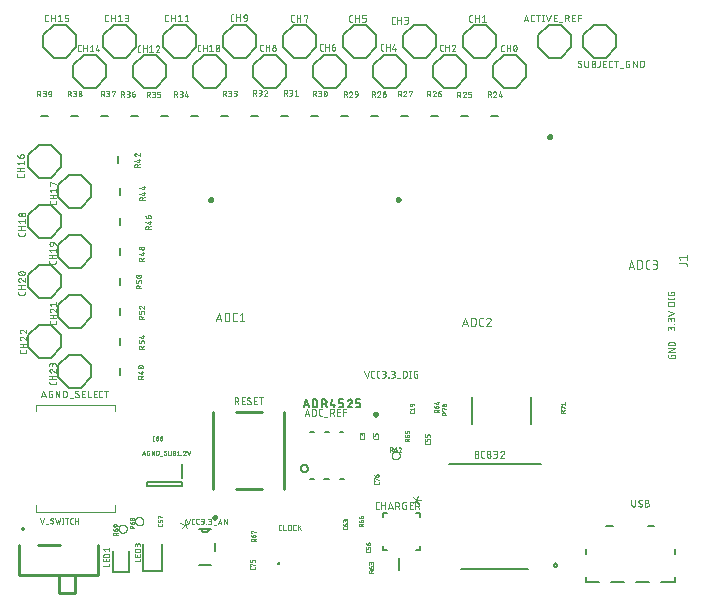
<source format=gbr>
G04 EAGLE Gerber RS-274X export*
G75*
%MOMM*%
%FSLAX34Y34*%
%LPD*%
%INSilkscreen Top*%
%IPPOS*%
%AMOC8*
5,1,8,0,0,1.08239X$1,22.5*%
G01*
%ADD10C,0.050800*%
%ADD11C,0.025400*%
%ADD12C,0.152400*%
%ADD13C,0.076200*%
%ADD14C,0.250000*%
%ADD15C,0.200000*%
%ADD16C,0.050000*%
%ADD17C,0.100000*%
%ADD18C,0.254000*%
%ADD19C,0.180000*%
%ADD20C,0.127000*%
%ADD21C,0.200000*%


D10*
X-288742Y124460D02*
X-290040Y124460D01*
X-290110Y124462D01*
X-290180Y124468D01*
X-290250Y124477D01*
X-290319Y124490D01*
X-290387Y124507D01*
X-290454Y124528D01*
X-290520Y124552D01*
X-290585Y124580D01*
X-290648Y124611D01*
X-290709Y124646D01*
X-290768Y124684D01*
X-290826Y124725D01*
X-290880Y124769D01*
X-290933Y124816D01*
X-290982Y124865D01*
X-291029Y124918D01*
X-291073Y124972D01*
X-291114Y125030D01*
X-291152Y125089D01*
X-291187Y125150D01*
X-291218Y125213D01*
X-291246Y125278D01*
X-291270Y125344D01*
X-291291Y125411D01*
X-291308Y125479D01*
X-291321Y125548D01*
X-291330Y125618D01*
X-291336Y125688D01*
X-291338Y125758D01*
X-291338Y129004D01*
X-291336Y129074D01*
X-291330Y129144D01*
X-291321Y129214D01*
X-291308Y129283D01*
X-291291Y129351D01*
X-291270Y129418D01*
X-291246Y129484D01*
X-291218Y129549D01*
X-291187Y129612D01*
X-291152Y129673D01*
X-291114Y129732D01*
X-291073Y129789D01*
X-291029Y129844D01*
X-290982Y129897D01*
X-290933Y129946D01*
X-290880Y129993D01*
X-290826Y130037D01*
X-290768Y130078D01*
X-290709Y130116D01*
X-290648Y130151D01*
X-290585Y130182D01*
X-290520Y130210D01*
X-290455Y130234D01*
X-290387Y130255D01*
X-290319Y130272D01*
X-290250Y130285D01*
X-290180Y130294D01*
X-290110Y130300D01*
X-290040Y130302D01*
X-288742Y130302D01*
X-286368Y130302D02*
X-286368Y124460D01*
X-286368Y127706D02*
X-283123Y127706D01*
X-283123Y130302D02*
X-283123Y124460D01*
X-280788Y124460D02*
X-278840Y130302D01*
X-276893Y124460D01*
X-277380Y125921D02*
X-280301Y125921D01*
X-274521Y124460D02*
X-274521Y130302D01*
X-272898Y130302D01*
X-272818Y130300D01*
X-272739Y130294D01*
X-272660Y130284D01*
X-272581Y130271D01*
X-272504Y130253D01*
X-272427Y130232D01*
X-272351Y130207D01*
X-272277Y130178D01*
X-272204Y130146D01*
X-272133Y130110D01*
X-272064Y130071D01*
X-271996Y130028D01*
X-271931Y129983D01*
X-271868Y129934D01*
X-271808Y129882D01*
X-271750Y129827D01*
X-271695Y129769D01*
X-271643Y129709D01*
X-271594Y129646D01*
X-271549Y129581D01*
X-271506Y129513D01*
X-271467Y129444D01*
X-271431Y129373D01*
X-271399Y129300D01*
X-271370Y129226D01*
X-271345Y129150D01*
X-271324Y129073D01*
X-271306Y128996D01*
X-271293Y128917D01*
X-271283Y128838D01*
X-271277Y128759D01*
X-271275Y128679D01*
X-271277Y128599D01*
X-271283Y128520D01*
X-271293Y128441D01*
X-271306Y128362D01*
X-271324Y128285D01*
X-271345Y128208D01*
X-271370Y128132D01*
X-271399Y128058D01*
X-271431Y127985D01*
X-271467Y127914D01*
X-271506Y127845D01*
X-271549Y127777D01*
X-271594Y127712D01*
X-271643Y127649D01*
X-271695Y127589D01*
X-271750Y127531D01*
X-271808Y127476D01*
X-271868Y127424D01*
X-271931Y127375D01*
X-271996Y127330D01*
X-272064Y127287D01*
X-272133Y127248D01*
X-272204Y127212D01*
X-272277Y127180D01*
X-272351Y127151D01*
X-272427Y127126D01*
X-272504Y127105D01*
X-272581Y127087D01*
X-272660Y127074D01*
X-272739Y127064D01*
X-272818Y127058D01*
X-272898Y127056D01*
X-274521Y127056D01*
X-272573Y127056D02*
X-271275Y124460D01*
X-266380Y127706D02*
X-265406Y127706D01*
X-265406Y124460D01*
X-267354Y124460D01*
X-267424Y124462D01*
X-267494Y124468D01*
X-267564Y124477D01*
X-267633Y124490D01*
X-267701Y124507D01*
X-267768Y124528D01*
X-267834Y124552D01*
X-267899Y124580D01*
X-267962Y124611D01*
X-268023Y124646D01*
X-268082Y124684D01*
X-268140Y124725D01*
X-268194Y124769D01*
X-268247Y124816D01*
X-268296Y124865D01*
X-268343Y124918D01*
X-268387Y124972D01*
X-268428Y125030D01*
X-268466Y125089D01*
X-268501Y125150D01*
X-268532Y125213D01*
X-268560Y125278D01*
X-268584Y125344D01*
X-268605Y125411D01*
X-268622Y125479D01*
X-268635Y125548D01*
X-268644Y125618D01*
X-268650Y125688D01*
X-268652Y125758D01*
X-268652Y129004D01*
X-268650Y129074D01*
X-268644Y129144D01*
X-268635Y129214D01*
X-268622Y129283D01*
X-268605Y129351D01*
X-268584Y129418D01*
X-268560Y129484D01*
X-268532Y129549D01*
X-268501Y129612D01*
X-268466Y129673D01*
X-268428Y129732D01*
X-268387Y129789D01*
X-268343Y129844D01*
X-268296Y129897D01*
X-268247Y129946D01*
X-268194Y129993D01*
X-268140Y130037D01*
X-268082Y130078D01*
X-268023Y130116D01*
X-267962Y130151D01*
X-267899Y130182D01*
X-267834Y130210D01*
X-267769Y130234D01*
X-267701Y130255D01*
X-267633Y130272D01*
X-267564Y130285D01*
X-267494Y130294D01*
X-267424Y130300D01*
X-267354Y130302D01*
X-265406Y130302D01*
X-262545Y124460D02*
X-259948Y124460D01*
X-262545Y124460D02*
X-262545Y130302D01*
X-259948Y130302D01*
X-260597Y127706D02*
X-262545Y127706D01*
X-257566Y130302D02*
X-257566Y124460D01*
X-257566Y130302D02*
X-255944Y130302D01*
X-255864Y130300D01*
X-255785Y130294D01*
X-255706Y130284D01*
X-255627Y130271D01*
X-255550Y130253D01*
X-255473Y130232D01*
X-255397Y130207D01*
X-255323Y130178D01*
X-255250Y130146D01*
X-255179Y130110D01*
X-255110Y130071D01*
X-255042Y130028D01*
X-254977Y129983D01*
X-254914Y129934D01*
X-254854Y129882D01*
X-254796Y129827D01*
X-254741Y129769D01*
X-254689Y129709D01*
X-254640Y129646D01*
X-254595Y129581D01*
X-254552Y129513D01*
X-254513Y129444D01*
X-254477Y129373D01*
X-254445Y129300D01*
X-254416Y129226D01*
X-254391Y129150D01*
X-254370Y129073D01*
X-254352Y128996D01*
X-254339Y128917D01*
X-254329Y128838D01*
X-254323Y128759D01*
X-254321Y128679D01*
X-254323Y128599D01*
X-254329Y128520D01*
X-254339Y128441D01*
X-254352Y128362D01*
X-254370Y128285D01*
X-254391Y128208D01*
X-254416Y128132D01*
X-254445Y128058D01*
X-254477Y127985D01*
X-254513Y127914D01*
X-254552Y127845D01*
X-254595Y127777D01*
X-254640Y127712D01*
X-254689Y127649D01*
X-254741Y127589D01*
X-254796Y127531D01*
X-254854Y127476D01*
X-254914Y127424D01*
X-254977Y127375D01*
X-255042Y127330D01*
X-255110Y127287D01*
X-255179Y127248D01*
X-255250Y127212D01*
X-255323Y127180D01*
X-255397Y127151D01*
X-255473Y127126D01*
X-255550Y127105D01*
X-255627Y127087D01*
X-255706Y127074D01*
X-255785Y127064D01*
X-255864Y127058D01*
X-255944Y127056D01*
X-257566Y127056D01*
X-255619Y127056D02*
X-254321Y124460D01*
X-41063Y254296D02*
X-41063Y255185D01*
X-38100Y255185D01*
X-38100Y253407D01*
X-38102Y253341D01*
X-38107Y253274D01*
X-38117Y253209D01*
X-38130Y253143D01*
X-38146Y253079D01*
X-38166Y253016D01*
X-38190Y252954D01*
X-38217Y252893D01*
X-38248Y252834D01*
X-38282Y252777D01*
X-38319Y252721D01*
X-38359Y252668D01*
X-38401Y252617D01*
X-38447Y252569D01*
X-38495Y252523D01*
X-38546Y252481D01*
X-38599Y252441D01*
X-38655Y252404D01*
X-38712Y252370D01*
X-38771Y252339D01*
X-38832Y252312D01*
X-38894Y252288D01*
X-38957Y252268D01*
X-39021Y252252D01*
X-39087Y252239D01*
X-39152Y252229D01*
X-39219Y252224D01*
X-39285Y252222D01*
X-42249Y252222D01*
X-42315Y252224D01*
X-42382Y252229D01*
X-42447Y252239D01*
X-42513Y252252D01*
X-42577Y252268D01*
X-42640Y252288D01*
X-42702Y252312D01*
X-42763Y252339D01*
X-42822Y252370D01*
X-42879Y252404D01*
X-42935Y252441D01*
X-42988Y252481D01*
X-43039Y252523D01*
X-43087Y252569D01*
X-43133Y252617D01*
X-43175Y252668D01*
X-43215Y252721D01*
X-43252Y252777D01*
X-43286Y252834D01*
X-43317Y252893D01*
X-43344Y252953D01*
X-43367Y253016D01*
X-43388Y253079D01*
X-43404Y253143D01*
X-43417Y253208D01*
X-43427Y253274D01*
X-43432Y253341D01*
X-43434Y253407D01*
X-43434Y255185D01*
X-43434Y257830D02*
X-38100Y257830D01*
X-38100Y260794D02*
X-43434Y257830D01*
X-43434Y260794D02*
X-38100Y260794D01*
X-38100Y263439D02*
X-43434Y263439D01*
X-43434Y264920D01*
X-43432Y264995D01*
X-43426Y265070D01*
X-43417Y265144D01*
X-43404Y265218D01*
X-43387Y265291D01*
X-43366Y265364D01*
X-43342Y265435D01*
X-43314Y265504D01*
X-43283Y265573D01*
X-43248Y265639D01*
X-43210Y265704D01*
X-43168Y265767D01*
X-43124Y265827D01*
X-43076Y265885D01*
X-43026Y265941D01*
X-42973Y265994D01*
X-42917Y266044D01*
X-42859Y266092D01*
X-42799Y266136D01*
X-42736Y266178D01*
X-42671Y266216D01*
X-42605Y266251D01*
X-42536Y266282D01*
X-42467Y266310D01*
X-42396Y266334D01*
X-42323Y266355D01*
X-42250Y266372D01*
X-42176Y266385D01*
X-42102Y266394D01*
X-42027Y266400D01*
X-41952Y266402D01*
X-39582Y266402D01*
X-39507Y266400D01*
X-39432Y266394D01*
X-39358Y266385D01*
X-39284Y266372D01*
X-39211Y266355D01*
X-39138Y266334D01*
X-39067Y266310D01*
X-38998Y266282D01*
X-38929Y266251D01*
X-38863Y266216D01*
X-38798Y266178D01*
X-38735Y266136D01*
X-38675Y266092D01*
X-38617Y266044D01*
X-38561Y265994D01*
X-38508Y265941D01*
X-38458Y265885D01*
X-38410Y265827D01*
X-38366Y265767D01*
X-38324Y265704D01*
X-38286Y265639D01*
X-38251Y265573D01*
X-38220Y265504D01*
X-38192Y265435D01*
X-38168Y265364D01*
X-38147Y265291D01*
X-38130Y265218D01*
X-38117Y265144D01*
X-38108Y265070D01*
X-38102Y264995D01*
X-38100Y264920D01*
X-38100Y263439D01*
X-38608Y276098D02*
X-38608Y277580D01*
X-38610Y277656D01*
X-38616Y277732D01*
X-38626Y277808D01*
X-38639Y277883D01*
X-38657Y277957D01*
X-38678Y278031D01*
X-38703Y278103D01*
X-38732Y278173D01*
X-38764Y278243D01*
X-38800Y278310D01*
X-38840Y278375D01*
X-38882Y278439D01*
X-38928Y278500D01*
X-38977Y278558D01*
X-39029Y278614D01*
X-39083Y278668D01*
X-39141Y278718D01*
X-39200Y278765D01*
X-39263Y278810D01*
X-39327Y278851D01*
X-39393Y278888D01*
X-39462Y278922D01*
X-39532Y278953D01*
X-39603Y278980D01*
X-39676Y279003D01*
X-39750Y279022D01*
X-39824Y279038D01*
X-39900Y279050D01*
X-39976Y279058D01*
X-40052Y279062D01*
X-40128Y279062D01*
X-40204Y279058D01*
X-40280Y279050D01*
X-40356Y279038D01*
X-40430Y279022D01*
X-40504Y279003D01*
X-40577Y278980D01*
X-40648Y278953D01*
X-40718Y278922D01*
X-40787Y278888D01*
X-40853Y278851D01*
X-40917Y278810D01*
X-40980Y278765D01*
X-41039Y278718D01*
X-41097Y278668D01*
X-41151Y278614D01*
X-41203Y278558D01*
X-41252Y278500D01*
X-41298Y278439D01*
X-41340Y278375D01*
X-41380Y278310D01*
X-41416Y278243D01*
X-41448Y278173D01*
X-41477Y278103D01*
X-41502Y278031D01*
X-41523Y277957D01*
X-41541Y277883D01*
X-41554Y277808D01*
X-41564Y277732D01*
X-41570Y277656D01*
X-41572Y277580D01*
X-43942Y277876D02*
X-43942Y276098D01*
X-43942Y277876D02*
X-43940Y277944D01*
X-43934Y278011D01*
X-43925Y278078D01*
X-43911Y278144D01*
X-43894Y278210D01*
X-43873Y278274D01*
X-43849Y278337D01*
X-43820Y278399D01*
X-43789Y278459D01*
X-43754Y278517D01*
X-43716Y278573D01*
X-43674Y278626D01*
X-43630Y278677D01*
X-43583Y278726D01*
X-43533Y278772D01*
X-43481Y278814D01*
X-43426Y278854D01*
X-43369Y278891D01*
X-43310Y278924D01*
X-43249Y278954D01*
X-43187Y278980D01*
X-43123Y279003D01*
X-43058Y279022D01*
X-42992Y279037D01*
X-42926Y279049D01*
X-42858Y279057D01*
X-42791Y279061D01*
X-42723Y279061D01*
X-42656Y279057D01*
X-42588Y279049D01*
X-42522Y279037D01*
X-42456Y279022D01*
X-42391Y279003D01*
X-42327Y278980D01*
X-42265Y278954D01*
X-42204Y278924D01*
X-42145Y278891D01*
X-42088Y278854D01*
X-42033Y278814D01*
X-41981Y278772D01*
X-41931Y278726D01*
X-41884Y278677D01*
X-41840Y278626D01*
X-41798Y278573D01*
X-41760Y278517D01*
X-41725Y278459D01*
X-41694Y278399D01*
X-41665Y278337D01*
X-41641Y278274D01*
X-41620Y278210D01*
X-41603Y278144D01*
X-41589Y278078D01*
X-41580Y278011D01*
X-41574Y277944D01*
X-41572Y277876D01*
X-41571Y277876D02*
X-41571Y276691D01*
X-38904Y281112D02*
X-38608Y281112D01*
X-38904Y281112D02*
X-38904Y281408D01*
X-38608Y281408D01*
X-38608Y281112D01*
X-38608Y283459D02*
X-38608Y284940D01*
X-38610Y285016D01*
X-38616Y285092D01*
X-38626Y285168D01*
X-38639Y285243D01*
X-38657Y285317D01*
X-38678Y285391D01*
X-38703Y285463D01*
X-38732Y285533D01*
X-38764Y285603D01*
X-38800Y285670D01*
X-38840Y285735D01*
X-38882Y285799D01*
X-38928Y285860D01*
X-38977Y285918D01*
X-39029Y285974D01*
X-39083Y286028D01*
X-39141Y286078D01*
X-39200Y286125D01*
X-39263Y286170D01*
X-39327Y286211D01*
X-39393Y286248D01*
X-39462Y286282D01*
X-39532Y286313D01*
X-39603Y286340D01*
X-39676Y286363D01*
X-39750Y286382D01*
X-39824Y286398D01*
X-39900Y286410D01*
X-39976Y286418D01*
X-40052Y286422D01*
X-40128Y286422D01*
X-40204Y286418D01*
X-40280Y286410D01*
X-40356Y286398D01*
X-40430Y286382D01*
X-40504Y286363D01*
X-40577Y286340D01*
X-40648Y286313D01*
X-40718Y286282D01*
X-40787Y286248D01*
X-40853Y286211D01*
X-40917Y286170D01*
X-40980Y286125D01*
X-41039Y286078D01*
X-41097Y286028D01*
X-41151Y285974D01*
X-41203Y285918D01*
X-41252Y285860D01*
X-41298Y285799D01*
X-41340Y285735D01*
X-41380Y285670D01*
X-41416Y285603D01*
X-41448Y285533D01*
X-41477Y285463D01*
X-41502Y285391D01*
X-41523Y285317D01*
X-41541Y285243D01*
X-41554Y285168D01*
X-41564Y285092D01*
X-41570Y285016D01*
X-41572Y284940D01*
X-43942Y285237D02*
X-43942Y283459D01*
X-43942Y285237D02*
X-43940Y285305D01*
X-43934Y285372D01*
X-43925Y285439D01*
X-43911Y285505D01*
X-43894Y285571D01*
X-43873Y285635D01*
X-43849Y285698D01*
X-43820Y285760D01*
X-43789Y285820D01*
X-43754Y285878D01*
X-43716Y285934D01*
X-43674Y285987D01*
X-43630Y286038D01*
X-43583Y286087D01*
X-43533Y286133D01*
X-43481Y286175D01*
X-43426Y286215D01*
X-43369Y286252D01*
X-43310Y286285D01*
X-43249Y286315D01*
X-43187Y286341D01*
X-43123Y286364D01*
X-43058Y286383D01*
X-42992Y286398D01*
X-42926Y286410D01*
X-42858Y286418D01*
X-42791Y286422D01*
X-42723Y286422D01*
X-42656Y286418D01*
X-42588Y286410D01*
X-42522Y286398D01*
X-42456Y286383D01*
X-42391Y286364D01*
X-42327Y286341D01*
X-42265Y286315D01*
X-42204Y286285D01*
X-42145Y286252D01*
X-42088Y286215D01*
X-42033Y286175D01*
X-41981Y286133D01*
X-41931Y286087D01*
X-41884Y286038D01*
X-41840Y285987D01*
X-41798Y285934D01*
X-41760Y285878D01*
X-41725Y285820D01*
X-41694Y285760D01*
X-41665Y285698D01*
X-41641Y285635D01*
X-41620Y285571D01*
X-41603Y285505D01*
X-41589Y285439D01*
X-41580Y285372D01*
X-41574Y285305D01*
X-41572Y285237D01*
X-41571Y285237D02*
X-41571Y284051D01*
X-43942Y288420D02*
X-38608Y290198D01*
X-43942Y291976D01*
X-43942Y296954D02*
X-38608Y296954D01*
X-43942Y296954D02*
X-43942Y298435D01*
X-43940Y298510D01*
X-43934Y298585D01*
X-43925Y298659D01*
X-43912Y298733D01*
X-43895Y298806D01*
X-43874Y298879D01*
X-43850Y298950D01*
X-43822Y299019D01*
X-43791Y299088D01*
X-43756Y299154D01*
X-43718Y299219D01*
X-43676Y299282D01*
X-43632Y299342D01*
X-43584Y299400D01*
X-43534Y299456D01*
X-43481Y299509D01*
X-43425Y299559D01*
X-43367Y299607D01*
X-43307Y299651D01*
X-43244Y299693D01*
X-43179Y299731D01*
X-43113Y299766D01*
X-43044Y299797D01*
X-42975Y299825D01*
X-42904Y299849D01*
X-42831Y299870D01*
X-42758Y299887D01*
X-42684Y299900D01*
X-42610Y299909D01*
X-42535Y299915D01*
X-42460Y299917D01*
X-40090Y299917D01*
X-40015Y299915D01*
X-39940Y299909D01*
X-39866Y299900D01*
X-39792Y299887D01*
X-39719Y299870D01*
X-39646Y299849D01*
X-39575Y299825D01*
X-39506Y299797D01*
X-39437Y299766D01*
X-39371Y299731D01*
X-39306Y299693D01*
X-39243Y299651D01*
X-39183Y299607D01*
X-39125Y299559D01*
X-39069Y299509D01*
X-39016Y299456D01*
X-38966Y299400D01*
X-38918Y299342D01*
X-38874Y299282D01*
X-38832Y299219D01*
X-38794Y299154D01*
X-38759Y299088D01*
X-38728Y299019D01*
X-38700Y298950D01*
X-38676Y298879D01*
X-38655Y298806D01*
X-38638Y298733D01*
X-38625Y298659D01*
X-38616Y298585D01*
X-38610Y298510D01*
X-38608Y298435D01*
X-38608Y296954D01*
X-38608Y302817D02*
X-43942Y302817D01*
X-38608Y302224D02*
X-38608Y303410D01*
X-43942Y303410D02*
X-43942Y302224D01*
X-41571Y307791D02*
X-41571Y308680D01*
X-38608Y308680D01*
X-38608Y306902D01*
X-38610Y306836D01*
X-38615Y306769D01*
X-38625Y306704D01*
X-38638Y306638D01*
X-38654Y306574D01*
X-38674Y306511D01*
X-38698Y306449D01*
X-38725Y306388D01*
X-38756Y306329D01*
X-38790Y306272D01*
X-38827Y306216D01*
X-38867Y306163D01*
X-38909Y306112D01*
X-38955Y306064D01*
X-39003Y306018D01*
X-39054Y305976D01*
X-39107Y305936D01*
X-39163Y305899D01*
X-39220Y305865D01*
X-39279Y305834D01*
X-39340Y305807D01*
X-39402Y305783D01*
X-39465Y305763D01*
X-39529Y305747D01*
X-39595Y305734D01*
X-39660Y305724D01*
X-39727Y305719D01*
X-39793Y305717D01*
X-42757Y305717D01*
X-42823Y305719D01*
X-42890Y305724D01*
X-42955Y305734D01*
X-43021Y305747D01*
X-43085Y305763D01*
X-43148Y305783D01*
X-43210Y305807D01*
X-43271Y305834D01*
X-43330Y305865D01*
X-43387Y305899D01*
X-43443Y305936D01*
X-43496Y305976D01*
X-43547Y306018D01*
X-43595Y306064D01*
X-43641Y306112D01*
X-43683Y306163D01*
X-43723Y306216D01*
X-43760Y306272D01*
X-43794Y306329D01*
X-43825Y306388D01*
X-43852Y306448D01*
X-43875Y306511D01*
X-43896Y306574D01*
X-43912Y306638D01*
X-43925Y306703D01*
X-43935Y306769D01*
X-43940Y306836D01*
X-43942Y306902D01*
X-43942Y308680D01*
D11*
X-258826Y207249D02*
X-258826Y206459D01*
X-258828Y206405D01*
X-258833Y206351D01*
X-258843Y206298D01*
X-258855Y206246D01*
X-258872Y206194D01*
X-258891Y206144D01*
X-258915Y206096D01*
X-258941Y206049D01*
X-258971Y206003D01*
X-259003Y205960D01*
X-259039Y205920D01*
X-259077Y205882D01*
X-259117Y205846D01*
X-259160Y205814D01*
X-259206Y205784D01*
X-259253Y205758D01*
X-259301Y205734D01*
X-259351Y205715D01*
X-259403Y205698D01*
X-259455Y205686D01*
X-259508Y205676D01*
X-259562Y205671D01*
X-259616Y205669D01*
X-259616Y205668D02*
X-261592Y205668D01*
X-261592Y205669D02*
X-261646Y205671D01*
X-261700Y205676D01*
X-261753Y205686D01*
X-261805Y205698D01*
X-261857Y205715D01*
X-261907Y205734D01*
X-261955Y205758D01*
X-262002Y205784D01*
X-262048Y205814D01*
X-262091Y205846D01*
X-262131Y205882D01*
X-262169Y205920D01*
X-262205Y205960D01*
X-262237Y206003D01*
X-262267Y206049D01*
X-262293Y206096D01*
X-262317Y206144D01*
X-262336Y206194D01*
X-262353Y206246D01*
X-262365Y206298D01*
X-262375Y206351D01*
X-262380Y206405D01*
X-262382Y206459D01*
X-262382Y207249D01*
X-261592Y208535D02*
X-262382Y209523D01*
X-258826Y209523D01*
X-258826Y208535D02*
X-258826Y210511D01*
X-260406Y212754D02*
X-260406Y213940D01*
X-260407Y212754D02*
X-260409Y212700D01*
X-260414Y212646D01*
X-260424Y212593D01*
X-260436Y212541D01*
X-260453Y212489D01*
X-260472Y212439D01*
X-260496Y212391D01*
X-260522Y212344D01*
X-260552Y212298D01*
X-260584Y212255D01*
X-260620Y212215D01*
X-260658Y212177D01*
X-260698Y212141D01*
X-260741Y212109D01*
X-260787Y212079D01*
X-260834Y212053D01*
X-260882Y212029D01*
X-260932Y212010D01*
X-260984Y211993D01*
X-261036Y211981D01*
X-261089Y211971D01*
X-261143Y211966D01*
X-261197Y211964D01*
X-261394Y211964D01*
X-261456Y211966D01*
X-261518Y211972D01*
X-261579Y211982D01*
X-261640Y211995D01*
X-261699Y212012D01*
X-261758Y212033D01*
X-261815Y212058D01*
X-261870Y212086D01*
X-261923Y212118D01*
X-261975Y212153D01*
X-262024Y212191D01*
X-262070Y212232D01*
X-262114Y212276D01*
X-262155Y212322D01*
X-262193Y212371D01*
X-262228Y212423D01*
X-262260Y212476D01*
X-262288Y212531D01*
X-262313Y212588D01*
X-262334Y212647D01*
X-262351Y212706D01*
X-262364Y212767D01*
X-262374Y212828D01*
X-262380Y212890D01*
X-262382Y212952D01*
X-262380Y213014D01*
X-262374Y213076D01*
X-262364Y213137D01*
X-262351Y213198D01*
X-262334Y213257D01*
X-262313Y213316D01*
X-262288Y213373D01*
X-262260Y213428D01*
X-262228Y213481D01*
X-262193Y213533D01*
X-262155Y213582D01*
X-262114Y213628D01*
X-262070Y213672D01*
X-262024Y213713D01*
X-261975Y213751D01*
X-261923Y213786D01*
X-261870Y213818D01*
X-261815Y213846D01*
X-261758Y213871D01*
X-261699Y213892D01*
X-261640Y213909D01*
X-261579Y213922D01*
X-261518Y213932D01*
X-261456Y213938D01*
X-261394Y213940D01*
X-260406Y213940D01*
X-260406Y213939D02*
X-260328Y213937D01*
X-260251Y213931D01*
X-260174Y213922D01*
X-260098Y213909D01*
X-260022Y213892D01*
X-259947Y213871D01*
X-259874Y213847D01*
X-259801Y213819D01*
X-259730Y213787D01*
X-259661Y213752D01*
X-259594Y213714D01*
X-259528Y213673D01*
X-259465Y213628D01*
X-259404Y213580D01*
X-259345Y213530D01*
X-259289Y213476D01*
X-259235Y213420D01*
X-259185Y213361D01*
X-259137Y213300D01*
X-259092Y213237D01*
X-259051Y213171D01*
X-259013Y213104D01*
X-258978Y213035D01*
X-258946Y212964D01*
X-258918Y212891D01*
X-258894Y212818D01*
X-258873Y212743D01*
X-258856Y212667D01*
X-258843Y212591D01*
X-258834Y212514D01*
X-258828Y212437D01*
X-258826Y212359D01*
X-301244Y185595D02*
X-301244Y184805D01*
X-301246Y184751D01*
X-301251Y184697D01*
X-301261Y184644D01*
X-301273Y184592D01*
X-301290Y184540D01*
X-301309Y184490D01*
X-301333Y184442D01*
X-301359Y184395D01*
X-301389Y184349D01*
X-301421Y184306D01*
X-301457Y184266D01*
X-301495Y184228D01*
X-301535Y184192D01*
X-301578Y184160D01*
X-301624Y184130D01*
X-301671Y184104D01*
X-301719Y184080D01*
X-301769Y184061D01*
X-301821Y184044D01*
X-301873Y184032D01*
X-301926Y184022D01*
X-301980Y184017D01*
X-302034Y184015D01*
X-304010Y184015D01*
X-304064Y184017D01*
X-304118Y184022D01*
X-304171Y184032D01*
X-304223Y184044D01*
X-304275Y184061D01*
X-304325Y184080D01*
X-304373Y184104D01*
X-304420Y184130D01*
X-304466Y184160D01*
X-304509Y184192D01*
X-304549Y184228D01*
X-304587Y184266D01*
X-304623Y184306D01*
X-304655Y184349D01*
X-304685Y184395D01*
X-304711Y184442D01*
X-304735Y184490D01*
X-304754Y184540D01*
X-304771Y184592D01*
X-304783Y184644D01*
X-304793Y184697D01*
X-304798Y184751D01*
X-304800Y184805D01*
X-304800Y185595D01*
X-301244Y186882D02*
X-301244Y187869D01*
X-301246Y187931D01*
X-301252Y187993D01*
X-301262Y188054D01*
X-301275Y188115D01*
X-301292Y188174D01*
X-301313Y188233D01*
X-301338Y188290D01*
X-301366Y188345D01*
X-301398Y188398D01*
X-301433Y188450D01*
X-301471Y188499D01*
X-301512Y188545D01*
X-301556Y188589D01*
X-301602Y188630D01*
X-301651Y188668D01*
X-301703Y188703D01*
X-301756Y188735D01*
X-301811Y188763D01*
X-301868Y188788D01*
X-301927Y188809D01*
X-301986Y188826D01*
X-302047Y188839D01*
X-302108Y188849D01*
X-302170Y188855D01*
X-302232Y188857D01*
X-302294Y188855D01*
X-302356Y188849D01*
X-302417Y188839D01*
X-302478Y188826D01*
X-302537Y188809D01*
X-302596Y188788D01*
X-302653Y188763D01*
X-302708Y188735D01*
X-302761Y188703D01*
X-302813Y188668D01*
X-302862Y188630D01*
X-302908Y188589D01*
X-302952Y188545D01*
X-302993Y188499D01*
X-303031Y188450D01*
X-303066Y188398D01*
X-303098Y188345D01*
X-303126Y188290D01*
X-303151Y188233D01*
X-303172Y188174D01*
X-303189Y188115D01*
X-303202Y188054D01*
X-303212Y187993D01*
X-303218Y187931D01*
X-303220Y187869D01*
X-304800Y188067D02*
X-304800Y186882D01*
X-304800Y188067D02*
X-304798Y188122D01*
X-304792Y188177D01*
X-304783Y188231D01*
X-304769Y188285D01*
X-304752Y188337D01*
X-304732Y188388D01*
X-304708Y188438D01*
X-304680Y188486D01*
X-304649Y188531D01*
X-304615Y188575D01*
X-304578Y188616D01*
X-304539Y188654D01*
X-304496Y188690D01*
X-304452Y188722D01*
X-304405Y188751D01*
X-304356Y188777D01*
X-304306Y188799D01*
X-304254Y188818D01*
X-304201Y188834D01*
X-304147Y188845D01*
X-304093Y188853D01*
X-304038Y188857D01*
X-303982Y188857D01*
X-303927Y188853D01*
X-303873Y188845D01*
X-303819Y188834D01*
X-303766Y188818D01*
X-303714Y188799D01*
X-303664Y188777D01*
X-303615Y188751D01*
X-303568Y188722D01*
X-303524Y188690D01*
X-303481Y188654D01*
X-303442Y188616D01*
X-303405Y188575D01*
X-303371Y188531D01*
X-303340Y188486D01*
X-303312Y188438D01*
X-303288Y188388D01*
X-303268Y188337D01*
X-303251Y188285D01*
X-303237Y188231D01*
X-303228Y188177D01*
X-303222Y188122D01*
X-303220Y188067D01*
X-303220Y187277D01*
X-289560Y185341D02*
X-289560Y184551D01*
X-289562Y184497D01*
X-289567Y184443D01*
X-289577Y184390D01*
X-289589Y184338D01*
X-289606Y184286D01*
X-289625Y184236D01*
X-289649Y184188D01*
X-289675Y184141D01*
X-289705Y184095D01*
X-289737Y184052D01*
X-289773Y184012D01*
X-289811Y183974D01*
X-289851Y183938D01*
X-289894Y183906D01*
X-289940Y183876D01*
X-289987Y183850D01*
X-290035Y183826D01*
X-290085Y183807D01*
X-290137Y183790D01*
X-290189Y183778D01*
X-290242Y183768D01*
X-290296Y183763D01*
X-290350Y183761D01*
X-292326Y183761D01*
X-292380Y183763D01*
X-292434Y183768D01*
X-292487Y183778D01*
X-292539Y183790D01*
X-292591Y183807D01*
X-292641Y183826D01*
X-292689Y183850D01*
X-292736Y183876D01*
X-292782Y183906D01*
X-292825Y183938D01*
X-292865Y183974D01*
X-292903Y184012D01*
X-292939Y184052D01*
X-292971Y184095D01*
X-293001Y184141D01*
X-293027Y184188D01*
X-293051Y184236D01*
X-293070Y184286D01*
X-293087Y184338D01*
X-293099Y184390D01*
X-293109Y184443D01*
X-293114Y184497D01*
X-293116Y184551D01*
X-293116Y185341D01*
X-289560Y186628D02*
X-289560Y187813D01*
X-289562Y187867D01*
X-289567Y187921D01*
X-289577Y187974D01*
X-289589Y188026D01*
X-289606Y188078D01*
X-289625Y188128D01*
X-289649Y188176D01*
X-289675Y188223D01*
X-289705Y188269D01*
X-289737Y188312D01*
X-289773Y188352D01*
X-289811Y188390D01*
X-289851Y188426D01*
X-289894Y188458D01*
X-289940Y188488D01*
X-289987Y188514D01*
X-290035Y188538D01*
X-290085Y188557D01*
X-290137Y188574D01*
X-290189Y188586D01*
X-290242Y188596D01*
X-290296Y188601D01*
X-290350Y188603D01*
X-290745Y188603D01*
X-290799Y188601D01*
X-290853Y188596D01*
X-290906Y188586D01*
X-290958Y188574D01*
X-291010Y188557D01*
X-291060Y188538D01*
X-291108Y188514D01*
X-291155Y188488D01*
X-291201Y188458D01*
X-291244Y188426D01*
X-291284Y188390D01*
X-291322Y188352D01*
X-291358Y188312D01*
X-291390Y188269D01*
X-291420Y188223D01*
X-291446Y188176D01*
X-291470Y188128D01*
X-291489Y188078D01*
X-291506Y188026D01*
X-291518Y187974D01*
X-291528Y187921D01*
X-291533Y187867D01*
X-291535Y187813D01*
X-291536Y187813D02*
X-291536Y186628D01*
X-293116Y186628D01*
X-293116Y188603D01*
X-245618Y181087D02*
X-245618Y180297D01*
X-245620Y180243D01*
X-245625Y180189D01*
X-245635Y180136D01*
X-245647Y180084D01*
X-245664Y180032D01*
X-245683Y179982D01*
X-245707Y179934D01*
X-245733Y179887D01*
X-245763Y179841D01*
X-245795Y179798D01*
X-245831Y179758D01*
X-245869Y179720D01*
X-245909Y179684D01*
X-245952Y179652D01*
X-245998Y179622D01*
X-246045Y179596D01*
X-246093Y179572D01*
X-246143Y179553D01*
X-246195Y179536D01*
X-246247Y179524D01*
X-246300Y179514D01*
X-246354Y179509D01*
X-246408Y179507D01*
X-246408Y179506D02*
X-248384Y179506D01*
X-248384Y179507D02*
X-248438Y179509D01*
X-248492Y179514D01*
X-248545Y179524D01*
X-248597Y179536D01*
X-248649Y179553D01*
X-248699Y179572D01*
X-248747Y179596D01*
X-248794Y179622D01*
X-248840Y179652D01*
X-248883Y179684D01*
X-248923Y179720D01*
X-248961Y179758D01*
X-248997Y179798D01*
X-249029Y179841D01*
X-249059Y179887D01*
X-249085Y179934D01*
X-249109Y179982D01*
X-249128Y180032D01*
X-249145Y180084D01*
X-249157Y180136D01*
X-249167Y180189D01*
X-249172Y180243D01*
X-249174Y180297D01*
X-249174Y181087D01*
X-245618Y182373D02*
X-245618Y183558D01*
X-245620Y183612D01*
X-245625Y183666D01*
X-245635Y183719D01*
X-245647Y183771D01*
X-245664Y183823D01*
X-245683Y183873D01*
X-245707Y183921D01*
X-245733Y183968D01*
X-245763Y184014D01*
X-245795Y184057D01*
X-245831Y184097D01*
X-245869Y184135D01*
X-245909Y184171D01*
X-245952Y184203D01*
X-245998Y184233D01*
X-246045Y184259D01*
X-246093Y184283D01*
X-246143Y184302D01*
X-246195Y184319D01*
X-246247Y184331D01*
X-246300Y184341D01*
X-246354Y184346D01*
X-246408Y184348D01*
X-246408Y184349D02*
X-246803Y184349D01*
X-246803Y184348D02*
X-246857Y184346D01*
X-246911Y184341D01*
X-246964Y184331D01*
X-247016Y184319D01*
X-247068Y184302D01*
X-247118Y184283D01*
X-247166Y184259D01*
X-247213Y184233D01*
X-247259Y184203D01*
X-247302Y184171D01*
X-247342Y184135D01*
X-247380Y184097D01*
X-247416Y184057D01*
X-247448Y184014D01*
X-247478Y183968D01*
X-247504Y183921D01*
X-247528Y183873D01*
X-247547Y183823D01*
X-247564Y183771D01*
X-247576Y183719D01*
X-247586Y183666D01*
X-247591Y183612D01*
X-247593Y183558D01*
X-247594Y183558D02*
X-247594Y182373D01*
X-249174Y182373D01*
X-249174Y184349D01*
X-245618Y185802D02*
X-245618Y186987D01*
X-245620Y187041D01*
X-245625Y187095D01*
X-245635Y187148D01*
X-245647Y187200D01*
X-245664Y187252D01*
X-245683Y187302D01*
X-245707Y187350D01*
X-245733Y187397D01*
X-245763Y187443D01*
X-245795Y187486D01*
X-245831Y187526D01*
X-245869Y187564D01*
X-245909Y187600D01*
X-245952Y187632D01*
X-245998Y187662D01*
X-246045Y187688D01*
X-246093Y187712D01*
X-246143Y187731D01*
X-246195Y187748D01*
X-246247Y187760D01*
X-246300Y187770D01*
X-246354Y187775D01*
X-246408Y187777D01*
X-246408Y187778D02*
X-246803Y187778D01*
X-246803Y187777D02*
X-246857Y187775D01*
X-246911Y187770D01*
X-246964Y187760D01*
X-247016Y187748D01*
X-247068Y187731D01*
X-247118Y187712D01*
X-247166Y187688D01*
X-247213Y187662D01*
X-247259Y187632D01*
X-247302Y187600D01*
X-247342Y187564D01*
X-247380Y187526D01*
X-247416Y187486D01*
X-247448Y187443D01*
X-247478Y187397D01*
X-247504Y187350D01*
X-247528Y187302D01*
X-247547Y187252D01*
X-247564Y187200D01*
X-247576Y187148D01*
X-247586Y187095D01*
X-247591Y187041D01*
X-247593Y186987D01*
X-247594Y186987D02*
X-247594Y185802D01*
X-249174Y185802D01*
X-249174Y187778D01*
X-295910Y89647D02*
X-295910Y88857D01*
X-295912Y88803D01*
X-295917Y88749D01*
X-295927Y88696D01*
X-295939Y88644D01*
X-295956Y88592D01*
X-295975Y88542D01*
X-295999Y88494D01*
X-296025Y88447D01*
X-296055Y88401D01*
X-296087Y88358D01*
X-296123Y88318D01*
X-296161Y88280D01*
X-296201Y88244D01*
X-296244Y88212D01*
X-296290Y88182D01*
X-296337Y88156D01*
X-296385Y88132D01*
X-296435Y88113D01*
X-296487Y88096D01*
X-296539Y88084D01*
X-296592Y88074D01*
X-296646Y88069D01*
X-296700Y88067D01*
X-296700Y88066D02*
X-298676Y88066D01*
X-298676Y88067D02*
X-298730Y88069D01*
X-298784Y88074D01*
X-298837Y88084D01*
X-298889Y88096D01*
X-298941Y88113D01*
X-298991Y88132D01*
X-299039Y88156D01*
X-299086Y88182D01*
X-299132Y88212D01*
X-299175Y88244D01*
X-299215Y88280D01*
X-299253Y88318D01*
X-299289Y88358D01*
X-299321Y88401D01*
X-299351Y88447D01*
X-299377Y88494D01*
X-299401Y88542D01*
X-299420Y88592D01*
X-299437Y88644D01*
X-299449Y88696D01*
X-299459Y88749D01*
X-299464Y88803D01*
X-299466Y88857D01*
X-299466Y89647D01*
X-295910Y90933D02*
X-295910Y92118D01*
X-295912Y92172D01*
X-295917Y92226D01*
X-295927Y92279D01*
X-295939Y92331D01*
X-295956Y92383D01*
X-295975Y92433D01*
X-295999Y92481D01*
X-296025Y92528D01*
X-296055Y92574D01*
X-296087Y92617D01*
X-296123Y92657D01*
X-296161Y92695D01*
X-296201Y92731D01*
X-296244Y92763D01*
X-296290Y92793D01*
X-296337Y92819D01*
X-296385Y92843D01*
X-296435Y92862D01*
X-296487Y92879D01*
X-296539Y92891D01*
X-296592Y92901D01*
X-296646Y92906D01*
X-296700Y92908D01*
X-296700Y92909D02*
X-297095Y92909D01*
X-297095Y92908D02*
X-297149Y92906D01*
X-297203Y92901D01*
X-297256Y92891D01*
X-297308Y92879D01*
X-297360Y92862D01*
X-297410Y92843D01*
X-297458Y92819D01*
X-297505Y92793D01*
X-297551Y92763D01*
X-297594Y92731D01*
X-297634Y92695D01*
X-297672Y92657D01*
X-297708Y92617D01*
X-297740Y92574D01*
X-297770Y92528D01*
X-297796Y92481D01*
X-297820Y92433D01*
X-297839Y92383D01*
X-297856Y92331D01*
X-297868Y92279D01*
X-297878Y92226D01*
X-297883Y92172D01*
X-297885Y92118D01*
X-297886Y92118D02*
X-297886Y90933D01*
X-299466Y90933D01*
X-299466Y92909D01*
X-297886Y94362D02*
X-297886Y95547D01*
X-297885Y95547D02*
X-297883Y95601D01*
X-297878Y95655D01*
X-297868Y95708D01*
X-297856Y95760D01*
X-297839Y95812D01*
X-297820Y95862D01*
X-297796Y95910D01*
X-297770Y95957D01*
X-297740Y96003D01*
X-297708Y96046D01*
X-297672Y96086D01*
X-297634Y96124D01*
X-297594Y96160D01*
X-297551Y96192D01*
X-297505Y96222D01*
X-297458Y96248D01*
X-297410Y96272D01*
X-297360Y96291D01*
X-297308Y96308D01*
X-297256Y96320D01*
X-297203Y96330D01*
X-297149Y96335D01*
X-297095Y96337D01*
X-297095Y96338D02*
X-296898Y96338D01*
X-296836Y96336D01*
X-296774Y96330D01*
X-296713Y96320D01*
X-296652Y96307D01*
X-296593Y96290D01*
X-296534Y96269D01*
X-296477Y96244D01*
X-296422Y96216D01*
X-296369Y96184D01*
X-296317Y96149D01*
X-296268Y96111D01*
X-296222Y96070D01*
X-296178Y96026D01*
X-296137Y95980D01*
X-296099Y95931D01*
X-296064Y95879D01*
X-296032Y95826D01*
X-296004Y95771D01*
X-295979Y95714D01*
X-295958Y95655D01*
X-295941Y95596D01*
X-295928Y95535D01*
X-295918Y95474D01*
X-295912Y95412D01*
X-295910Y95350D01*
X-295912Y95288D01*
X-295918Y95226D01*
X-295928Y95165D01*
X-295941Y95104D01*
X-295958Y95045D01*
X-295979Y94986D01*
X-296004Y94929D01*
X-296032Y94874D01*
X-296064Y94821D01*
X-296099Y94769D01*
X-296137Y94720D01*
X-296178Y94674D01*
X-296222Y94630D01*
X-296268Y94589D01*
X-296317Y94551D01*
X-296369Y94516D01*
X-296422Y94484D01*
X-296477Y94456D01*
X-296534Y94431D01*
X-296593Y94410D01*
X-296652Y94393D01*
X-296713Y94380D01*
X-296774Y94370D01*
X-296836Y94364D01*
X-296898Y94362D01*
X-297886Y94362D01*
X-297886Y94363D02*
X-297964Y94365D01*
X-298041Y94371D01*
X-298118Y94380D01*
X-298194Y94393D01*
X-298270Y94410D01*
X-298345Y94431D01*
X-298418Y94455D01*
X-298491Y94483D01*
X-298562Y94515D01*
X-298631Y94550D01*
X-298698Y94588D01*
X-298764Y94629D01*
X-298827Y94674D01*
X-298888Y94722D01*
X-298947Y94772D01*
X-299003Y94826D01*
X-299057Y94882D01*
X-299107Y94941D01*
X-299155Y95002D01*
X-299200Y95065D01*
X-299241Y95131D01*
X-299279Y95198D01*
X-299314Y95267D01*
X-299346Y95338D01*
X-299374Y95411D01*
X-299398Y95484D01*
X-299419Y95559D01*
X-299436Y95635D01*
X-299449Y95711D01*
X-299458Y95788D01*
X-299464Y95865D01*
X-299466Y95943D01*
X-472186Y111209D02*
X-472186Y111999D01*
X-472186Y111209D02*
X-472188Y111155D01*
X-472193Y111101D01*
X-472203Y111048D01*
X-472215Y110996D01*
X-472232Y110944D01*
X-472251Y110894D01*
X-472275Y110846D01*
X-472301Y110799D01*
X-472331Y110753D01*
X-472363Y110710D01*
X-472399Y110670D01*
X-472437Y110632D01*
X-472477Y110596D01*
X-472520Y110564D01*
X-472566Y110534D01*
X-472613Y110508D01*
X-472661Y110484D01*
X-472711Y110465D01*
X-472763Y110448D01*
X-472815Y110436D01*
X-472868Y110426D01*
X-472922Y110421D01*
X-472976Y110419D01*
X-472976Y110418D02*
X-474952Y110418D01*
X-474952Y110419D02*
X-475006Y110421D01*
X-475060Y110426D01*
X-475113Y110436D01*
X-475165Y110448D01*
X-475217Y110465D01*
X-475267Y110484D01*
X-475315Y110508D01*
X-475362Y110534D01*
X-475408Y110564D01*
X-475451Y110596D01*
X-475491Y110632D01*
X-475529Y110670D01*
X-475565Y110710D01*
X-475597Y110753D01*
X-475627Y110799D01*
X-475653Y110846D01*
X-475677Y110894D01*
X-475696Y110944D01*
X-475713Y110996D01*
X-475725Y111048D01*
X-475735Y111101D01*
X-475740Y111155D01*
X-475742Y111209D01*
X-475742Y111999D01*
X-472186Y113285D02*
X-472186Y114470D01*
X-472188Y114524D01*
X-472193Y114578D01*
X-472203Y114631D01*
X-472215Y114683D01*
X-472232Y114735D01*
X-472251Y114785D01*
X-472275Y114833D01*
X-472301Y114880D01*
X-472331Y114926D01*
X-472363Y114969D01*
X-472399Y115009D01*
X-472437Y115047D01*
X-472477Y115083D01*
X-472520Y115115D01*
X-472566Y115145D01*
X-472613Y115171D01*
X-472661Y115195D01*
X-472711Y115214D01*
X-472763Y115231D01*
X-472815Y115243D01*
X-472868Y115253D01*
X-472922Y115258D01*
X-472976Y115260D01*
X-472976Y115261D02*
X-473371Y115261D01*
X-473371Y115260D02*
X-473425Y115258D01*
X-473479Y115253D01*
X-473532Y115243D01*
X-473584Y115231D01*
X-473636Y115214D01*
X-473686Y115195D01*
X-473734Y115171D01*
X-473781Y115145D01*
X-473827Y115115D01*
X-473870Y115083D01*
X-473910Y115047D01*
X-473948Y115009D01*
X-473984Y114969D01*
X-474016Y114926D01*
X-474046Y114880D01*
X-474072Y114833D01*
X-474096Y114785D01*
X-474115Y114735D01*
X-474132Y114683D01*
X-474144Y114631D01*
X-474154Y114578D01*
X-474159Y114524D01*
X-474161Y114470D01*
X-474162Y114470D02*
X-474162Y113285D01*
X-475742Y113285D01*
X-475742Y115261D01*
X-475742Y116714D02*
X-475347Y116714D01*
X-475742Y116714D02*
X-475742Y118690D01*
X-472186Y117702D01*
X-315214Y109205D02*
X-315214Y108415D01*
X-315216Y108361D01*
X-315221Y108307D01*
X-315231Y108254D01*
X-315243Y108202D01*
X-315260Y108150D01*
X-315279Y108100D01*
X-315303Y108052D01*
X-315329Y108005D01*
X-315359Y107959D01*
X-315391Y107916D01*
X-315427Y107876D01*
X-315465Y107838D01*
X-315505Y107802D01*
X-315548Y107770D01*
X-315594Y107740D01*
X-315641Y107714D01*
X-315689Y107690D01*
X-315739Y107671D01*
X-315791Y107654D01*
X-315843Y107642D01*
X-315896Y107632D01*
X-315950Y107627D01*
X-316004Y107625D01*
X-316004Y107624D02*
X-317980Y107624D01*
X-317980Y107625D02*
X-318034Y107627D01*
X-318088Y107632D01*
X-318141Y107642D01*
X-318193Y107654D01*
X-318245Y107671D01*
X-318295Y107690D01*
X-318343Y107714D01*
X-318390Y107740D01*
X-318436Y107770D01*
X-318479Y107802D01*
X-318519Y107838D01*
X-318557Y107876D01*
X-318593Y107916D01*
X-318625Y107959D01*
X-318655Y108005D01*
X-318681Y108052D01*
X-318705Y108100D01*
X-318724Y108150D01*
X-318741Y108202D01*
X-318753Y108254D01*
X-318763Y108307D01*
X-318768Y108361D01*
X-318770Y108415D01*
X-318770Y109205D01*
X-317190Y110491D02*
X-317190Y111676D01*
X-317189Y111676D02*
X-317187Y111730D01*
X-317182Y111784D01*
X-317172Y111837D01*
X-317160Y111889D01*
X-317143Y111941D01*
X-317124Y111991D01*
X-317100Y112039D01*
X-317074Y112086D01*
X-317044Y112132D01*
X-317012Y112175D01*
X-316976Y112215D01*
X-316938Y112253D01*
X-316898Y112289D01*
X-316855Y112321D01*
X-316809Y112351D01*
X-316762Y112377D01*
X-316714Y112401D01*
X-316664Y112420D01*
X-316612Y112437D01*
X-316560Y112449D01*
X-316507Y112459D01*
X-316453Y112464D01*
X-316399Y112466D01*
X-316399Y112467D02*
X-316202Y112467D01*
X-316140Y112465D01*
X-316078Y112459D01*
X-316017Y112449D01*
X-315956Y112436D01*
X-315897Y112419D01*
X-315838Y112398D01*
X-315781Y112373D01*
X-315726Y112345D01*
X-315673Y112313D01*
X-315621Y112278D01*
X-315572Y112240D01*
X-315526Y112199D01*
X-315482Y112155D01*
X-315441Y112109D01*
X-315403Y112060D01*
X-315368Y112008D01*
X-315336Y111955D01*
X-315308Y111900D01*
X-315283Y111843D01*
X-315262Y111784D01*
X-315245Y111725D01*
X-315232Y111664D01*
X-315222Y111603D01*
X-315216Y111541D01*
X-315214Y111479D01*
X-315216Y111417D01*
X-315222Y111355D01*
X-315232Y111294D01*
X-315245Y111233D01*
X-315262Y111174D01*
X-315283Y111115D01*
X-315308Y111058D01*
X-315336Y111003D01*
X-315368Y110950D01*
X-315403Y110898D01*
X-315441Y110849D01*
X-315482Y110803D01*
X-315526Y110759D01*
X-315572Y110718D01*
X-315621Y110680D01*
X-315673Y110645D01*
X-315726Y110613D01*
X-315781Y110585D01*
X-315838Y110560D01*
X-315897Y110539D01*
X-315956Y110522D01*
X-316017Y110509D01*
X-316078Y110499D01*
X-316140Y110493D01*
X-316202Y110491D01*
X-317190Y110491D01*
X-317190Y110492D02*
X-317268Y110494D01*
X-317345Y110500D01*
X-317422Y110509D01*
X-317498Y110522D01*
X-317574Y110539D01*
X-317649Y110560D01*
X-317722Y110584D01*
X-317795Y110612D01*
X-317866Y110644D01*
X-317935Y110679D01*
X-318002Y110717D01*
X-318068Y110758D01*
X-318131Y110803D01*
X-318192Y110851D01*
X-318251Y110901D01*
X-318307Y110955D01*
X-318361Y111011D01*
X-318411Y111070D01*
X-318459Y111131D01*
X-318504Y111194D01*
X-318545Y111260D01*
X-318583Y111327D01*
X-318618Y111396D01*
X-318650Y111467D01*
X-318678Y111540D01*
X-318702Y111613D01*
X-318723Y111688D01*
X-318740Y111764D01*
X-318753Y111840D01*
X-318762Y111917D01*
X-318768Y111994D01*
X-318770Y112072D01*
X-315214Y113920D02*
X-315214Y114908D01*
X-315216Y114970D01*
X-315222Y115032D01*
X-315232Y115093D01*
X-315245Y115154D01*
X-315262Y115213D01*
X-315283Y115272D01*
X-315308Y115329D01*
X-315336Y115384D01*
X-315368Y115437D01*
X-315403Y115489D01*
X-315441Y115538D01*
X-315482Y115584D01*
X-315526Y115628D01*
X-315572Y115669D01*
X-315621Y115707D01*
X-315673Y115742D01*
X-315726Y115774D01*
X-315781Y115802D01*
X-315838Y115827D01*
X-315897Y115848D01*
X-315956Y115865D01*
X-316017Y115878D01*
X-316078Y115888D01*
X-316140Y115894D01*
X-316202Y115896D01*
X-316264Y115894D01*
X-316326Y115888D01*
X-316387Y115878D01*
X-316448Y115865D01*
X-316507Y115848D01*
X-316566Y115827D01*
X-316623Y115802D01*
X-316678Y115774D01*
X-316731Y115742D01*
X-316783Y115707D01*
X-316832Y115669D01*
X-316878Y115628D01*
X-316922Y115584D01*
X-316963Y115538D01*
X-317001Y115489D01*
X-317036Y115437D01*
X-317068Y115384D01*
X-317096Y115329D01*
X-317121Y115272D01*
X-317142Y115213D01*
X-317159Y115154D01*
X-317172Y115093D01*
X-317182Y115032D01*
X-317188Y114970D01*
X-317190Y114908D01*
X-318770Y115105D02*
X-318770Y113920D01*
X-318770Y115105D02*
X-318768Y115160D01*
X-318762Y115215D01*
X-318753Y115269D01*
X-318739Y115323D01*
X-318722Y115375D01*
X-318702Y115426D01*
X-318678Y115476D01*
X-318650Y115524D01*
X-318619Y115569D01*
X-318585Y115613D01*
X-318548Y115654D01*
X-318509Y115692D01*
X-318466Y115728D01*
X-318422Y115760D01*
X-318375Y115789D01*
X-318326Y115815D01*
X-318276Y115837D01*
X-318224Y115856D01*
X-318171Y115872D01*
X-318117Y115883D01*
X-318063Y115891D01*
X-318008Y115895D01*
X-317952Y115895D01*
X-317897Y115891D01*
X-317843Y115883D01*
X-317789Y115872D01*
X-317736Y115856D01*
X-317684Y115837D01*
X-317634Y115815D01*
X-317585Y115789D01*
X-317538Y115760D01*
X-317494Y115728D01*
X-317451Y115692D01*
X-317412Y115654D01*
X-317375Y115613D01*
X-317341Y115569D01*
X-317310Y115524D01*
X-317282Y115476D01*
X-317258Y115426D01*
X-317238Y115375D01*
X-317221Y115323D01*
X-317207Y115269D01*
X-317198Y115215D01*
X-317192Y115160D01*
X-317190Y115105D01*
X-317190Y114315D01*
X-393700Y75169D02*
X-393700Y74379D01*
X-393702Y74325D01*
X-393707Y74271D01*
X-393717Y74218D01*
X-393729Y74166D01*
X-393746Y74114D01*
X-393765Y74064D01*
X-393789Y74016D01*
X-393815Y73969D01*
X-393845Y73923D01*
X-393877Y73880D01*
X-393913Y73840D01*
X-393951Y73802D01*
X-393991Y73766D01*
X-394034Y73734D01*
X-394080Y73704D01*
X-394127Y73678D01*
X-394175Y73654D01*
X-394225Y73635D01*
X-394277Y73618D01*
X-394329Y73606D01*
X-394382Y73596D01*
X-394436Y73591D01*
X-394490Y73589D01*
X-394490Y73588D02*
X-396466Y73588D01*
X-396466Y73589D02*
X-396520Y73591D01*
X-396574Y73596D01*
X-396627Y73606D01*
X-396679Y73618D01*
X-396731Y73635D01*
X-396781Y73654D01*
X-396829Y73678D01*
X-396876Y73704D01*
X-396922Y73734D01*
X-396965Y73766D01*
X-397005Y73802D01*
X-397043Y73840D01*
X-397079Y73880D01*
X-397111Y73923D01*
X-397141Y73969D01*
X-397167Y74016D01*
X-397191Y74064D01*
X-397210Y74114D01*
X-397227Y74166D01*
X-397239Y74218D01*
X-397249Y74271D01*
X-397254Y74325D01*
X-397256Y74379D01*
X-397256Y75169D01*
X-397256Y76455D02*
X-396861Y76455D01*
X-397256Y76455D02*
X-397256Y78431D01*
X-393700Y77443D01*
X-393700Y79884D02*
X-393700Y81069D01*
X-393702Y81123D01*
X-393707Y81177D01*
X-393717Y81230D01*
X-393729Y81282D01*
X-393746Y81334D01*
X-393765Y81384D01*
X-393789Y81432D01*
X-393815Y81479D01*
X-393845Y81525D01*
X-393877Y81568D01*
X-393913Y81608D01*
X-393951Y81646D01*
X-393991Y81682D01*
X-394034Y81714D01*
X-394080Y81744D01*
X-394127Y81770D01*
X-394175Y81794D01*
X-394225Y81813D01*
X-394277Y81830D01*
X-394329Y81842D01*
X-394382Y81852D01*
X-394436Y81857D01*
X-394490Y81859D01*
X-394490Y81860D02*
X-394885Y81860D01*
X-394885Y81859D02*
X-394939Y81857D01*
X-394993Y81852D01*
X-395046Y81842D01*
X-395098Y81830D01*
X-395150Y81813D01*
X-395200Y81794D01*
X-395248Y81770D01*
X-395295Y81744D01*
X-395341Y81714D01*
X-395384Y81682D01*
X-395424Y81646D01*
X-395462Y81608D01*
X-395498Y81568D01*
X-395530Y81525D01*
X-395560Y81479D01*
X-395586Y81432D01*
X-395610Y81384D01*
X-395629Y81334D01*
X-395646Y81282D01*
X-395658Y81230D01*
X-395668Y81177D01*
X-395673Y81123D01*
X-395675Y81069D01*
X-395676Y81069D02*
X-395676Y79884D01*
X-397256Y79884D01*
X-397256Y81860D01*
X-288798Y146515D02*
X-288798Y147305D01*
X-288798Y146515D02*
X-288800Y146461D01*
X-288805Y146407D01*
X-288815Y146354D01*
X-288827Y146302D01*
X-288844Y146250D01*
X-288863Y146200D01*
X-288887Y146152D01*
X-288913Y146105D01*
X-288943Y146059D01*
X-288975Y146016D01*
X-289011Y145976D01*
X-289049Y145938D01*
X-289089Y145902D01*
X-289132Y145870D01*
X-289178Y145840D01*
X-289225Y145814D01*
X-289273Y145790D01*
X-289323Y145771D01*
X-289375Y145754D01*
X-289427Y145742D01*
X-289480Y145732D01*
X-289534Y145727D01*
X-289588Y145725D01*
X-289588Y145724D02*
X-291564Y145724D01*
X-291564Y145725D02*
X-291618Y145727D01*
X-291672Y145732D01*
X-291725Y145742D01*
X-291777Y145754D01*
X-291829Y145771D01*
X-291879Y145790D01*
X-291927Y145814D01*
X-291974Y145840D01*
X-292020Y145870D01*
X-292063Y145902D01*
X-292103Y145938D01*
X-292141Y145976D01*
X-292177Y146016D01*
X-292209Y146059D01*
X-292239Y146105D01*
X-292265Y146152D01*
X-292289Y146200D01*
X-292308Y146250D01*
X-292325Y146302D01*
X-292337Y146354D01*
X-292347Y146407D01*
X-292352Y146461D01*
X-292354Y146515D01*
X-292354Y147305D01*
X-292354Y148591D02*
X-291959Y148591D01*
X-292354Y148591D02*
X-292354Y150567D01*
X-288798Y149579D01*
X-290774Y152020D02*
X-290774Y153205D01*
X-290773Y153205D02*
X-290771Y153259D01*
X-290766Y153313D01*
X-290756Y153366D01*
X-290744Y153418D01*
X-290727Y153470D01*
X-290708Y153520D01*
X-290684Y153568D01*
X-290658Y153615D01*
X-290628Y153661D01*
X-290596Y153704D01*
X-290560Y153744D01*
X-290522Y153782D01*
X-290482Y153818D01*
X-290439Y153850D01*
X-290393Y153880D01*
X-290346Y153906D01*
X-290298Y153930D01*
X-290248Y153949D01*
X-290196Y153966D01*
X-290144Y153978D01*
X-290091Y153988D01*
X-290037Y153993D01*
X-289983Y153995D01*
X-289983Y153996D02*
X-289786Y153996D01*
X-289724Y153994D01*
X-289662Y153988D01*
X-289601Y153978D01*
X-289540Y153965D01*
X-289481Y153948D01*
X-289422Y153927D01*
X-289365Y153902D01*
X-289310Y153874D01*
X-289257Y153842D01*
X-289205Y153807D01*
X-289156Y153769D01*
X-289110Y153728D01*
X-289066Y153684D01*
X-289025Y153638D01*
X-288987Y153589D01*
X-288952Y153537D01*
X-288920Y153484D01*
X-288892Y153429D01*
X-288867Y153372D01*
X-288846Y153313D01*
X-288829Y153254D01*
X-288816Y153193D01*
X-288806Y153132D01*
X-288800Y153070D01*
X-288798Y153008D01*
X-288800Y152946D01*
X-288806Y152884D01*
X-288816Y152823D01*
X-288829Y152762D01*
X-288846Y152703D01*
X-288867Y152644D01*
X-288892Y152587D01*
X-288920Y152532D01*
X-288952Y152479D01*
X-288987Y152427D01*
X-289025Y152378D01*
X-289066Y152332D01*
X-289110Y152288D01*
X-289156Y152247D01*
X-289205Y152209D01*
X-289257Y152174D01*
X-289310Y152142D01*
X-289365Y152114D01*
X-289422Y152089D01*
X-289481Y152068D01*
X-289540Y152051D01*
X-289601Y152038D01*
X-289662Y152028D01*
X-289724Y152022D01*
X-289786Y152020D01*
X-290774Y152020D01*
X-290852Y152022D01*
X-290929Y152028D01*
X-291006Y152037D01*
X-291082Y152050D01*
X-291158Y152067D01*
X-291233Y152088D01*
X-291306Y152112D01*
X-291379Y152140D01*
X-291450Y152172D01*
X-291519Y152207D01*
X-291586Y152245D01*
X-291652Y152286D01*
X-291715Y152331D01*
X-291776Y152379D01*
X-291835Y152429D01*
X-291891Y152483D01*
X-291945Y152539D01*
X-291995Y152598D01*
X-292043Y152659D01*
X-292088Y152722D01*
X-292129Y152788D01*
X-292167Y152855D01*
X-292202Y152924D01*
X-292234Y152995D01*
X-292262Y153068D01*
X-292286Y153141D01*
X-292307Y153216D01*
X-292324Y153292D01*
X-292337Y153368D01*
X-292346Y153445D01*
X-292352Y153522D01*
X-292354Y153600D01*
X-478551Y182626D02*
X-479341Y182626D01*
X-479395Y182628D01*
X-479449Y182633D01*
X-479502Y182643D01*
X-479554Y182655D01*
X-479606Y182672D01*
X-479656Y182691D01*
X-479704Y182715D01*
X-479751Y182741D01*
X-479797Y182771D01*
X-479840Y182803D01*
X-479880Y182839D01*
X-479918Y182877D01*
X-479954Y182917D01*
X-479986Y182960D01*
X-480016Y183006D01*
X-480042Y183053D01*
X-480066Y183101D01*
X-480085Y183151D01*
X-480102Y183203D01*
X-480114Y183255D01*
X-480124Y183308D01*
X-480129Y183362D01*
X-480131Y183416D01*
X-480132Y183416D02*
X-480132Y185392D01*
X-480131Y185392D02*
X-480129Y185446D01*
X-480124Y185500D01*
X-480114Y185553D01*
X-480102Y185605D01*
X-480085Y185657D01*
X-480066Y185707D01*
X-480042Y185755D01*
X-480016Y185802D01*
X-479986Y185848D01*
X-479954Y185891D01*
X-479918Y185931D01*
X-479880Y185969D01*
X-479840Y186005D01*
X-479797Y186037D01*
X-479752Y186067D01*
X-479704Y186093D01*
X-479656Y186117D01*
X-479606Y186136D01*
X-479554Y186153D01*
X-479502Y186165D01*
X-479449Y186175D01*
X-479395Y186180D01*
X-479341Y186182D01*
X-478551Y186182D01*
X-477265Y183614D02*
X-477263Y183676D01*
X-477257Y183738D01*
X-477247Y183799D01*
X-477234Y183860D01*
X-477217Y183919D01*
X-477196Y183978D01*
X-477171Y184035D01*
X-477143Y184090D01*
X-477111Y184143D01*
X-477076Y184195D01*
X-477038Y184244D01*
X-476997Y184290D01*
X-476953Y184334D01*
X-476907Y184375D01*
X-476858Y184413D01*
X-476806Y184448D01*
X-476753Y184480D01*
X-476698Y184508D01*
X-476641Y184533D01*
X-476582Y184554D01*
X-476523Y184571D01*
X-476462Y184584D01*
X-476401Y184594D01*
X-476339Y184600D01*
X-476277Y184602D01*
X-476215Y184600D01*
X-476153Y184594D01*
X-476092Y184584D01*
X-476031Y184571D01*
X-475972Y184554D01*
X-475913Y184533D01*
X-475856Y184508D01*
X-475801Y184480D01*
X-475748Y184448D01*
X-475696Y184413D01*
X-475647Y184375D01*
X-475601Y184334D01*
X-475557Y184290D01*
X-475516Y184244D01*
X-475478Y184195D01*
X-475443Y184143D01*
X-475411Y184090D01*
X-475383Y184035D01*
X-475358Y183978D01*
X-475337Y183919D01*
X-475320Y183860D01*
X-475307Y183799D01*
X-475297Y183738D01*
X-475291Y183676D01*
X-475289Y183614D01*
X-475291Y183552D01*
X-475297Y183490D01*
X-475307Y183429D01*
X-475320Y183368D01*
X-475337Y183309D01*
X-475358Y183250D01*
X-475383Y183193D01*
X-475411Y183138D01*
X-475443Y183085D01*
X-475478Y183033D01*
X-475516Y182984D01*
X-475557Y182938D01*
X-475601Y182894D01*
X-475647Y182853D01*
X-475696Y182815D01*
X-475748Y182780D01*
X-475801Y182748D01*
X-475856Y182720D01*
X-475913Y182695D01*
X-475972Y182674D01*
X-476031Y182657D01*
X-476092Y182644D01*
X-476153Y182634D01*
X-476215Y182628D01*
X-476277Y182626D01*
X-476339Y182628D01*
X-476401Y182634D01*
X-476462Y182644D01*
X-476523Y182657D01*
X-476582Y182674D01*
X-476641Y182695D01*
X-476698Y182720D01*
X-476753Y182748D01*
X-476806Y182780D01*
X-476858Y182815D01*
X-476907Y182853D01*
X-476953Y182894D01*
X-476997Y182938D01*
X-477038Y182984D01*
X-477076Y183033D01*
X-477111Y183085D01*
X-477143Y183138D01*
X-477171Y183193D01*
X-477196Y183250D01*
X-477217Y183309D01*
X-477234Y183368D01*
X-477247Y183429D01*
X-477257Y183490D01*
X-477263Y183552D01*
X-477265Y183614D01*
X-477067Y185392D02*
X-477065Y185447D01*
X-477059Y185502D01*
X-477050Y185556D01*
X-477036Y185610D01*
X-477019Y185662D01*
X-476999Y185713D01*
X-476975Y185763D01*
X-476947Y185811D01*
X-476916Y185856D01*
X-476882Y185900D01*
X-476845Y185941D01*
X-476806Y185979D01*
X-476763Y186015D01*
X-476719Y186047D01*
X-476672Y186076D01*
X-476623Y186102D01*
X-476573Y186124D01*
X-476521Y186143D01*
X-476468Y186159D01*
X-476414Y186170D01*
X-476360Y186178D01*
X-476305Y186182D01*
X-476249Y186182D01*
X-476194Y186178D01*
X-476140Y186170D01*
X-476086Y186159D01*
X-476033Y186143D01*
X-475981Y186124D01*
X-475931Y186102D01*
X-475882Y186076D01*
X-475835Y186047D01*
X-475791Y186015D01*
X-475748Y185979D01*
X-475709Y185941D01*
X-475672Y185900D01*
X-475638Y185856D01*
X-475607Y185811D01*
X-475579Y185763D01*
X-475555Y185713D01*
X-475535Y185662D01*
X-475518Y185610D01*
X-475504Y185556D01*
X-475495Y185502D01*
X-475489Y185447D01*
X-475487Y185392D01*
X-475489Y185337D01*
X-475495Y185282D01*
X-475504Y185228D01*
X-475518Y185174D01*
X-475535Y185122D01*
X-475555Y185071D01*
X-475579Y185021D01*
X-475607Y184973D01*
X-475638Y184928D01*
X-475672Y184884D01*
X-475709Y184843D01*
X-475748Y184805D01*
X-475791Y184769D01*
X-475835Y184737D01*
X-475882Y184708D01*
X-475931Y184682D01*
X-475981Y184660D01*
X-476033Y184641D01*
X-476086Y184625D01*
X-476140Y184614D01*
X-476194Y184606D01*
X-476249Y184602D01*
X-476305Y184602D01*
X-476360Y184606D01*
X-476414Y184614D01*
X-476468Y184625D01*
X-476521Y184641D01*
X-476573Y184660D01*
X-476623Y184682D01*
X-476672Y184708D01*
X-476719Y184737D01*
X-476763Y184769D01*
X-476806Y184805D01*
X-476845Y184843D01*
X-476882Y184884D01*
X-476916Y184928D01*
X-476947Y184973D01*
X-476975Y185021D01*
X-476999Y185071D01*
X-477019Y185122D01*
X-477036Y185174D01*
X-477050Y185228D01*
X-477059Y185282D01*
X-477065Y185337D01*
X-477067Y185392D01*
X-473836Y183614D02*
X-473834Y183676D01*
X-473828Y183738D01*
X-473818Y183799D01*
X-473805Y183860D01*
X-473788Y183919D01*
X-473767Y183978D01*
X-473742Y184035D01*
X-473714Y184090D01*
X-473682Y184143D01*
X-473647Y184195D01*
X-473609Y184244D01*
X-473568Y184290D01*
X-473524Y184334D01*
X-473478Y184375D01*
X-473429Y184413D01*
X-473377Y184448D01*
X-473324Y184480D01*
X-473269Y184508D01*
X-473212Y184533D01*
X-473153Y184554D01*
X-473094Y184571D01*
X-473033Y184584D01*
X-472972Y184594D01*
X-472910Y184600D01*
X-472848Y184602D01*
X-472786Y184600D01*
X-472724Y184594D01*
X-472663Y184584D01*
X-472602Y184571D01*
X-472543Y184554D01*
X-472484Y184533D01*
X-472427Y184508D01*
X-472372Y184480D01*
X-472319Y184448D01*
X-472267Y184413D01*
X-472218Y184375D01*
X-472172Y184334D01*
X-472128Y184290D01*
X-472087Y184244D01*
X-472049Y184195D01*
X-472014Y184143D01*
X-471982Y184090D01*
X-471954Y184035D01*
X-471929Y183978D01*
X-471908Y183919D01*
X-471891Y183860D01*
X-471878Y183799D01*
X-471868Y183738D01*
X-471862Y183676D01*
X-471860Y183614D01*
X-471862Y183552D01*
X-471868Y183490D01*
X-471878Y183429D01*
X-471891Y183368D01*
X-471908Y183309D01*
X-471929Y183250D01*
X-471954Y183193D01*
X-471982Y183138D01*
X-472014Y183085D01*
X-472049Y183033D01*
X-472087Y182984D01*
X-472128Y182938D01*
X-472172Y182894D01*
X-472218Y182853D01*
X-472267Y182815D01*
X-472319Y182780D01*
X-472372Y182748D01*
X-472427Y182720D01*
X-472484Y182695D01*
X-472543Y182674D01*
X-472602Y182657D01*
X-472663Y182644D01*
X-472724Y182634D01*
X-472786Y182628D01*
X-472848Y182626D01*
X-472910Y182628D01*
X-472972Y182634D01*
X-473033Y182644D01*
X-473094Y182657D01*
X-473153Y182674D01*
X-473212Y182695D01*
X-473269Y182720D01*
X-473324Y182748D01*
X-473377Y182780D01*
X-473429Y182815D01*
X-473478Y182853D01*
X-473524Y182894D01*
X-473568Y182938D01*
X-473609Y182984D01*
X-473647Y183033D01*
X-473682Y183085D01*
X-473714Y183138D01*
X-473742Y183193D01*
X-473767Y183250D01*
X-473788Y183309D01*
X-473805Y183368D01*
X-473818Y183429D01*
X-473828Y183490D01*
X-473834Y183552D01*
X-473836Y183614D01*
X-473638Y185392D02*
X-473636Y185447D01*
X-473630Y185502D01*
X-473621Y185556D01*
X-473607Y185610D01*
X-473590Y185662D01*
X-473570Y185713D01*
X-473546Y185763D01*
X-473518Y185811D01*
X-473487Y185856D01*
X-473453Y185900D01*
X-473416Y185941D01*
X-473377Y185979D01*
X-473334Y186015D01*
X-473290Y186047D01*
X-473243Y186076D01*
X-473194Y186102D01*
X-473144Y186124D01*
X-473092Y186143D01*
X-473039Y186159D01*
X-472985Y186170D01*
X-472931Y186178D01*
X-472876Y186182D01*
X-472820Y186182D01*
X-472765Y186178D01*
X-472711Y186170D01*
X-472657Y186159D01*
X-472604Y186143D01*
X-472552Y186124D01*
X-472502Y186102D01*
X-472453Y186076D01*
X-472406Y186047D01*
X-472362Y186015D01*
X-472319Y185979D01*
X-472280Y185941D01*
X-472243Y185900D01*
X-472209Y185856D01*
X-472178Y185811D01*
X-472150Y185763D01*
X-472126Y185713D01*
X-472106Y185662D01*
X-472089Y185610D01*
X-472075Y185556D01*
X-472066Y185502D01*
X-472060Y185447D01*
X-472058Y185392D01*
X-472060Y185337D01*
X-472066Y185282D01*
X-472075Y185228D01*
X-472089Y185174D01*
X-472106Y185122D01*
X-472126Y185071D01*
X-472150Y185021D01*
X-472178Y184973D01*
X-472209Y184928D01*
X-472243Y184884D01*
X-472280Y184843D01*
X-472319Y184805D01*
X-472362Y184769D01*
X-472406Y184737D01*
X-472453Y184708D01*
X-472502Y184682D01*
X-472552Y184660D01*
X-472604Y184641D01*
X-472657Y184625D01*
X-472711Y184614D01*
X-472765Y184606D01*
X-472820Y184602D01*
X-472876Y184602D01*
X-472931Y184606D01*
X-472985Y184614D01*
X-473039Y184625D01*
X-473092Y184641D01*
X-473144Y184660D01*
X-473194Y184682D01*
X-473243Y184708D01*
X-473290Y184737D01*
X-473334Y184769D01*
X-473377Y184805D01*
X-473416Y184843D01*
X-473453Y184884D01*
X-473487Y184928D01*
X-473518Y184973D01*
X-473546Y185021D01*
X-473570Y185071D01*
X-473590Y185122D01*
X-473607Y185174D01*
X-473621Y185228D01*
X-473630Y185282D01*
X-473636Y185337D01*
X-473638Y185392D01*
D12*
X-191770Y490220D02*
X-191770Y500380D01*
X-172720Y481330D02*
X-163830Y490220D01*
X-163830Y500380D02*
X-172720Y509270D01*
X-163830Y500380D02*
X-163830Y490220D01*
X-182880Y509270D02*
X-191770Y500380D01*
X-182880Y509270D02*
X-172720Y509270D01*
X-191770Y490220D02*
X-182880Y481330D01*
X-172720Y481330D01*
D10*
X-182541Y512064D02*
X-183727Y512064D01*
X-183793Y512066D01*
X-183860Y512071D01*
X-183925Y512081D01*
X-183991Y512094D01*
X-184055Y512110D01*
X-184118Y512130D01*
X-184180Y512154D01*
X-184241Y512181D01*
X-184300Y512212D01*
X-184357Y512246D01*
X-184413Y512283D01*
X-184466Y512323D01*
X-184517Y512365D01*
X-184565Y512411D01*
X-184611Y512459D01*
X-184653Y512510D01*
X-184693Y512563D01*
X-184730Y512619D01*
X-184764Y512676D01*
X-184795Y512735D01*
X-184822Y512796D01*
X-184846Y512858D01*
X-184866Y512921D01*
X-184882Y512985D01*
X-184895Y513051D01*
X-184905Y513116D01*
X-184910Y513183D01*
X-184912Y513249D01*
X-184912Y516213D01*
X-184910Y516279D01*
X-184905Y516346D01*
X-184895Y516411D01*
X-184882Y516477D01*
X-184866Y516541D01*
X-184846Y516604D01*
X-184822Y516666D01*
X-184795Y516727D01*
X-184764Y516786D01*
X-184730Y516843D01*
X-184693Y516899D01*
X-184653Y516952D01*
X-184611Y517003D01*
X-184565Y517051D01*
X-184517Y517097D01*
X-184466Y517139D01*
X-184413Y517179D01*
X-184357Y517216D01*
X-184300Y517250D01*
X-184241Y517281D01*
X-184180Y517308D01*
X-184118Y517332D01*
X-184055Y517352D01*
X-183991Y517368D01*
X-183925Y517381D01*
X-183860Y517391D01*
X-183793Y517396D01*
X-183727Y517398D01*
X-182541Y517398D01*
X-180339Y517398D02*
X-180339Y512064D01*
X-180339Y515027D02*
X-177376Y515027D01*
X-177376Y517398D02*
X-177376Y512064D01*
X-174907Y514731D02*
X-174905Y514856D01*
X-174900Y514980D01*
X-174891Y515104D01*
X-174879Y515228D01*
X-174863Y515352D01*
X-174844Y515475D01*
X-174821Y515598D01*
X-174794Y515720D01*
X-174765Y515841D01*
X-174732Y515961D01*
X-174695Y516080D01*
X-174655Y516198D01*
X-174612Y516315D01*
X-174565Y516430D01*
X-174515Y516545D01*
X-174462Y516657D01*
X-174439Y516718D01*
X-174413Y516777D01*
X-174383Y516835D01*
X-174350Y516890D01*
X-174313Y516944D01*
X-174274Y516995D01*
X-174232Y517044D01*
X-174186Y517090D01*
X-174138Y517134D01*
X-174088Y517175D01*
X-174035Y517212D01*
X-173981Y517247D01*
X-173924Y517278D01*
X-173865Y517306D01*
X-173805Y517330D01*
X-173744Y517351D01*
X-173682Y517368D01*
X-173618Y517381D01*
X-173554Y517390D01*
X-173490Y517396D01*
X-173425Y517398D01*
X-173360Y517396D01*
X-173296Y517390D01*
X-173232Y517381D01*
X-173168Y517368D01*
X-173106Y517351D01*
X-173045Y517330D01*
X-172985Y517306D01*
X-172926Y517278D01*
X-172869Y517247D01*
X-172815Y517212D01*
X-172762Y517175D01*
X-172712Y517134D01*
X-172664Y517090D01*
X-172618Y517044D01*
X-172576Y516995D01*
X-172537Y516944D01*
X-172500Y516890D01*
X-172467Y516835D01*
X-172437Y516777D01*
X-172411Y516718D01*
X-172388Y516657D01*
X-172387Y516657D02*
X-172334Y516545D01*
X-172284Y516430D01*
X-172237Y516315D01*
X-172194Y516198D01*
X-172154Y516080D01*
X-172117Y515961D01*
X-172084Y515841D01*
X-172055Y515720D01*
X-172028Y515598D01*
X-172005Y515475D01*
X-171986Y515352D01*
X-171970Y515228D01*
X-171958Y515104D01*
X-171949Y514980D01*
X-171944Y514856D01*
X-171942Y514731D01*
X-174907Y514731D02*
X-174905Y514606D01*
X-174900Y514482D01*
X-174891Y514358D01*
X-174879Y514234D01*
X-174863Y514110D01*
X-174844Y513987D01*
X-174821Y513864D01*
X-174794Y513743D01*
X-174765Y513622D01*
X-174732Y513501D01*
X-174695Y513382D01*
X-174655Y513264D01*
X-174612Y513147D01*
X-174565Y513032D01*
X-174515Y512917D01*
X-174462Y512805D01*
X-174439Y512744D01*
X-174413Y512685D01*
X-174383Y512627D01*
X-174350Y512572D01*
X-174313Y512518D01*
X-174274Y512467D01*
X-174232Y512418D01*
X-174186Y512372D01*
X-174138Y512328D01*
X-174088Y512287D01*
X-174035Y512250D01*
X-173981Y512215D01*
X-173924Y512184D01*
X-173865Y512156D01*
X-173805Y512132D01*
X-173744Y512111D01*
X-173682Y512094D01*
X-173618Y512081D01*
X-173554Y512072D01*
X-173490Y512066D01*
X-173425Y512064D01*
X-172388Y512805D02*
X-172335Y512917D01*
X-172285Y513032D01*
X-172238Y513147D01*
X-172195Y513264D01*
X-172155Y513382D01*
X-172118Y513501D01*
X-172085Y513622D01*
X-172056Y513743D01*
X-172029Y513864D01*
X-172006Y513987D01*
X-171987Y514110D01*
X-171971Y514234D01*
X-171959Y514358D01*
X-171950Y514482D01*
X-171945Y514606D01*
X-171943Y514731D01*
X-172388Y512805D02*
X-172411Y512744D01*
X-172437Y512685D01*
X-172467Y512627D01*
X-172500Y512572D01*
X-172537Y512518D01*
X-172576Y512467D01*
X-172618Y512418D01*
X-172664Y512372D01*
X-172712Y512328D01*
X-172762Y512287D01*
X-172815Y512250D01*
X-172869Y512215D01*
X-172926Y512184D01*
X-172985Y512156D01*
X-173045Y512132D01*
X-173106Y512111D01*
X-173168Y512094D01*
X-173232Y512081D01*
X-173296Y512072D01*
X-173360Y512066D01*
X-173425Y512064D01*
X-174610Y513249D02*
X-172239Y516213D01*
D12*
X-217170Y515620D02*
X-217170Y525780D01*
X-198120Y506730D02*
X-189230Y515620D01*
X-189230Y525780D02*
X-198120Y534670D01*
X-189230Y525780D02*
X-189230Y515620D01*
X-208280Y534670D02*
X-217170Y525780D01*
X-208280Y534670D02*
X-198120Y534670D01*
X-217170Y515620D02*
X-208280Y506730D01*
X-198120Y506730D01*
D13*
X-209479Y537083D02*
X-210721Y537083D01*
X-210791Y537085D01*
X-210860Y537091D01*
X-210929Y537101D01*
X-210997Y537114D01*
X-211065Y537132D01*
X-211131Y537153D01*
X-211196Y537178D01*
X-211260Y537206D01*
X-211322Y537238D01*
X-211382Y537273D01*
X-211440Y537312D01*
X-211495Y537354D01*
X-211549Y537399D01*
X-211599Y537447D01*
X-211647Y537497D01*
X-211692Y537551D01*
X-211734Y537606D01*
X-211773Y537664D01*
X-211808Y537724D01*
X-211840Y537786D01*
X-211868Y537850D01*
X-211893Y537915D01*
X-211914Y537981D01*
X-211932Y538049D01*
X-211945Y538117D01*
X-211955Y538186D01*
X-211961Y538255D01*
X-211963Y538325D01*
X-211963Y541429D01*
X-211961Y541499D01*
X-211955Y541568D01*
X-211945Y541637D01*
X-211932Y541705D01*
X-211914Y541773D01*
X-211893Y541839D01*
X-211868Y541904D01*
X-211840Y541968D01*
X-211808Y542030D01*
X-211773Y542090D01*
X-211734Y542148D01*
X-211692Y542203D01*
X-211647Y542257D01*
X-211599Y542307D01*
X-211549Y542355D01*
X-211495Y542400D01*
X-211440Y542442D01*
X-211382Y542481D01*
X-211322Y542516D01*
X-211260Y542548D01*
X-211196Y542576D01*
X-211131Y542601D01*
X-211065Y542622D01*
X-210997Y542640D01*
X-210929Y542653D01*
X-210860Y542663D01*
X-210791Y542669D01*
X-210721Y542671D01*
X-209479Y542671D01*
X-206989Y542671D02*
X-206989Y537083D01*
X-206989Y540187D02*
X-203885Y540187D01*
X-203885Y542671D02*
X-203885Y537083D01*
X-201084Y541429D02*
X-199532Y542671D01*
X-199532Y537083D01*
X-201084Y537083D02*
X-197979Y537083D01*
D12*
X-445770Y500380D02*
X-445770Y490220D01*
X-426720Y481330D02*
X-417830Y490220D01*
X-417830Y500380D02*
X-426720Y509270D01*
X-417830Y500380D02*
X-417830Y490220D01*
X-436880Y509270D02*
X-445770Y500380D01*
X-436880Y509270D02*
X-426720Y509270D01*
X-445770Y490220D02*
X-436880Y481330D01*
X-426720Y481330D01*
D10*
X-439589Y512318D02*
X-440775Y512318D01*
X-440841Y512320D01*
X-440908Y512325D01*
X-440973Y512335D01*
X-441039Y512348D01*
X-441103Y512364D01*
X-441166Y512384D01*
X-441228Y512408D01*
X-441289Y512435D01*
X-441348Y512466D01*
X-441405Y512500D01*
X-441461Y512537D01*
X-441514Y512577D01*
X-441565Y512619D01*
X-441613Y512665D01*
X-441659Y512713D01*
X-441701Y512764D01*
X-441741Y512817D01*
X-441778Y512873D01*
X-441812Y512930D01*
X-441843Y512989D01*
X-441870Y513050D01*
X-441894Y513112D01*
X-441914Y513175D01*
X-441930Y513239D01*
X-441943Y513305D01*
X-441953Y513370D01*
X-441958Y513437D01*
X-441960Y513503D01*
X-441960Y516467D01*
X-441958Y516533D01*
X-441953Y516600D01*
X-441943Y516665D01*
X-441930Y516731D01*
X-441914Y516795D01*
X-441894Y516858D01*
X-441870Y516920D01*
X-441843Y516981D01*
X-441812Y517040D01*
X-441778Y517097D01*
X-441741Y517153D01*
X-441701Y517206D01*
X-441659Y517257D01*
X-441613Y517305D01*
X-441565Y517351D01*
X-441514Y517393D01*
X-441461Y517433D01*
X-441405Y517470D01*
X-441348Y517504D01*
X-441289Y517535D01*
X-441228Y517562D01*
X-441166Y517586D01*
X-441103Y517606D01*
X-441039Y517622D01*
X-440973Y517635D01*
X-440908Y517645D01*
X-440841Y517650D01*
X-440775Y517652D01*
X-439589Y517652D01*
X-437387Y517652D02*
X-437387Y512318D01*
X-437387Y515281D02*
X-434424Y515281D01*
X-434424Y517652D02*
X-434424Y512318D01*
X-431954Y516467D02*
X-430473Y517652D01*
X-430473Y512318D01*
X-431954Y512318D02*
X-428991Y512318D01*
X-426697Y514985D02*
X-426695Y515110D01*
X-426690Y515234D01*
X-426681Y515358D01*
X-426669Y515482D01*
X-426653Y515606D01*
X-426634Y515729D01*
X-426611Y515852D01*
X-426584Y515974D01*
X-426555Y516095D01*
X-426522Y516215D01*
X-426485Y516334D01*
X-426445Y516452D01*
X-426402Y516569D01*
X-426355Y516684D01*
X-426305Y516799D01*
X-426252Y516911D01*
X-426229Y516972D01*
X-426203Y517031D01*
X-426173Y517089D01*
X-426140Y517144D01*
X-426103Y517198D01*
X-426064Y517249D01*
X-426022Y517298D01*
X-425976Y517344D01*
X-425928Y517388D01*
X-425878Y517429D01*
X-425825Y517466D01*
X-425771Y517501D01*
X-425714Y517532D01*
X-425655Y517560D01*
X-425595Y517584D01*
X-425534Y517605D01*
X-425472Y517622D01*
X-425408Y517635D01*
X-425344Y517644D01*
X-425280Y517650D01*
X-425215Y517652D01*
X-425150Y517650D01*
X-425086Y517644D01*
X-425022Y517635D01*
X-424958Y517622D01*
X-424896Y517605D01*
X-424835Y517584D01*
X-424775Y517560D01*
X-424716Y517532D01*
X-424659Y517501D01*
X-424605Y517466D01*
X-424552Y517429D01*
X-424502Y517388D01*
X-424454Y517344D01*
X-424408Y517298D01*
X-424366Y517249D01*
X-424327Y517198D01*
X-424290Y517144D01*
X-424257Y517089D01*
X-424227Y517031D01*
X-424201Y516972D01*
X-424178Y516911D01*
X-424125Y516799D01*
X-424075Y516684D01*
X-424028Y516569D01*
X-423985Y516452D01*
X-423945Y516334D01*
X-423908Y516215D01*
X-423875Y516095D01*
X-423846Y515974D01*
X-423819Y515852D01*
X-423796Y515729D01*
X-423777Y515606D01*
X-423761Y515482D01*
X-423749Y515358D01*
X-423740Y515234D01*
X-423735Y515110D01*
X-423733Y514985D01*
X-426697Y514985D02*
X-426695Y514860D01*
X-426690Y514736D01*
X-426681Y514612D01*
X-426669Y514488D01*
X-426653Y514364D01*
X-426634Y514241D01*
X-426611Y514118D01*
X-426584Y513997D01*
X-426555Y513876D01*
X-426522Y513755D01*
X-426485Y513636D01*
X-426445Y513518D01*
X-426402Y513401D01*
X-426355Y513286D01*
X-426305Y513171D01*
X-426252Y513059D01*
X-426229Y512998D01*
X-426203Y512939D01*
X-426173Y512881D01*
X-426140Y512826D01*
X-426103Y512772D01*
X-426064Y512721D01*
X-426022Y512672D01*
X-425976Y512626D01*
X-425928Y512582D01*
X-425878Y512541D01*
X-425825Y512504D01*
X-425771Y512469D01*
X-425714Y512438D01*
X-425655Y512410D01*
X-425595Y512386D01*
X-425534Y512365D01*
X-425472Y512348D01*
X-425408Y512335D01*
X-425344Y512326D01*
X-425280Y512320D01*
X-425215Y512318D01*
X-424178Y513059D02*
X-424125Y513171D01*
X-424075Y513286D01*
X-424028Y513401D01*
X-423985Y513518D01*
X-423945Y513636D01*
X-423908Y513755D01*
X-423875Y513876D01*
X-423846Y513997D01*
X-423819Y514118D01*
X-423796Y514241D01*
X-423777Y514364D01*
X-423761Y514488D01*
X-423749Y514612D01*
X-423740Y514736D01*
X-423735Y514860D01*
X-423733Y514985D01*
X-424178Y513059D02*
X-424201Y512998D01*
X-424227Y512939D01*
X-424257Y512881D01*
X-424290Y512826D01*
X-424327Y512772D01*
X-424366Y512721D01*
X-424408Y512672D01*
X-424454Y512626D01*
X-424502Y512582D01*
X-424552Y512541D01*
X-424605Y512504D01*
X-424659Y512469D01*
X-424716Y512438D01*
X-424775Y512410D01*
X-424835Y512386D01*
X-424896Y512365D01*
X-424958Y512348D01*
X-425022Y512335D01*
X-425086Y512326D01*
X-425150Y512320D01*
X-425215Y512318D01*
X-426400Y513503D02*
X-424030Y516467D01*
D12*
X-471170Y515620D02*
X-471170Y525780D01*
X-452120Y506730D02*
X-443230Y515620D01*
X-443230Y525780D02*
X-452120Y534670D01*
X-443230Y525780D02*
X-443230Y515620D01*
X-462280Y534670D02*
X-471170Y525780D01*
X-462280Y534670D02*
X-452120Y534670D01*
X-471170Y515620D02*
X-462280Y506730D01*
X-452120Y506730D01*
D13*
X-467035Y537591D02*
X-468277Y537591D01*
X-468347Y537593D01*
X-468416Y537599D01*
X-468485Y537609D01*
X-468553Y537622D01*
X-468621Y537640D01*
X-468687Y537661D01*
X-468752Y537686D01*
X-468816Y537714D01*
X-468878Y537746D01*
X-468938Y537781D01*
X-468996Y537820D01*
X-469051Y537862D01*
X-469105Y537907D01*
X-469155Y537955D01*
X-469203Y538005D01*
X-469248Y538059D01*
X-469290Y538114D01*
X-469329Y538172D01*
X-469364Y538232D01*
X-469396Y538294D01*
X-469424Y538358D01*
X-469449Y538423D01*
X-469470Y538489D01*
X-469488Y538557D01*
X-469501Y538625D01*
X-469511Y538694D01*
X-469517Y538763D01*
X-469519Y538833D01*
X-469519Y541937D01*
X-469517Y542007D01*
X-469511Y542076D01*
X-469501Y542145D01*
X-469488Y542213D01*
X-469470Y542281D01*
X-469449Y542347D01*
X-469424Y542412D01*
X-469396Y542476D01*
X-469364Y542538D01*
X-469329Y542598D01*
X-469290Y542656D01*
X-469248Y542711D01*
X-469203Y542765D01*
X-469155Y542815D01*
X-469105Y542863D01*
X-469051Y542908D01*
X-468996Y542950D01*
X-468938Y542989D01*
X-468878Y543024D01*
X-468816Y543056D01*
X-468752Y543084D01*
X-468687Y543109D01*
X-468621Y543130D01*
X-468553Y543148D01*
X-468485Y543161D01*
X-468416Y543171D01*
X-468347Y543177D01*
X-468277Y543179D01*
X-467035Y543179D01*
X-464545Y543179D02*
X-464545Y537591D01*
X-464545Y540695D02*
X-461441Y540695D01*
X-461441Y543179D02*
X-461441Y537591D01*
X-458640Y541937D02*
X-457088Y543179D01*
X-457088Y537591D01*
X-458640Y537591D02*
X-455535Y537591D01*
X-452925Y541937D02*
X-451373Y543179D01*
X-451373Y537591D01*
X-452925Y537591D02*
X-449820Y537591D01*
D12*
X-496570Y500380D02*
X-496570Y490220D01*
X-477520Y481330D02*
X-468630Y490220D01*
X-468630Y500380D02*
X-477520Y509270D01*
X-468630Y500380D02*
X-468630Y490220D01*
X-487680Y509270D02*
X-496570Y500380D01*
X-487680Y509270D02*
X-477520Y509270D01*
X-496570Y490220D02*
X-487680Y481330D01*
X-477520Y481330D01*
D10*
X-490389Y511810D02*
X-491575Y511810D01*
X-491641Y511812D01*
X-491708Y511817D01*
X-491773Y511827D01*
X-491839Y511840D01*
X-491903Y511856D01*
X-491966Y511876D01*
X-492028Y511900D01*
X-492089Y511927D01*
X-492148Y511958D01*
X-492205Y511992D01*
X-492261Y512029D01*
X-492314Y512069D01*
X-492365Y512111D01*
X-492413Y512157D01*
X-492459Y512205D01*
X-492501Y512256D01*
X-492541Y512309D01*
X-492578Y512365D01*
X-492612Y512422D01*
X-492643Y512481D01*
X-492670Y512542D01*
X-492694Y512604D01*
X-492714Y512667D01*
X-492730Y512731D01*
X-492743Y512797D01*
X-492753Y512862D01*
X-492758Y512929D01*
X-492760Y512995D01*
X-492760Y515959D01*
X-492758Y516025D01*
X-492753Y516092D01*
X-492743Y516157D01*
X-492730Y516223D01*
X-492714Y516287D01*
X-492694Y516350D01*
X-492670Y516412D01*
X-492643Y516473D01*
X-492612Y516532D01*
X-492578Y516589D01*
X-492541Y516645D01*
X-492501Y516698D01*
X-492459Y516749D01*
X-492413Y516797D01*
X-492365Y516843D01*
X-492314Y516885D01*
X-492261Y516925D01*
X-492205Y516962D01*
X-492148Y516996D01*
X-492089Y517027D01*
X-492028Y517054D01*
X-491966Y517078D01*
X-491903Y517098D01*
X-491839Y517114D01*
X-491773Y517127D01*
X-491708Y517137D01*
X-491641Y517142D01*
X-491575Y517144D01*
X-490389Y517144D01*
X-488187Y517144D02*
X-488187Y511810D01*
X-488187Y514773D02*
X-485224Y514773D01*
X-485224Y517144D02*
X-485224Y511810D01*
X-482754Y515959D02*
X-481273Y517144D01*
X-481273Y511810D01*
X-482754Y511810D02*
X-479791Y511810D01*
X-474533Y515810D02*
X-474535Y515882D01*
X-474541Y515954D01*
X-474551Y516026D01*
X-474564Y516097D01*
X-474582Y516167D01*
X-474603Y516236D01*
X-474628Y516304D01*
X-474656Y516370D01*
X-474688Y516435D01*
X-474724Y516498D01*
X-474763Y516559D01*
X-474805Y516617D01*
X-474850Y516674D01*
X-474899Y516727D01*
X-474950Y516778D01*
X-475003Y516827D01*
X-475060Y516872D01*
X-475118Y516914D01*
X-475179Y516953D01*
X-475242Y516989D01*
X-475307Y517021D01*
X-475373Y517049D01*
X-475441Y517074D01*
X-475510Y517095D01*
X-475580Y517113D01*
X-475651Y517126D01*
X-475723Y517136D01*
X-475795Y517142D01*
X-475867Y517144D01*
X-475947Y517142D01*
X-476026Y517137D01*
X-476106Y517127D01*
X-476184Y517114D01*
X-476262Y517098D01*
X-476340Y517078D01*
X-476416Y517054D01*
X-476491Y517026D01*
X-476564Y516996D01*
X-476636Y516962D01*
X-476707Y516924D01*
X-476775Y516883D01*
X-476842Y516839D01*
X-476907Y516793D01*
X-476969Y516743D01*
X-477029Y516690D01*
X-477086Y516634D01*
X-477141Y516576D01*
X-477193Y516516D01*
X-477242Y516453D01*
X-477288Y516388D01*
X-477331Y516321D01*
X-477371Y516251D01*
X-477407Y516181D01*
X-477441Y516108D01*
X-477470Y516034D01*
X-477497Y515959D01*
X-474978Y514773D02*
X-474927Y514824D01*
X-474879Y514878D01*
X-474833Y514934D01*
X-474790Y514993D01*
X-474750Y515053D01*
X-474714Y515116D01*
X-474680Y515180D01*
X-474650Y515246D01*
X-474623Y515313D01*
X-474600Y515382D01*
X-474580Y515451D01*
X-474563Y515522D01*
X-474550Y515593D01*
X-474541Y515665D01*
X-474536Y515738D01*
X-474534Y515810D01*
X-474978Y514773D02*
X-477497Y511810D01*
X-474533Y511810D01*
D12*
X-521970Y515620D02*
X-521970Y525780D01*
X-502920Y506730D02*
X-494030Y515620D01*
X-494030Y525780D02*
X-502920Y534670D01*
X-494030Y525780D02*
X-494030Y515620D01*
X-513080Y534670D02*
X-521970Y525780D01*
X-513080Y534670D02*
X-502920Y534670D01*
X-521970Y515620D02*
X-513080Y506730D01*
X-502920Y506730D01*
D13*
X-517835Y537591D02*
X-519077Y537591D01*
X-519147Y537593D01*
X-519216Y537599D01*
X-519285Y537609D01*
X-519353Y537622D01*
X-519421Y537640D01*
X-519487Y537661D01*
X-519552Y537686D01*
X-519616Y537714D01*
X-519678Y537746D01*
X-519738Y537781D01*
X-519796Y537820D01*
X-519851Y537862D01*
X-519905Y537907D01*
X-519955Y537955D01*
X-520003Y538005D01*
X-520048Y538059D01*
X-520090Y538114D01*
X-520129Y538172D01*
X-520164Y538232D01*
X-520196Y538294D01*
X-520224Y538358D01*
X-520249Y538423D01*
X-520270Y538489D01*
X-520288Y538557D01*
X-520301Y538625D01*
X-520311Y538694D01*
X-520317Y538763D01*
X-520319Y538833D01*
X-520319Y541937D01*
X-520317Y542007D01*
X-520311Y542076D01*
X-520301Y542145D01*
X-520288Y542213D01*
X-520270Y542281D01*
X-520249Y542347D01*
X-520224Y542412D01*
X-520196Y542476D01*
X-520164Y542538D01*
X-520129Y542598D01*
X-520090Y542656D01*
X-520048Y542711D01*
X-520003Y542765D01*
X-519955Y542815D01*
X-519905Y542863D01*
X-519851Y542908D01*
X-519796Y542950D01*
X-519738Y542989D01*
X-519678Y543024D01*
X-519616Y543056D01*
X-519552Y543084D01*
X-519487Y543109D01*
X-519421Y543130D01*
X-519353Y543148D01*
X-519285Y543161D01*
X-519216Y543171D01*
X-519147Y543177D01*
X-519077Y543179D01*
X-517835Y543179D01*
X-515345Y543179D02*
X-515345Y537591D01*
X-515345Y540695D02*
X-512241Y540695D01*
X-512241Y543179D02*
X-512241Y537591D01*
X-509440Y541937D02*
X-507888Y543179D01*
X-507888Y537591D01*
X-509440Y537591D02*
X-506335Y537591D01*
X-503725Y537591D02*
X-502173Y537591D01*
X-502096Y537593D01*
X-502018Y537599D01*
X-501942Y537608D01*
X-501865Y537622D01*
X-501790Y537639D01*
X-501716Y537660D01*
X-501642Y537685D01*
X-501570Y537713D01*
X-501500Y537745D01*
X-501431Y537780D01*
X-501364Y537819D01*
X-501299Y537861D01*
X-501236Y537906D01*
X-501175Y537954D01*
X-501117Y538005D01*
X-501062Y538059D01*
X-501009Y538116D01*
X-500960Y538175D01*
X-500913Y538237D01*
X-500869Y538301D01*
X-500829Y538367D01*
X-500792Y538435D01*
X-500758Y538505D01*
X-500728Y538576D01*
X-500702Y538649D01*
X-500679Y538723D01*
X-500660Y538798D01*
X-500645Y538873D01*
X-500633Y538950D01*
X-500625Y539027D01*
X-500621Y539104D01*
X-500621Y539182D01*
X-500625Y539259D01*
X-500633Y539336D01*
X-500645Y539413D01*
X-500660Y539488D01*
X-500679Y539563D01*
X-500702Y539637D01*
X-500728Y539710D01*
X-500758Y539781D01*
X-500792Y539851D01*
X-500829Y539919D01*
X-500869Y539985D01*
X-500913Y540049D01*
X-500960Y540111D01*
X-501009Y540170D01*
X-501062Y540227D01*
X-501117Y540281D01*
X-501175Y540332D01*
X-501236Y540380D01*
X-501299Y540425D01*
X-501364Y540467D01*
X-501431Y540506D01*
X-501500Y540541D01*
X-501570Y540573D01*
X-501642Y540601D01*
X-501716Y540626D01*
X-501790Y540647D01*
X-501865Y540664D01*
X-501942Y540678D01*
X-502018Y540687D01*
X-502096Y540693D01*
X-502173Y540695D01*
X-501862Y543179D02*
X-503725Y543179D01*
X-501862Y543179D02*
X-501792Y543177D01*
X-501723Y543171D01*
X-501654Y543161D01*
X-501586Y543148D01*
X-501518Y543130D01*
X-501452Y543109D01*
X-501387Y543084D01*
X-501323Y543056D01*
X-501261Y543024D01*
X-501201Y542989D01*
X-501143Y542950D01*
X-501088Y542908D01*
X-501034Y542863D01*
X-500984Y542815D01*
X-500936Y542765D01*
X-500891Y542711D01*
X-500849Y542656D01*
X-500810Y542598D01*
X-500775Y542538D01*
X-500743Y542476D01*
X-500715Y542412D01*
X-500690Y542347D01*
X-500669Y542281D01*
X-500651Y542213D01*
X-500638Y542145D01*
X-500628Y542076D01*
X-500622Y542007D01*
X-500620Y541937D01*
X-500622Y541867D01*
X-500628Y541798D01*
X-500638Y541729D01*
X-500651Y541661D01*
X-500669Y541593D01*
X-500690Y541527D01*
X-500715Y541462D01*
X-500743Y541398D01*
X-500775Y541336D01*
X-500810Y541276D01*
X-500849Y541218D01*
X-500891Y541163D01*
X-500936Y541109D01*
X-500984Y541059D01*
X-501034Y541011D01*
X-501088Y540966D01*
X-501143Y540924D01*
X-501201Y540885D01*
X-501261Y540850D01*
X-501323Y540818D01*
X-501387Y540790D01*
X-501452Y540765D01*
X-501518Y540744D01*
X-501586Y540726D01*
X-501654Y540713D01*
X-501723Y540703D01*
X-501792Y540697D01*
X-501862Y540695D01*
X-503104Y540695D01*
D12*
X-547370Y500380D02*
X-547370Y490220D01*
X-528320Y481330D02*
X-519430Y490220D01*
X-519430Y500380D02*
X-528320Y509270D01*
X-519430Y500380D02*
X-519430Y490220D01*
X-538480Y509270D02*
X-547370Y500380D01*
X-538480Y509270D02*
X-528320Y509270D01*
X-547370Y490220D02*
X-538480Y481330D01*
X-528320Y481330D01*
D10*
X-540935Y512064D02*
X-542121Y512064D01*
X-542187Y512066D01*
X-542254Y512071D01*
X-542319Y512081D01*
X-542385Y512094D01*
X-542449Y512110D01*
X-542512Y512130D01*
X-542574Y512154D01*
X-542635Y512181D01*
X-542694Y512212D01*
X-542751Y512246D01*
X-542807Y512283D01*
X-542860Y512323D01*
X-542911Y512365D01*
X-542959Y512411D01*
X-543005Y512459D01*
X-543047Y512510D01*
X-543087Y512563D01*
X-543124Y512619D01*
X-543158Y512676D01*
X-543189Y512735D01*
X-543216Y512796D01*
X-543240Y512858D01*
X-543260Y512921D01*
X-543276Y512985D01*
X-543289Y513051D01*
X-543299Y513116D01*
X-543304Y513183D01*
X-543306Y513249D01*
X-543306Y516213D01*
X-543304Y516279D01*
X-543299Y516346D01*
X-543289Y516411D01*
X-543276Y516477D01*
X-543260Y516541D01*
X-543240Y516604D01*
X-543216Y516666D01*
X-543189Y516727D01*
X-543158Y516786D01*
X-543124Y516843D01*
X-543087Y516899D01*
X-543047Y516952D01*
X-543005Y517003D01*
X-542959Y517051D01*
X-542911Y517097D01*
X-542860Y517139D01*
X-542807Y517179D01*
X-542751Y517216D01*
X-542694Y517250D01*
X-542635Y517281D01*
X-542574Y517308D01*
X-542512Y517332D01*
X-542449Y517352D01*
X-542385Y517368D01*
X-542319Y517381D01*
X-542254Y517391D01*
X-542187Y517396D01*
X-542121Y517398D01*
X-540935Y517398D01*
X-538733Y517398D02*
X-538733Y512064D01*
X-538733Y515027D02*
X-535770Y515027D01*
X-535770Y517398D02*
X-535770Y512064D01*
X-533300Y516213D02*
X-531819Y517398D01*
X-531819Y512064D01*
X-533300Y512064D02*
X-530337Y512064D01*
X-528043Y513249D02*
X-526857Y517398D01*
X-528043Y513249D02*
X-525079Y513249D01*
X-525968Y512064D02*
X-525968Y514435D01*
D12*
X-572770Y515620D02*
X-572770Y525780D01*
X-553720Y506730D02*
X-544830Y515620D01*
X-544830Y525780D02*
X-553720Y534670D01*
X-544830Y525780D02*
X-544830Y515620D01*
X-563880Y534670D02*
X-572770Y525780D01*
X-563880Y534670D02*
X-553720Y534670D01*
X-572770Y515620D02*
X-563880Y506730D01*
X-553720Y506730D01*
D13*
X-568635Y537591D02*
X-569877Y537591D01*
X-569947Y537593D01*
X-570016Y537599D01*
X-570085Y537609D01*
X-570153Y537622D01*
X-570221Y537640D01*
X-570287Y537661D01*
X-570352Y537686D01*
X-570416Y537714D01*
X-570478Y537746D01*
X-570538Y537781D01*
X-570596Y537820D01*
X-570651Y537862D01*
X-570705Y537907D01*
X-570755Y537955D01*
X-570803Y538005D01*
X-570848Y538059D01*
X-570890Y538114D01*
X-570929Y538172D01*
X-570964Y538232D01*
X-570996Y538294D01*
X-571024Y538358D01*
X-571049Y538423D01*
X-571070Y538489D01*
X-571088Y538557D01*
X-571101Y538625D01*
X-571111Y538694D01*
X-571117Y538763D01*
X-571119Y538833D01*
X-571119Y541937D01*
X-571117Y542007D01*
X-571111Y542076D01*
X-571101Y542145D01*
X-571088Y542213D01*
X-571070Y542281D01*
X-571049Y542347D01*
X-571024Y542412D01*
X-570996Y542476D01*
X-570964Y542538D01*
X-570929Y542598D01*
X-570890Y542656D01*
X-570848Y542711D01*
X-570803Y542765D01*
X-570755Y542815D01*
X-570705Y542863D01*
X-570651Y542908D01*
X-570596Y542950D01*
X-570538Y542989D01*
X-570478Y543024D01*
X-570416Y543056D01*
X-570352Y543084D01*
X-570287Y543109D01*
X-570221Y543130D01*
X-570153Y543148D01*
X-570085Y543161D01*
X-570016Y543171D01*
X-569947Y543177D01*
X-569877Y543179D01*
X-568635Y543179D01*
X-566145Y543179D02*
X-566145Y537591D01*
X-566145Y540695D02*
X-563041Y540695D01*
X-563041Y543179D02*
X-563041Y537591D01*
X-560240Y541937D02*
X-558688Y543179D01*
X-558688Y537591D01*
X-560240Y537591D02*
X-557135Y537591D01*
X-554525Y537591D02*
X-552662Y537591D01*
X-552592Y537593D01*
X-552523Y537599D01*
X-552454Y537609D01*
X-552386Y537622D01*
X-552318Y537640D01*
X-552252Y537661D01*
X-552187Y537686D01*
X-552123Y537714D01*
X-552061Y537746D01*
X-552001Y537781D01*
X-551943Y537820D01*
X-551888Y537862D01*
X-551834Y537907D01*
X-551784Y537955D01*
X-551736Y538005D01*
X-551691Y538059D01*
X-551649Y538114D01*
X-551610Y538172D01*
X-551575Y538232D01*
X-551543Y538294D01*
X-551515Y538358D01*
X-551490Y538423D01*
X-551469Y538489D01*
X-551451Y538557D01*
X-551438Y538625D01*
X-551428Y538694D01*
X-551422Y538763D01*
X-551420Y538833D01*
X-551420Y539454D01*
X-551422Y539524D01*
X-551428Y539593D01*
X-551438Y539662D01*
X-551451Y539730D01*
X-551469Y539798D01*
X-551490Y539864D01*
X-551515Y539929D01*
X-551543Y539993D01*
X-551575Y540055D01*
X-551610Y540115D01*
X-551649Y540173D01*
X-551691Y540228D01*
X-551736Y540282D01*
X-551784Y540332D01*
X-551834Y540380D01*
X-551888Y540425D01*
X-551943Y540467D01*
X-552001Y540506D01*
X-552061Y540541D01*
X-552123Y540573D01*
X-552187Y540601D01*
X-552252Y540626D01*
X-552318Y540647D01*
X-552386Y540665D01*
X-552454Y540678D01*
X-552523Y540688D01*
X-552592Y540694D01*
X-552662Y540696D01*
X-552662Y540695D02*
X-554525Y540695D01*
X-554525Y543179D01*
X-551420Y543179D01*
D12*
X-585470Y424180D02*
X-585470Y414020D01*
X-566420Y405130D02*
X-557530Y414020D01*
X-557530Y424180D02*
X-566420Y433070D01*
X-557530Y424180D02*
X-557530Y414020D01*
X-576580Y433070D02*
X-585470Y424180D01*
X-576580Y433070D02*
X-566420Y433070D01*
X-585470Y414020D02*
X-576580Y405130D01*
X-566420Y405130D01*
D13*
X-589153Y406753D02*
X-589153Y407995D01*
X-589153Y406753D02*
X-589155Y406683D01*
X-589161Y406614D01*
X-589171Y406545D01*
X-589184Y406477D01*
X-589202Y406409D01*
X-589223Y406343D01*
X-589248Y406278D01*
X-589276Y406214D01*
X-589308Y406152D01*
X-589343Y406092D01*
X-589382Y406034D01*
X-589424Y405979D01*
X-589469Y405925D01*
X-589517Y405875D01*
X-589567Y405827D01*
X-589621Y405782D01*
X-589676Y405740D01*
X-589734Y405701D01*
X-589794Y405666D01*
X-589856Y405634D01*
X-589920Y405606D01*
X-589985Y405581D01*
X-590051Y405560D01*
X-590119Y405542D01*
X-590187Y405529D01*
X-590256Y405519D01*
X-590325Y405513D01*
X-590395Y405511D01*
X-593499Y405511D01*
X-593569Y405513D01*
X-593638Y405519D01*
X-593707Y405529D01*
X-593775Y405542D01*
X-593843Y405560D01*
X-593909Y405581D01*
X-593974Y405606D01*
X-594038Y405634D01*
X-594100Y405666D01*
X-594160Y405701D01*
X-594218Y405740D01*
X-594273Y405782D01*
X-594327Y405827D01*
X-594377Y405875D01*
X-594425Y405925D01*
X-594470Y405979D01*
X-594512Y406034D01*
X-594551Y406092D01*
X-594586Y406152D01*
X-594618Y406214D01*
X-594646Y406278D01*
X-594671Y406343D01*
X-594692Y406409D01*
X-594710Y406477D01*
X-594723Y406545D01*
X-594733Y406614D01*
X-594739Y406683D01*
X-594741Y406753D01*
X-594741Y407995D01*
X-594741Y410485D02*
X-589153Y410485D01*
X-592257Y410485D02*
X-592257Y413589D01*
X-594741Y413589D02*
X-589153Y413589D01*
X-593499Y416390D02*
X-594741Y417942D01*
X-589153Y417942D01*
X-589153Y416390D02*
X-589153Y419495D01*
X-592257Y422105D02*
X-592257Y423968D01*
X-592258Y423968D02*
X-592256Y424038D01*
X-592250Y424107D01*
X-592240Y424176D01*
X-592227Y424244D01*
X-592209Y424312D01*
X-592188Y424378D01*
X-592163Y424443D01*
X-592135Y424507D01*
X-592103Y424569D01*
X-592068Y424629D01*
X-592029Y424687D01*
X-591987Y424742D01*
X-591942Y424796D01*
X-591894Y424846D01*
X-591844Y424894D01*
X-591790Y424939D01*
X-591735Y424981D01*
X-591677Y425020D01*
X-591617Y425055D01*
X-591555Y425087D01*
X-591491Y425115D01*
X-591426Y425140D01*
X-591360Y425161D01*
X-591292Y425179D01*
X-591224Y425192D01*
X-591155Y425202D01*
X-591086Y425208D01*
X-591016Y425210D01*
X-590705Y425210D01*
X-590705Y425209D02*
X-590628Y425207D01*
X-590550Y425201D01*
X-590474Y425192D01*
X-590397Y425178D01*
X-590322Y425161D01*
X-590248Y425140D01*
X-590174Y425115D01*
X-590102Y425087D01*
X-590032Y425055D01*
X-589963Y425020D01*
X-589896Y424981D01*
X-589831Y424939D01*
X-589768Y424894D01*
X-589707Y424846D01*
X-589649Y424795D01*
X-589594Y424741D01*
X-589541Y424684D01*
X-589492Y424625D01*
X-589445Y424563D01*
X-589401Y424499D01*
X-589361Y424433D01*
X-589324Y424365D01*
X-589290Y424295D01*
X-589260Y424224D01*
X-589234Y424151D01*
X-589211Y424077D01*
X-589192Y424002D01*
X-589177Y423927D01*
X-589165Y423850D01*
X-589157Y423773D01*
X-589153Y423696D01*
X-589153Y423618D01*
X-589157Y423541D01*
X-589165Y423464D01*
X-589177Y423387D01*
X-589192Y423312D01*
X-589211Y423237D01*
X-589234Y423163D01*
X-589260Y423090D01*
X-589290Y423019D01*
X-589324Y422949D01*
X-589361Y422881D01*
X-589401Y422815D01*
X-589445Y422751D01*
X-589492Y422689D01*
X-589541Y422630D01*
X-589594Y422573D01*
X-589649Y422519D01*
X-589707Y422468D01*
X-589768Y422420D01*
X-589831Y422375D01*
X-589896Y422333D01*
X-589963Y422294D01*
X-590032Y422259D01*
X-590102Y422227D01*
X-590174Y422199D01*
X-590248Y422174D01*
X-590322Y422153D01*
X-590397Y422136D01*
X-590474Y422122D01*
X-590550Y422113D01*
X-590628Y422107D01*
X-590705Y422105D01*
X-592257Y422105D01*
X-592355Y422107D01*
X-592452Y422113D01*
X-592549Y422122D01*
X-592646Y422136D01*
X-592742Y422153D01*
X-592837Y422174D01*
X-592931Y422198D01*
X-593025Y422227D01*
X-593117Y422259D01*
X-593208Y422294D01*
X-593297Y422333D01*
X-593385Y422376D01*
X-593471Y422422D01*
X-593555Y422471D01*
X-593637Y422524D01*
X-593717Y422579D01*
X-593795Y422638D01*
X-593870Y422700D01*
X-593943Y422765D01*
X-594013Y422833D01*
X-594081Y422903D01*
X-594146Y422976D01*
X-594208Y423051D01*
X-594267Y423129D01*
X-594322Y423209D01*
X-594375Y423291D01*
X-594424Y423375D01*
X-594470Y423461D01*
X-594513Y423549D01*
X-594552Y423638D01*
X-594587Y423729D01*
X-594619Y423821D01*
X-594648Y423915D01*
X-594672Y424009D01*
X-594693Y424104D01*
X-594710Y424200D01*
X-594724Y424297D01*
X-594733Y424394D01*
X-594739Y424491D01*
X-594741Y424589D01*
D12*
X-560070Y398780D02*
X-560070Y388620D01*
X-541020Y379730D02*
X-532130Y388620D01*
X-532130Y398780D02*
X-541020Y407670D01*
X-532130Y398780D02*
X-532130Y388620D01*
X-551180Y407670D02*
X-560070Y398780D01*
X-551180Y407670D02*
X-541020Y407670D01*
X-560070Y388620D02*
X-551180Y379730D01*
X-541020Y379730D01*
D10*
X-561848Y384217D02*
X-561848Y385403D01*
X-561848Y384217D02*
X-561850Y384151D01*
X-561855Y384084D01*
X-561865Y384019D01*
X-561878Y383953D01*
X-561894Y383889D01*
X-561914Y383826D01*
X-561938Y383764D01*
X-561965Y383703D01*
X-561996Y383644D01*
X-562030Y383587D01*
X-562067Y383531D01*
X-562107Y383478D01*
X-562149Y383427D01*
X-562195Y383379D01*
X-562243Y383333D01*
X-562294Y383291D01*
X-562347Y383251D01*
X-562403Y383214D01*
X-562460Y383180D01*
X-562519Y383149D01*
X-562580Y383122D01*
X-562642Y383098D01*
X-562705Y383078D01*
X-562769Y383062D01*
X-562835Y383049D01*
X-562900Y383039D01*
X-562967Y383034D01*
X-563033Y383032D01*
X-565997Y383032D01*
X-566063Y383034D01*
X-566130Y383039D01*
X-566195Y383049D01*
X-566261Y383062D01*
X-566325Y383078D01*
X-566388Y383098D01*
X-566450Y383122D01*
X-566511Y383149D01*
X-566570Y383180D01*
X-566627Y383214D01*
X-566683Y383251D01*
X-566736Y383291D01*
X-566787Y383333D01*
X-566835Y383379D01*
X-566881Y383427D01*
X-566923Y383478D01*
X-566963Y383531D01*
X-567000Y383587D01*
X-567034Y383644D01*
X-567065Y383703D01*
X-567092Y383763D01*
X-567115Y383826D01*
X-567136Y383889D01*
X-567152Y383953D01*
X-567165Y384018D01*
X-567175Y384084D01*
X-567180Y384151D01*
X-567182Y384217D01*
X-567182Y385403D01*
X-567182Y387605D02*
X-561848Y387605D01*
X-564811Y387605D02*
X-564811Y390568D01*
X-567182Y390568D02*
X-561848Y390568D01*
X-565997Y393038D02*
X-567182Y394519D01*
X-561848Y394519D01*
X-561848Y393038D02*
X-561848Y396001D01*
X-566589Y398295D02*
X-567182Y398295D01*
X-567182Y401259D01*
X-561848Y399777D01*
D12*
X-585470Y373380D02*
X-585470Y363220D01*
X-566420Y354330D02*
X-557530Y363220D01*
X-557530Y373380D02*
X-566420Y382270D01*
X-557530Y373380D02*
X-557530Y363220D01*
X-576580Y382270D02*
X-585470Y373380D01*
X-576580Y382270D02*
X-566420Y382270D01*
X-585470Y363220D02*
X-576580Y354330D01*
X-566420Y354330D01*
D13*
X-588137Y357223D02*
X-588137Y358465D01*
X-588137Y357223D02*
X-588139Y357153D01*
X-588145Y357084D01*
X-588155Y357015D01*
X-588168Y356947D01*
X-588186Y356879D01*
X-588207Y356813D01*
X-588232Y356748D01*
X-588260Y356684D01*
X-588292Y356622D01*
X-588327Y356562D01*
X-588366Y356504D01*
X-588408Y356449D01*
X-588453Y356395D01*
X-588501Y356345D01*
X-588551Y356297D01*
X-588605Y356252D01*
X-588660Y356210D01*
X-588718Y356171D01*
X-588778Y356136D01*
X-588840Y356104D01*
X-588904Y356076D01*
X-588969Y356051D01*
X-589035Y356030D01*
X-589103Y356012D01*
X-589171Y355999D01*
X-589240Y355989D01*
X-589309Y355983D01*
X-589379Y355981D01*
X-592483Y355981D01*
X-592553Y355983D01*
X-592622Y355989D01*
X-592691Y355999D01*
X-592759Y356012D01*
X-592827Y356030D01*
X-592893Y356051D01*
X-592958Y356076D01*
X-593022Y356104D01*
X-593084Y356136D01*
X-593144Y356171D01*
X-593202Y356210D01*
X-593257Y356252D01*
X-593311Y356297D01*
X-593361Y356345D01*
X-593409Y356395D01*
X-593454Y356449D01*
X-593496Y356504D01*
X-593535Y356562D01*
X-593570Y356622D01*
X-593602Y356684D01*
X-593630Y356748D01*
X-593655Y356813D01*
X-593676Y356879D01*
X-593694Y356947D01*
X-593707Y357015D01*
X-593717Y357084D01*
X-593723Y357153D01*
X-593725Y357223D01*
X-593725Y358465D01*
X-593725Y360955D02*
X-588137Y360955D01*
X-591241Y360955D02*
X-591241Y364059D01*
X-593725Y364059D02*
X-588137Y364059D01*
X-592483Y366860D02*
X-593725Y368412D01*
X-588137Y368412D01*
X-588137Y366860D02*
X-588137Y369965D01*
X-589689Y372575D02*
X-589766Y372577D01*
X-589844Y372583D01*
X-589920Y372592D01*
X-589997Y372606D01*
X-590072Y372623D01*
X-590146Y372644D01*
X-590220Y372669D01*
X-590292Y372697D01*
X-590362Y372729D01*
X-590431Y372764D01*
X-590498Y372803D01*
X-590563Y372845D01*
X-590626Y372890D01*
X-590687Y372938D01*
X-590745Y372989D01*
X-590800Y373043D01*
X-590853Y373100D01*
X-590902Y373159D01*
X-590949Y373221D01*
X-590993Y373285D01*
X-591033Y373351D01*
X-591070Y373419D01*
X-591104Y373489D01*
X-591134Y373560D01*
X-591160Y373633D01*
X-591183Y373707D01*
X-591202Y373782D01*
X-591217Y373857D01*
X-591229Y373934D01*
X-591237Y374011D01*
X-591241Y374088D01*
X-591241Y374166D01*
X-591237Y374243D01*
X-591229Y374320D01*
X-591217Y374397D01*
X-591202Y374472D01*
X-591183Y374547D01*
X-591160Y374621D01*
X-591134Y374694D01*
X-591104Y374765D01*
X-591070Y374835D01*
X-591033Y374903D01*
X-590993Y374969D01*
X-590949Y375033D01*
X-590902Y375095D01*
X-590853Y375154D01*
X-590800Y375211D01*
X-590745Y375265D01*
X-590687Y375316D01*
X-590626Y375364D01*
X-590563Y375409D01*
X-590498Y375451D01*
X-590431Y375490D01*
X-590362Y375525D01*
X-590292Y375557D01*
X-590220Y375585D01*
X-590146Y375610D01*
X-590072Y375631D01*
X-589997Y375648D01*
X-589920Y375662D01*
X-589844Y375671D01*
X-589766Y375677D01*
X-589689Y375679D01*
X-589612Y375677D01*
X-589534Y375671D01*
X-589458Y375662D01*
X-589381Y375648D01*
X-589306Y375631D01*
X-589232Y375610D01*
X-589158Y375585D01*
X-589086Y375557D01*
X-589016Y375525D01*
X-588947Y375490D01*
X-588880Y375451D01*
X-588815Y375409D01*
X-588752Y375364D01*
X-588691Y375316D01*
X-588633Y375265D01*
X-588578Y375211D01*
X-588525Y375154D01*
X-588476Y375095D01*
X-588429Y375033D01*
X-588385Y374969D01*
X-588345Y374903D01*
X-588308Y374835D01*
X-588274Y374765D01*
X-588244Y374694D01*
X-588218Y374621D01*
X-588195Y374547D01*
X-588176Y374472D01*
X-588161Y374397D01*
X-588149Y374320D01*
X-588141Y374243D01*
X-588137Y374166D01*
X-588137Y374088D01*
X-588141Y374011D01*
X-588149Y373934D01*
X-588161Y373857D01*
X-588176Y373782D01*
X-588195Y373707D01*
X-588218Y373633D01*
X-588244Y373560D01*
X-588274Y373489D01*
X-588308Y373419D01*
X-588345Y373351D01*
X-588385Y373285D01*
X-588429Y373221D01*
X-588476Y373159D01*
X-588525Y373100D01*
X-588578Y373043D01*
X-588633Y372989D01*
X-588691Y372938D01*
X-588752Y372890D01*
X-588815Y372845D01*
X-588880Y372803D01*
X-588947Y372764D01*
X-589016Y372729D01*
X-589086Y372697D01*
X-589158Y372669D01*
X-589232Y372644D01*
X-589306Y372623D01*
X-589381Y372606D01*
X-589458Y372592D01*
X-589534Y372583D01*
X-589612Y372577D01*
X-589689Y372575D01*
X-592483Y372885D02*
X-592553Y372887D01*
X-592622Y372893D01*
X-592691Y372903D01*
X-592759Y372916D01*
X-592827Y372934D01*
X-592893Y372955D01*
X-592958Y372980D01*
X-593022Y373008D01*
X-593084Y373040D01*
X-593144Y373075D01*
X-593202Y373114D01*
X-593257Y373156D01*
X-593311Y373201D01*
X-593361Y373249D01*
X-593409Y373299D01*
X-593454Y373353D01*
X-593496Y373408D01*
X-593535Y373466D01*
X-593570Y373526D01*
X-593602Y373588D01*
X-593630Y373652D01*
X-593655Y373717D01*
X-593676Y373783D01*
X-593694Y373851D01*
X-593707Y373919D01*
X-593717Y373988D01*
X-593723Y374057D01*
X-593725Y374127D01*
X-593723Y374197D01*
X-593717Y374266D01*
X-593707Y374335D01*
X-593694Y374403D01*
X-593676Y374471D01*
X-593655Y374537D01*
X-593630Y374602D01*
X-593602Y374666D01*
X-593570Y374728D01*
X-593535Y374788D01*
X-593496Y374846D01*
X-593454Y374901D01*
X-593409Y374955D01*
X-593361Y375005D01*
X-593311Y375053D01*
X-593257Y375098D01*
X-593202Y375140D01*
X-593144Y375179D01*
X-593084Y375214D01*
X-593022Y375246D01*
X-592958Y375274D01*
X-592893Y375299D01*
X-592827Y375320D01*
X-592759Y375338D01*
X-592691Y375351D01*
X-592622Y375361D01*
X-592553Y375367D01*
X-592483Y375369D01*
X-592413Y375367D01*
X-592344Y375361D01*
X-592275Y375351D01*
X-592207Y375338D01*
X-592139Y375320D01*
X-592073Y375299D01*
X-592008Y375274D01*
X-591944Y375246D01*
X-591882Y375214D01*
X-591822Y375179D01*
X-591764Y375140D01*
X-591709Y375098D01*
X-591655Y375053D01*
X-591605Y375005D01*
X-591557Y374955D01*
X-591512Y374901D01*
X-591470Y374846D01*
X-591431Y374788D01*
X-591396Y374728D01*
X-591364Y374666D01*
X-591336Y374602D01*
X-591311Y374537D01*
X-591290Y374471D01*
X-591272Y374403D01*
X-591259Y374335D01*
X-591249Y374266D01*
X-591243Y374197D01*
X-591241Y374127D01*
X-591243Y374057D01*
X-591249Y373988D01*
X-591259Y373919D01*
X-591272Y373851D01*
X-591290Y373783D01*
X-591311Y373717D01*
X-591336Y373652D01*
X-591364Y373588D01*
X-591396Y373526D01*
X-591431Y373466D01*
X-591470Y373408D01*
X-591512Y373353D01*
X-591557Y373299D01*
X-591605Y373249D01*
X-591655Y373201D01*
X-591709Y373156D01*
X-591764Y373114D01*
X-591822Y373075D01*
X-591882Y373040D01*
X-591944Y373008D01*
X-592008Y372980D01*
X-592073Y372955D01*
X-592139Y372934D01*
X-592207Y372916D01*
X-592275Y372903D01*
X-592344Y372893D01*
X-592413Y372887D01*
X-592483Y372885D01*
D12*
X-560070Y347980D02*
X-560070Y337820D01*
X-541020Y328930D02*
X-532130Y337820D01*
X-532130Y347980D02*
X-541020Y356870D01*
X-532130Y347980D02*
X-532130Y337820D01*
X-551180Y356870D02*
X-560070Y347980D01*
X-551180Y356870D02*
X-541020Y356870D01*
X-560070Y337820D02*
X-551180Y328930D01*
X-541020Y328930D01*
D10*
X-562102Y333417D02*
X-562102Y334603D01*
X-562102Y333417D02*
X-562104Y333351D01*
X-562109Y333284D01*
X-562119Y333219D01*
X-562132Y333153D01*
X-562148Y333089D01*
X-562168Y333026D01*
X-562192Y332964D01*
X-562219Y332903D01*
X-562250Y332844D01*
X-562284Y332787D01*
X-562321Y332731D01*
X-562361Y332678D01*
X-562403Y332627D01*
X-562449Y332579D01*
X-562497Y332533D01*
X-562548Y332491D01*
X-562601Y332451D01*
X-562657Y332414D01*
X-562714Y332380D01*
X-562773Y332349D01*
X-562834Y332322D01*
X-562896Y332298D01*
X-562959Y332278D01*
X-563023Y332262D01*
X-563089Y332249D01*
X-563154Y332239D01*
X-563221Y332234D01*
X-563287Y332232D01*
X-566251Y332232D01*
X-566317Y332234D01*
X-566384Y332239D01*
X-566449Y332249D01*
X-566515Y332262D01*
X-566579Y332278D01*
X-566642Y332298D01*
X-566704Y332322D01*
X-566765Y332349D01*
X-566824Y332380D01*
X-566881Y332414D01*
X-566937Y332451D01*
X-566990Y332491D01*
X-567041Y332533D01*
X-567089Y332579D01*
X-567135Y332627D01*
X-567177Y332678D01*
X-567217Y332731D01*
X-567254Y332787D01*
X-567288Y332844D01*
X-567319Y332903D01*
X-567346Y332963D01*
X-567369Y333026D01*
X-567390Y333089D01*
X-567406Y333153D01*
X-567419Y333218D01*
X-567429Y333284D01*
X-567434Y333351D01*
X-567436Y333417D01*
X-567436Y334603D01*
X-567436Y336805D02*
X-562102Y336805D01*
X-565065Y336805D02*
X-565065Y339768D01*
X-567436Y339768D02*
X-562102Y339768D01*
X-566251Y342238D02*
X-567436Y343719D01*
X-562102Y343719D01*
X-562102Y342238D02*
X-562102Y345201D01*
X-564473Y348681D02*
X-564473Y350459D01*
X-564473Y348681D02*
X-564475Y348615D01*
X-564480Y348548D01*
X-564490Y348483D01*
X-564503Y348417D01*
X-564519Y348353D01*
X-564540Y348290D01*
X-564563Y348228D01*
X-564590Y348167D01*
X-564621Y348108D01*
X-564655Y348051D01*
X-564692Y347995D01*
X-564732Y347942D01*
X-564774Y347891D01*
X-564820Y347843D01*
X-564868Y347797D01*
X-564919Y347755D01*
X-564972Y347715D01*
X-565028Y347678D01*
X-565085Y347644D01*
X-565144Y347613D01*
X-565205Y347586D01*
X-565267Y347562D01*
X-565330Y347542D01*
X-565394Y347526D01*
X-565460Y347513D01*
X-565525Y347503D01*
X-565592Y347498D01*
X-565658Y347496D01*
X-565658Y347495D02*
X-565954Y347495D01*
X-566030Y347497D01*
X-566106Y347503D01*
X-566182Y347513D01*
X-566257Y347526D01*
X-566331Y347544D01*
X-566405Y347565D01*
X-566477Y347590D01*
X-566547Y347619D01*
X-566617Y347651D01*
X-566684Y347687D01*
X-566749Y347727D01*
X-566813Y347769D01*
X-566874Y347815D01*
X-566932Y347864D01*
X-566988Y347916D01*
X-567042Y347970D01*
X-567092Y348028D01*
X-567139Y348087D01*
X-567184Y348150D01*
X-567225Y348214D01*
X-567262Y348280D01*
X-567296Y348349D01*
X-567327Y348419D01*
X-567354Y348490D01*
X-567377Y348563D01*
X-567396Y348637D01*
X-567412Y348711D01*
X-567424Y348787D01*
X-567432Y348863D01*
X-567436Y348939D01*
X-567436Y349015D01*
X-567432Y349091D01*
X-567424Y349167D01*
X-567412Y349243D01*
X-567396Y349317D01*
X-567377Y349391D01*
X-567354Y349464D01*
X-567327Y349535D01*
X-567296Y349605D01*
X-567262Y349674D01*
X-567225Y349740D01*
X-567184Y349804D01*
X-567139Y349867D01*
X-567092Y349926D01*
X-567042Y349984D01*
X-566988Y350038D01*
X-566932Y350090D01*
X-566874Y350139D01*
X-566813Y350185D01*
X-566749Y350227D01*
X-566684Y350267D01*
X-566617Y350303D01*
X-566547Y350335D01*
X-566477Y350364D01*
X-566405Y350389D01*
X-566331Y350410D01*
X-566257Y350428D01*
X-566182Y350441D01*
X-566106Y350451D01*
X-566030Y350457D01*
X-565954Y350459D01*
X-564473Y350459D01*
X-564378Y350457D01*
X-564282Y350451D01*
X-564187Y350442D01*
X-564093Y350428D01*
X-563999Y350411D01*
X-563906Y350390D01*
X-563813Y350365D01*
X-563722Y350337D01*
X-563632Y350305D01*
X-563544Y350269D01*
X-563457Y350230D01*
X-563371Y350187D01*
X-563288Y350141D01*
X-563206Y350092D01*
X-563126Y350039D01*
X-563049Y349983D01*
X-562973Y349925D01*
X-562901Y349863D01*
X-562831Y349798D01*
X-562763Y349730D01*
X-562698Y349660D01*
X-562636Y349588D01*
X-562578Y349512D01*
X-562522Y349435D01*
X-562469Y349355D01*
X-562420Y349274D01*
X-562374Y349190D01*
X-562331Y349104D01*
X-562292Y349017D01*
X-562256Y348929D01*
X-562224Y348839D01*
X-562196Y348748D01*
X-562171Y348655D01*
X-562150Y348562D01*
X-562133Y348468D01*
X-562119Y348374D01*
X-562110Y348279D01*
X-562104Y348184D01*
X-562102Y348088D01*
D12*
X-242570Y490220D02*
X-242570Y500380D01*
X-223520Y481330D02*
X-214630Y490220D01*
X-214630Y500380D02*
X-223520Y509270D01*
X-214630Y500380D02*
X-214630Y490220D01*
X-233680Y509270D02*
X-242570Y500380D01*
X-233680Y509270D02*
X-223520Y509270D01*
X-242570Y490220D02*
X-233680Y481330D01*
X-223520Y481330D01*
D10*
X-234357Y512572D02*
X-235543Y512572D01*
X-235609Y512574D01*
X-235676Y512579D01*
X-235741Y512589D01*
X-235807Y512602D01*
X-235871Y512618D01*
X-235934Y512638D01*
X-235996Y512662D01*
X-236057Y512689D01*
X-236116Y512720D01*
X-236173Y512754D01*
X-236229Y512791D01*
X-236282Y512831D01*
X-236333Y512873D01*
X-236381Y512919D01*
X-236427Y512967D01*
X-236469Y513018D01*
X-236509Y513071D01*
X-236546Y513127D01*
X-236580Y513184D01*
X-236611Y513243D01*
X-236638Y513304D01*
X-236662Y513366D01*
X-236682Y513429D01*
X-236698Y513493D01*
X-236711Y513559D01*
X-236721Y513624D01*
X-236726Y513691D01*
X-236728Y513757D01*
X-236728Y516721D01*
X-236726Y516787D01*
X-236721Y516854D01*
X-236711Y516919D01*
X-236698Y516985D01*
X-236682Y517049D01*
X-236662Y517112D01*
X-236638Y517174D01*
X-236611Y517235D01*
X-236580Y517294D01*
X-236546Y517351D01*
X-236509Y517407D01*
X-236469Y517460D01*
X-236427Y517511D01*
X-236381Y517559D01*
X-236333Y517605D01*
X-236282Y517647D01*
X-236229Y517687D01*
X-236173Y517724D01*
X-236116Y517758D01*
X-236057Y517789D01*
X-235996Y517816D01*
X-235934Y517840D01*
X-235871Y517860D01*
X-235807Y517876D01*
X-235741Y517889D01*
X-235676Y517899D01*
X-235609Y517904D01*
X-235543Y517906D01*
X-234357Y517906D01*
X-232155Y517906D02*
X-232155Y512572D01*
X-232155Y515535D02*
X-229192Y515535D01*
X-229192Y517906D02*
X-229192Y512572D01*
X-225093Y517906D02*
X-225021Y517904D01*
X-224949Y517898D01*
X-224877Y517888D01*
X-224806Y517875D01*
X-224736Y517857D01*
X-224667Y517836D01*
X-224599Y517811D01*
X-224533Y517783D01*
X-224468Y517751D01*
X-224405Y517715D01*
X-224344Y517676D01*
X-224286Y517634D01*
X-224229Y517589D01*
X-224176Y517540D01*
X-224125Y517489D01*
X-224076Y517436D01*
X-224031Y517379D01*
X-223989Y517321D01*
X-223950Y517260D01*
X-223914Y517197D01*
X-223882Y517132D01*
X-223854Y517066D01*
X-223829Y516998D01*
X-223808Y516929D01*
X-223790Y516859D01*
X-223777Y516788D01*
X-223767Y516716D01*
X-223761Y516644D01*
X-223759Y516572D01*
X-225093Y517906D02*
X-225173Y517904D01*
X-225252Y517899D01*
X-225332Y517889D01*
X-225410Y517876D01*
X-225488Y517860D01*
X-225566Y517840D01*
X-225642Y517816D01*
X-225717Y517788D01*
X-225790Y517758D01*
X-225862Y517724D01*
X-225933Y517686D01*
X-226001Y517645D01*
X-226068Y517601D01*
X-226133Y517555D01*
X-226195Y517505D01*
X-226255Y517452D01*
X-226312Y517396D01*
X-226367Y517338D01*
X-226419Y517278D01*
X-226468Y517215D01*
X-226514Y517150D01*
X-226557Y517083D01*
X-226597Y517013D01*
X-226633Y516943D01*
X-226667Y516870D01*
X-226696Y516796D01*
X-226723Y516721D01*
X-224203Y515535D02*
X-224152Y515586D01*
X-224104Y515640D01*
X-224058Y515696D01*
X-224015Y515755D01*
X-223975Y515815D01*
X-223939Y515878D01*
X-223905Y515942D01*
X-223875Y516008D01*
X-223848Y516075D01*
X-223825Y516144D01*
X-223805Y516213D01*
X-223788Y516284D01*
X-223775Y516355D01*
X-223766Y516427D01*
X-223761Y516500D01*
X-223759Y516572D01*
X-224203Y515535D02*
X-226722Y512572D01*
X-223759Y512572D01*
D12*
X-585470Y322580D02*
X-585470Y312420D01*
X-566420Y303530D02*
X-557530Y312420D01*
X-557530Y322580D02*
X-566420Y331470D01*
X-557530Y322580D02*
X-557530Y312420D01*
X-576580Y331470D02*
X-585470Y322580D01*
X-576580Y331470D02*
X-566420Y331470D01*
X-585470Y312420D02*
X-576580Y303530D01*
X-566420Y303530D01*
D13*
X-588391Y307439D02*
X-588391Y308681D01*
X-588391Y307439D02*
X-588393Y307369D01*
X-588399Y307300D01*
X-588409Y307231D01*
X-588422Y307163D01*
X-588440Y307095D01*
X-588461Y307029D01*
X-588486Y306964D01*
X-588514Y306900D01*
X-588546Y306838D01*
X-588581Y306778D01*
X-588620Y306720D01*
X-588662Y306665D01*
X-588707Y306611D01*
X-588755Y306561D01*
X-588805Y306513D01*
X-588859Y306468D01*
X-588914Y306426D01*
X-588972Y306387D01*
X-589032Y306352D01*
X-589094Y306320D01*
X-589158Y306292D01*
X-589223Y306267D01*
X-589289Y306246D01*
X-589357Y306228D01*
X-589425Y306215D01*
X-589494Y306205D01*
X-589563Y306199D01*
X-589633Y306197D01*
X-592737Y306197D01*
X-592807Y306199D01*
X-592876Y306205D01*
X-592945Y306215D01*
X-593013Y306228D01*
X-593081Y306246D01*
X-593147Y306267D01*
X-593212Y306292D01*
X-593276Y306320D01*
X-593338Y306352D01*
X-593398Y306387D01*
X-593456Y306426D01*
X-593511Y306468D01*
X-593565Y306513D01*
X-593615Y306561D01*
X-593663Y306611D01*
X-593708Y306665D01*
X-593750Y306720D01*
X-593789Y306778D01*
X-593824Y306838D01*
X-593856Y306900D01*
X-593884Y306964D01*
X-593909Y307029D01*
X-593930Y307095D01*
X-593948Y307163D01*
X-593961Y307231D01*
X-593971Y307300D01*
X-593977Y307369D01*
X-593979Y307439D01*
X-593979Y308681D01*
X-593979Y311171D02*
X-588391Y311171D01*
X-591495Y311171D02*
X-591495Y314275D01*
X-593979Y314275D02*
X-588391Y314275D01*
X-593979Y318784D02*
X-593977Y318857D01*
X-593971Y318930D01*
X-593962Y319003D01*
X-593948Y319074D01*
X-593931Y319146D01*
X-593911Y319216D01*
X-593886Y319285D01*
X-593858Y319352D01*
X-593827Y319418D01*
X-593792Y319483D01*
X-593754Y319545D01*
X-593712Y319605D01*
X-593668Y319663D01*
X-593620Y319719D01*
X-593570Y319772D01*
X-593517Y319822D01*
X-593461Y319870D01*
X-593403Y319914D01*
X-593343Y319956D01*
X-593281Y319994D01*
X-593216Y320029D01*
X-593150Y320060D01*
X-593083Y320088D01*
X-593014Y320113D01*
X-592944Y320133D01*
X-592872Y320150D01*
X-592801Y320164D01*
X-592728Y320173D01*
X-592655Y320179D01*
X-592582Y320181D01*
X-593979Y318784D02*
X-593977Y318700D01*
X-593971Y318617D01*
X-593962Y318534D01*
X-593948Y318452D01*
X-593931Y318370D01*
X-593909Y318289D01*
X-593884Y318209D01*
X-593856Y318131D01*
X-593824Y318053D01*
X-593788Y317978D01*
X-593749Y317904D01*
X-593706Y317832D01*
X-593660Y317762D01*
X-593611Y317695D01*
X-593558Y317629D01*
X-593503Y317567D01*
X-593445Y317507D01*
X-593384Y317449D01*
X-593321Y317395D01*
X-593255Y317343D01*
X-593187Y317295D01*
X-593116Y317250D01*
X-593044Y317208D01*
X-592969Y317170D01*
X-592893Y317135D01*
X-592816Y317104D01*
X-592737Y317076D01*
X-591496Y319714D02*
X-591549Y319768D01*
X-591606Y319819D01*
X-591665Y319867D01*
X-591726Y319912D01*
X-591789Y319953D01*
X-591855Y319992D01*
X-591922Y320027D01*
X-591991Y320059D01*
X-592062Y320087D01*
X-592133Y320111D01*
X-592206Y320132D01*
X-592280Y320149D01*
X-592355Y320163D01*
X-592430Y320172D01*
X-592506Y320178D01*
X-592582Y320180D01*
X-591495Y319715D02*
X-588391Y317076D01*
X-588391Y320181D01*
X-591185Y322791D02*
X-591316Y322793D01*
X-591446Y322798D01*
X-591576Y322808D01*
X-591706Y322821D01*
X-591836Y322837D01*
X-591965Y322857D01*
X-592093Y322881D01*
X-592220Y322909D01*
X-592347Y322940D01*
X-592473Y322975D01*
X-592598Y323013D01*
X-592722Y323055D01*
X-592844Y323100D01*
X-592965Y323149D01*
X-593085Y323201D01*
X-593203Y323257D01*
X-593203Y323256D02*
X-593263Y323279D01*
X-593323Y323305D01*
X-593380Y323334D01*
X-593436Y323367D01*
X-593490Y323403D01*
X-593542Y323441D01*
X-593592Y323483D01*
X-593639Y323527D01*
X-593684Y323574D01*
X-593726Y323624D01*
X-593765Y323675D01*
X-593801Y323729D01*
X-593834Y323785D01*
X-593864Y323842D01*
X-593891Y323901D01*
X-593914Y323962D01*
X-593934Y324023D01*
X-593950Y324086D01*
X-593963Y324150D01*
X-593972Y324214D01*
X-593977Y324278D01*
X-593979Y324343D01*
X-593977Y324408D01*
X-593972Y324472D01*
X-593963Y324536D01*
X-593950Y324600D01*
X-593934Y324663D01*
X-593914Y324724D01*
X-593891Y324785D01*
X-593864Y324844D01*
X-593834Y324901D01*
X-593801Y324957D01*
X-593765Y325011D01*
X-593726Y325062D01*
X-593684Y325112D01*
X-593639Y325159D01*
X-593592Y325203D01*
X-593542Y325245D01*
X-593490Y325283D01*
X-593436Y325319D01*
X-593380Y325352D01*
X-593323Y325381D01*
X-593263Y325407D01*
X-593203Y325430D01*
X-593085Y325486D01*
X-592965Y325538D01*
X-592844Y325587D01*
X-592722Y325632D01*
X-592598Y325674D01*
X-592473Y325712D01*
X-592347Y325747D01*
X-592221Y325778D01*
X-592093Y325806D01*
X-591965Y325830D01*
X-591836Y325850D01*
X-591706Y325866D01*
X-591576Y325879D01*
X-591446Y325889D01*
X-591316Y325894D01*
X-591185Y325896D01*
X-591185Y322791D02*
X-591054Y322793D01*
X-590924Y322798D01*
X-590794Y322808D01*
X-590664Y322821D01*
X-590534Y322837D01*
X-590405Y322857D01*
X-590277Y322881D01*
X-590150Y322909D01*
X-590023Y322940D01*
X-589897Y322975D01*
X-589772Y323013D01*
X-589648Y323055D01*
X-589526Y323100D01*
X-589405Y323149D01*
X-589285Y323201D01*
X-589167Y323257D01*
X-589167Y323256D02*
X-589107Y323279D01*
X-589047Y323305D01*
X-588990Y323334D01*
X-588934Y323367D01*
X-588880Y323403D01*
X-588828Y323441D01*
X-588778Y323483D01*
X-588731Y323527D01*
X-588686Y323574D01*
X-588644Y323624D01*
X-588605Y323675D01*
X-588569Y323729D01*
X-588536Y323785D01*
X-588506Y323842D01*
X-588479Y323901D01*
X-588456Y323962D01*
X-588436Y324023D01*
X-588420Y324086D01*
X-588407Y324150D01*
X-588398Y324214D01*
X-588393Y324278D01*
X-588391Y324343D01*
X-589167Y325430D02*
X-589285Y325486D01*
X-589405Y325538D01*
X-589526Y325587D01*
X-589648Y325632D01*
X-589772Y325674D01*
X-589897Y325712D01*
X-590023Y325747D01*
X-590149Y325778D01*
X-590277Y325806D01*
X-590405Y325830D01*
X-590534Y325850D01*
X-590664Y325866D01*
X-590794Y325879D01*
X-590924Y325889D01*
X-591054Y325894D01*
X-591185Y325896D01*
X-589167Y325430D02*
X-589107Y325407D01*
X-589047Y325381D01*
X-588990Y325352D01*
X-588934Y325319D01*
X-588880Y325283D01*
X-588828Y325245D01*
X-588778Y325203D01*
X-588731Y325159D01*
X-588686Y325112D01*
X-588644Y325062D01*
X-588605Y325011D01*
X-588569Y324957D01*
X-588536Y324901D01*
X-588506Y324844D01*
X-588479Y324785D01*
X-588456Y324724D01*
X-588436Y324663D01*
X-588420Y324600D01*
X-588407Y324536D01*
X-588398Y324472D01*
X-588393Y324408D01*
X-588391Y324343D01*
X-589633Y323102D02*
X-592737Y325585D01*
D12*
X-560070Y297180D02*
X-560070Y287020D01*
X-541020Y278130D02*
X-532130Y287020D01*
X-532130Y297180D02*
X-541020Y306070D01*
X-532130Y297180D02*
X-532130Y287020D01*
X-551180Y306070D02*
X-560070Y297180D01*
X-551180Y306070D02*
X-541020Y306070D01*
X-560070Y287020D02*
X-551180Y278130D01*
X-541020Y278130D01*
D10*
X-561848Y282617D02*
X-561848Y283803D01*
X-561848Y282617D02*
X-561850Y282551D01*
X-561855Y282484D01*
X-561865Y282419D01*
X-561878Y282353D01*
X-561894Y282289D01*
X-561914Y282226D01*
X-561938Y282164D01*
X-561965Y282103D01*
X-561996Y282044D01*
X-562030Y281987D01*
X-562067Y281931D01*
X-562107Y281878D01*
X-562149Y281827D01*
X-562195Y281779D01*
X-562243Y281733D01*
X-562294Y281691D01*
X-562347Y281651D01*
X-562403Y281614D01*
X-562460Y281580D01*
X-562519Y281549D01*
X-562580Y281522D01*
X-562642Y281498D01*
X-562705Y281478D01*
X-562769Y281462D01*
X-562835Y281449D01*
X-562900Y281439D01*
X-562967Y281434D01*
X-563033Y281432D01*
X-565997Y281432D01*
X-566063Y281434D01*
X-566130Y281439D01*
X-566195Y281449D01*
X-566261Y281462D01*
X-566325Y281478D01*
X-566388Y281498D01*
X-566450Y281522D01*
X-566511Y281549D01*
X-566570Y281580D01*
X-566627Y281614D01*
X-566683Y281651D01*
X-566736Y281691D01*
X-566787Y281733D01*
X-566835Y281779D01*
X-566881Y281827D01*
X-566923Y281878D01*
X-566963Y281931D01*
X-567000Y281987D01*
X-567034Y282044D01*
X-567065Y282103D01*
X-567092Y282163D01*
X-567115Y282226D01*
X-567136Y282289D01*
X-567152Y282353D01*
X-567165Y282418D01*
X-567175Y282484D01*
X-567180Y282551D01*
X-567182Y282617D01*
X-567182Y283803D01*
X-567182Y286005D02*
X-561848Y286005D01*
X-564811Y286005D02*
X-564811Y288968D01*
X-567182Y288968D02*
X-561848Y288968D01*
X-567182Y293068D02*
X-567180Y293140D01*
X-567174Y293212D01*
X-567164Y293284D01*
X-567151Y293355D01*
X-567133Y293425D01*
X-567112Y293494D01*
X-567087Y293562D01*
X-567059Y293628D01*
X-567027Y293693D01*
X-566991Y293756D01*
X-566952Y293817D01*
X-566910Y293875D01*
X-566865Y293932D01*
X-566816Y293985D01*
X-566765Y294036D01*
X-566712Y294085D01*
X-566655Y294130D01*
X-566597Y294172D01*
X-566536Y294211D01*
X-566473Y294247D01*
X-566408Y294279D01*
X-566342Y294307D01*
X-566274Y294332D01*
X-566205Y294353D01*
X-566135Y294371D01*
X-566064Y294384D01*
X-565992Y294394D01*
X-565920Y294400D01*
X-565848Y294402D01*
X-567182Y293068D02*
X-567180Y292988D01*
X-567175Y292909D01*
X-567165Y292829D01*
X-567152Y292751D01*
X-567136Y292673D01*
X-567116Y292595D01*
X-567092Y292519D01*
X-567064Y292444D01*
X-567034Y292371D01*
X-567000Y292299D01*
X-566962Y292228D01*
X-566921Y292160D01*
X-566877Y292093D01*
X-566831Y292028D01*
X-566781Y291966D01*
X-566728Y291906D01*
X-566672Y291849D01*
X-566614Y291794D01*
X-566554Y291742D01*
X-566491Y291693D01*
X-566426Y291647D01*
X-566359Y291604D01*
X-566289Y291564D01*
X-566219Y291528D01*
X-566146Y291494D01*
X-566072Y291465D01*
X-565997Y291438D01*
X-564811Y293957D02*
X-564862Y294008D01*
X-564916Y294056D01*
X-564972Y294102D01*
X-565031Y294145D01*
X-565091Y294185D01*
X-565154Y294221D01*
X-565218Y294255D01*
X-565284Y294285D01*
X-565351Y294312D01*
X-565420Y294335D01*
X-565489Y294355D01*
X-565560Y294372D01*
X-565631Y294385D01*
X-565703Y294394D01*
X-565776Y294399D01*
X-565848Y294401D01*
X-564811Y293957D02*
X-561848Y291438D01*
X-561848Y294401D01*
X-565997Y296695D02*
X-567182Y298177D01*
X-561848Y298177D01*
X-561848Y296695D02*
X-561848Y299659D01*
D12*
X-585470Y271780D02*
X-585470Y261620D01*
X-566420Y252730D02*
X-557530Y261620D01*
X-557530Y271780D02*
X-566420Y280670D01*
X-557530Y271780D02*
X-557530Y261620D01*
X-576580Y280670D02*
X-585470Y271780D01*
X-576580Y280670D02*
X-566420Y280670D01*
X-585470Y261620D02*
X-576580Y252730D01*
X-566420Y252730D01*
D13*
X-587121Y257909D02*
X-587121Y259151D01*
X-587121Y257909D02*
X-587123Y257839D01*
X-587129Y257770D01*
X-587139Y257701D01*
X-587152Y257633D01*
X-587170Y257565D01*
X-587191Y257499D01*
X-587216Y257434D01*
X-587244Y257370D01*
X-587276Y257308D01*
X-587311Y257248D01*
X-587350Y257190D01*
X-587392Y257135D01*
X-587437Y257081D01*
X-587485Y257031D01*
X-587535Y256983D01*
X-587589Y256938D01*
X-587644Y256896D01*
X-587702Y256857D01*
X-587762Y256822D01*
X-587824Y256790D01*
X-587888Y256762D01*
X-587953Y256737D01*
X-588019Y256716D01*
X-588087Y256698D01*
X-588155Y256685D01*
X-588224Y256675D01*
X-588293Y256669D01*
X-588363Y256667D01*
X-591467Y256667D01*
X-591537Y256669D01*
X-591606Y256675D01*
X-591675Y256685D01*
X-591743Y256698D01*
X-591811Y256716D01*
X-591877Y256737D01*
X-591942Y256762D01*
X-592006Y256790D01*
X-592068Y256822D01*
X-592128Y256857D01*
X-592186Y256896D01*
X-592241Y256938D01*
X-592295Y256983D01*
X-592345Y257031D01*
X-592393Y257081D01*
X-592438Y257135D01*
X-592480Y257190D01*
X-592519Y257248D01*
X-592554Y257308D01*
X-592586Y257370D01*
X-592614Y257434D01*
X-592639Y257499D01*
X-592660Y257565D01*
X-592678Y257633D01*
X-592691Y257701D01*
X-592701Y257770D01*
X-592707Y257839D01*
X-592709Y257909D01*
X-592709Y259151D01*
X-592709Y261641D02*
X-587121Y261641D01*
X-590225Y261641D02*
X-590225Y264745D01*
X-592709Y264745D02*
X-587121Y264745D01*
X-592709Y269254D02*
X-592707Y269327D01*
X-592701Y269400D01*
X-592692Y269473D01*
X-592678Y269544D01*
X-592661Y269616D01*
X-592641Y269686D01*
X-592616Y269755D01*
X-592588Y269822D01*
X-592557Y269888D01*
X-592522Y269953D01*
X-592484Y270015D01*
X-592442Y270075D01*
X-592398Y270133D01*
X-592350Y270189D01*
X-592300Y270242D01*
X-592247Y270292D01*
X-592191Y270340D01*
X-592133Y270384D01*
X-592073Y270426D01*
X-592011Y270464D01*
X-591946Y270499D01*
X-591880Y270530D01*
X-591813Y270558D01*
X-591744Y270583D01*
X-591674Y270603D01*
X-591602Y270620D01*
X-591531Y270634D01*
X-591458Y270643D01*
X-591385Y270649D01*
X-591312Y270651D01*
X-592709Y269254D02*
X-592707Y269170D01*
X-592701Y269087D01*
X-592692Y269004D01*
X-592678Y268922D01*
X-592661Y268840D01*
X-592639Y268759D01*
X-592614Y268679D01*
X-592586Y268601D01*
X-592554Y268523D01*
X-592518Y268448D01*
X-592479Y268374D01*
X-592436Y268302D01*
X-592390Y268232D01*
X-592341Y268165D01*
X-592288Y268099D01*
X-592233Y268037D01*
X-592175Y267977D01*
X-592114Y267919D01*
X-592051Y267865D01*
X-591985Y267813D01*
X-591917Y267765D01*
X-591846Y267720D01*
X-591774Y267678D01*
X-591699Y267640D01*
X-591623Y267605D01*
X-591546Y267574D01*
X-591467Y267546D01*
X-590226Y270184D02*
X-590279Y270238D01*
X-590336Y270289D01*
X-590395Y270337D01*
X-590456Y270382D01*
X-590519Y270423D01*
X-590585Y270462D01*
X-590652Y270497D01*
X-590721Y270529D01*
X-590792Y270557D01*
X-590863Y270581D01*
X-590936Y270602D01*
X-591010Y270619D01*
X-591085Y270633D01*
X-591160Y270642D01*
X-591236Y270648D01*
X-591312Y270650D01*
X-590225Y270185D02*
X-587121Y267546D01*
X-587121Y270651D01*
X-592709Y274969D02*
X-592707Y275042D01*
X-592701Y275115D01*
X-592692Y275188D01*
X-592678Y275259D01*
X-592661Y275331D01*
X-592641Y275401D01*
X-592616Y275470D01*
X-592588Y275537D01*
X-592557Y275603D01*
X-592522Y275668D01*
X-592484Y275730D01*
X-592442Y275790D01*
X-592398Y275848D01*
X-592350Y275904D01*
X-592300Y275957D01*
X-592247Y276007D01*
X-592191Y276055D01*
X-592133Y276099D01*
X-592073Y276141D01*
X-592011Y276179D01*
X-591946Y276214D01*
X-591880Y276245D01*
X-591813Y276273D01*
X-591744Y276298D01*
X-591674Y276318D01*
X-591602Y276335D01*
X-591531Y276349D01*
X-591458Y276358D01*
X-591385Y276364D01*
X-591312Y276366D01*
X-592709Y274969D02*
X-592707Y274885D01*
X-592701Y274802D01*
X-592692Y274719D01*
X-592678Y274637D01*
X-592661Y274555D01*
X-592639Y274474D01*
X-592614Y274394D01*
X-592586Y274316D01*
X-592554Y274238D01*
X-592518Y274163D01*
X-592479Y274089D01*
X-592436Y274017D01*
X-592390Y273947D01*
X-592341Y273880D01*
X-592288Y273814D01*
X-592233Y273752D01*
X-592175Y273692D01*
X-592114Y273634D01*
X-592051Y273580D01*
X-591985Y273528D01*
X-591917Y273480D01*
X-591846Y273435D01*
X-591774Y273393D01*
X-591699Y273355D01*
X-591623Y273320D01*
X-591546Y273289D01*
X-591467Y273261D01*
X-590226Y275899D02*
X-590279Y275953D01*
X-590336Y276004D01*
X-590395Y276052D01*
X-590456Y276097D01*
X-590519Y276138D01*
X-590585Y276177D01*
X-590652Y276212D01*
X-590721Y276244D01*
X-590792Y276272D01*
X-590863Y276296D01*
X-590936Y276317D01*
X-591010Y276334D01*
X-591085Y276348D01*
X-591160Y276357D01*
X-591236Y276363D01*
X-591312Y276365D01*
X-590225Y275900D02*
X-587121Y273261D01*
X-587121Y276366D01*
D12*
X-560070Y246380D02*
X-560070Y236220D01*
X-541020Y227330D02*
X-532130Y236220D01*
X-532130Y246380D02*
X-541020Y255270D01*
X-532130Y246380D02*
X-532130Y236220D01*
X-551180Y255270D02*
X-560070Y246380D01*
X-551180Y255270D02*
X-541020Y255270D01*
X-560070Y236220D02*
X-551180Y227330D01*
X-541020Y227330D01*
D10*
X-562102Y231309D02*
X-562102Y232495D01*
X-562102Y231309D02*
X-562104Y231243D01*
X-562109Y231176D01*
X-562119Y231111D01*
X-562132Y231045D01*
X-562148Y230981D01*
X-562168Y230918D01*
X-562192Y230856D01*
X-562219Y230795D01*
X-562250Y230736D01*
X-562284Y230679D01*
X-562321Y230623D01*
X-562361Y230570D01*
X-562403Y230519D01*
X-562449Y230471D01*
X-562497Y230425D01*
X-562548Y230383D01*
X-562601Y230343D01*
X-562657Y230306D01*
X-562714Y230272D01*
X-562773Y230241D01*
X-562834Y230214D01*
X-562896Y230190D01*
X-562959Y230170D01*
X-563023Y230154D01*
X-563089Y230141D01*
X-563154Y230131D01*
X-563221Y230126D01*
X-563287Y230124D01*
X-566251Y230124D01*
X-566317Y230126D01*
X-566384Y230131D01*
X-566449Y230141D01*
X-566515Y230154D01*
X-566579Y230170D01*
X-566642Y230190D01*
X-566704Y230214D01*
X-566765Y230241D01*
X-566824Y230272D01*
X-566881Y230306D01*
X-566937Y230343D01*
X-566990Y230383D01*
X-567041Y230425D01*
X-567089Y230471D01*
X-567135Y230519D01*
X-567177Y230570D01*
X-567217Y230623D01*
X-567254Y230679D01*
X-567288Y230736D01*
X-567319Y230795D01*
X-567346Y230855D01*
X-567369Y230918D01*
X-567390Y230981D01*
X-567406Y231045D01*
X-567419Y231110D01*
X-567429Y231176D01*
X-567434Y231243D01*
X-567436Y231309D01*
X-567436Y232495D01*
X-567436Y234697D02*
X-562102Y234697D01*
X-565065Y234697D02*
X-565065Y237660D01*
X-567436Y237660D02*
X-562102Y237660D01*
X-567436Y241760D02*
X-567434Y241832D01*
X-567428Y241904D01*
X-567418Y241976D01*
X-567405Y242047D01*
X-567387Y242117D01*
X-567366Y242186D01*
X-567341Y242254D01*
X-567313Y242320D01*
X-567281Y242385D01*
X-567245Y242448D01*
X-567206Y242509D01*
X-567164Y242567D01*
X-567119Y242624D01*
X-567070Y242677D01*
X-567019Y242728D01*
X-566966Y242777D01*
X-566909Y242822D01*
X-566851Y242864D01*
X-566790Y242903D01*
X-566727Y242939D01*
X-566662Y242971D01*
X-566596Y242999D01*
X-566528Y243024D01*
X-566459Y243045D01*
X-566389Y243063D01*
X-566318Y243076D01*
X-566246Y243086D01*
X-566174Y243092D01*
X-566102Y243094D01*
X-567436Y241760D02*
X-567434Y241680D01*
X-567429Y241601D01*
X-567419Y241521D01*
X-567406Y241443D01*
X-567390Y241365D01*
X-567370Y241287D01*
X-567346Y241211D01*
X-567318Y241136D01*
X-567288Y241063D01*
X-567254Y240991D01*
X-567216Y240920D01*
X-567175Y240852D01*
X-567131Y240785D01*
X-567085Y240720D01*
X-567035Y240658D01*
X-566982Y240598D01*
X-566926Y240541D01*
X-566868Y240486D01*
X-566808Y240434D01*
X-566745Y240385D01*
X-566680Y240339D01*
X-566613Y240296D01*
X-566543Y240256D01*
X-566473Y240220D01*
X-566400Y240186D01*
X-566326Y240157D01*
X-566251Y240130D01*
X-565065Y242649D02*
X-565116Y242700D01*
X-565170Y242748D01*
X-565226Y242794D01*
X-565285Y242837D01*
X-565345Y242877D01*
X-565408Y242913D01*
X-565472Y242947D01*
X-565538Y242977D01*
X-565605Y243004D01*
X-565674Y243027D01*
X-565743Y243047D01*
X-565814Y243064D01*
X-565885Y243077D01*
X-565957Y243086D01*
X-566030Y243091D01*
X-566102Y243093D01*
X-565065Y242649D02*
X-562102Y240130D01*
X-562102Y243093D01*
X-562102Y245387D02*
X-562102Y246869D01*
X-562104Y246945D01*
X-562110Y247021D01*
X-562120Y247097D01*
X-562133Y247172D01*
X-562151Y247246D01*
X-562172Y247320D01*
X-562197Y247392D01*
X-562226Y247462D01*
X-562258Y247532D01*
X-562294Y247599D01*
X-562334Y247664D01*
X-562376Y247728D01*
X-562422Y247789D01*
X-562471Y247847D01*
X-562523Y247903D01*
X-562577Y247957D01*
X-562635Y248007D01*
X-562694Y248054D01*
X-562757Y248099D01*
X-562821Y248140D01*
X-562887Y248177D01*
X-562956Y248211D01*
X-563026Y248242D01*
X-563097Y248269D01*
X-563170Y248292D01*
X-563244Y248311D01*
X-563318Y248327D01*
X-563394Y248339D01*
X-563470Y248347D01*
X-563546Y248351D01*
X-563622Y248351D01*
X-563698Y248347D01*
X-563774Y248339D01*
X-563850Y248327D01*
X-563924Y248311D01*
X-563998Y248292D01*
X-564071Y248269D01*
X-564142Y248242D01*
X-564212Y248211D01*
X-564281Y248177D01*
X-564347Y248140D01*
X-564411Y248099D01*
X-564474Y248054D01*
X-564533Y248007D01*
X-564591Y247957D01*
X-564645Y247903D01*
X-564697Y247847D01*
X-564746Y247789D01*
X-564792Y247728D01*
X-564834Y247664D01*
X-564874Y247599D01*
X-564910Y247532D01*
X-564942Y247462D01*
X-564971Y247392D01*
X-564996Y247320D01*
X-565017Y247246D01*
X-565035Y247172D01*
X-565048Y247097D01*
X-565058Y247021D01*
X-565064Y246945D01*
X-565066Y246869D01*
X-567436Y247165D02*
X-567436Y245387D01*
X-567436Y247165D02*
X-567434Y247233D01*
X-567428Y247300D01*
X-567419Y247367D01*
X-567405Y247433D01*
X-567388Y247499D01*
X-567367Y247563D01*
X-567343Y247626D01*
X-567314Y247688D01*
X-567283Y247748D01*
X-567248Y247806D01*
X-567210Y247862D01*
X-567168Y247915D01*
X-567124Y247966D01*
X-567077Y248015D01*
X-567027Y248061D01*
X-566975Y248103D01*
X-566920Y248143D01*
X-566863Y248180D01*
X-566804Y248213D01*
X-566743Y248243D01*
X-566681Y248269D01*
X-566617Y248292D01*
X-566552Y248311D01*
X-566486Y248326D01*
X-566420Y248338D01*
X-566352Y248346D01*
X-566285Y248350D01*
X-566217Y248350D01*
X-566150Y248346D01*
X-566082Y248338D01*
X-566016Y248326D01*
X-565950Y248311D01*
X-565885Y248292D01*
X-565821Y248269D01*
X-565759Y248243D01*
X-565698Y248213D01*
X-565639Y248180D01*
X-565582Y248143D01*
X-565527Y248103D01*
X-565475Y248061D01*
X-565425Y248015D01*
X-565378Y247966D01*
X-565334Y247915D01*
X-565292Y247862D01*
X-565254Y247806D01*
X-565219Y247748D01*
X-565188Y247688D01*
X-565159Y247626D01*
X-565135Y247563D01*
X-565114Y247499D01*
X-565097Y247433D01*
X-565083Y247367D01*
X-565074Y247300D01*
X-565068Y247233D01*
X-565066Y247165D01*
X-565065Y247165D02*
X-565065Y245980D01*
D12*
X-267970Y515620D02*
X-267970Y525780D01*
X-248920Y506730D02*
X-240030Y515620D01*
X-240030Y525780D02*
X-248920Y534670D01*
X-240030Y525780D02*
X-240030Y515620D01*
X-259080Y534670D02*
X-267970Y525780D01*
X-259080Y534670D02*
X-248920Y534670D01*
X-267970Y515620D02*
X-259080Y506730D01*
X-248920Y506730D01*
D13*
X-275265Y535559D02*
X-276507Y535559D01*
X-276577Y535561D01*
X-276646Y535567D01*
X-276715Y535577D01*
X-276783Y535590D01*
X-276851Y535608D01*
X-276917Y535629D01*
X-276982Y535654D01*
X-277046Y535682D01*
X-277108Y535714D01*
X-277168Y535749D01*
X-277226Y535788D01*
X-277281Y535830D01*
X-277335Y535875D01*
X-277385Y535923D01*
X-277433Y535973D01*
X-277478Y536027D01*
X-277520Y536082D01*
X-277559Y536140D01*
X-277594Y536200D01*
X-277626Y536262D01*
X-277654Y536326D01*
X-277679Y536391D01*
X-277700Y536457D01*
X-277718Y536525D01*
X-277731Y536593D01*
X-277741Y536662D01*
X-277747Y536731D01*
X-277749Y536801D01*
X-277749Y539905D01*
X-277747Y539975D01*
X-277741Y540044D01*
X-277731Y540113D01*
X-277718Y540181D01*
X-277700Y540249D01*
X-277679Y540315D01*
X-277654Y540380D01*
X-277626Y540444D01*
X-277594Y540506D01*
X-277559Y540566D01*
X-277520Y540624D01*
X-277478Y540679D01*
X-277433Y540733D01*
X-277385Y540783D01*
X-277335Y540831D01*
X-277281Y540876D01*
X-277226Y540918D01*
X-277168Y540957D01*
X-277108Y540992D01*
X-277046Y541024D01*
X-276982Y541052D01*
X-276917Y541077D01*
X-276851Y541098D01*
X-276783Y541116D01*
X-276715Y541129D01*
X-276646Y541139D01*
X-276577Y541145D01*
X-276507Y541147D01*
X-275265Y541147D01*
X-272775Y541147D02*
X-272775Y535559D01*
X-272775Y538663D02*
X-269671Y538663D01*
X-269671Y541147D02*
X-269671Y535559D01*
X-266870Y535559D02*
X-265318Y535559D01*
X-265241Y535561D01*
X-265163Y535567D01*
X-265087Y535576D01*
X-265010Y535590D01*
X-264935Y535607D01*
X-264861Y535628D01*
X-264787Y535653D01*
X-264715Y535681D01*
X-264645Y535713D01*
X-264576Y535748D01*
X-264509Y535787D01*
X-264444Y535829D01*
X-264381Y535874D01*
X-264320Y535922D01*
X-264262Y535973D01*
X-264207Y536027D01*
X-264154Y536084D01*
X-264105Y536143D01*
X-264058Y536205D01*
X-264014Y536269D01*
X-263974Y536335D01*
X-263937Y536403D01*
X-263903Y536473D01*
X-263873Y536544D01*
X-263847Y536617D01*
X-263824Y536691D01*
X-263805Y536766D01*
X-263790Y536841D01*
X-263778Y536918D01*
X-263770Y536995D01*
X-263766Y537072D01*
X-263766Y537150D01*
X-263770Y537227D01*
X-263778Y537304D01*
X-263790Y537381D01*
X-263805Y537456D01*
X-263824Y537531D01*
X-263847Y537605D01*
X-263873Y537678D01*
X-263903Y537749D01*
X-263937Y537819D01*
X-263974Y537887D01*
X-264014Y537953D01*
X-264058Y538017D01*
X-264105Y538079D01*
X-264154Y538138D01*
X-264207Y538195D01*
X-264262Y538249D01*
X-264320Y538300D01*
X-264381Y538348D01*
X-264444Y538393D01*
X-264509Y538435D01*
X-264576Y538474D01*
X-264645Y538509D01*
X-264715Y538541D01*
X-264787Y538569D01*
X-264861Y538594D01*
X-264935Y538615D01*
X-265010Y538632D01*
X-265087Y538646D01*
X-265163Y538655D01*
X-265241Y538661D01*
X-265318Y538663D01*
X-265007Y541147D02*
X-266870Y541147D01*
X-265007Y541147D02*
X-264937Y541145D01*
X-264868Y541139D01*
X-264799Y541129D01*
X-264731Y541116D01*
X-264663Y541098D01*
X-264597Y541077D01*
X-264532Y541052D01*
X-264468Y541024D01*
X-264406Y540992D01*
X-264346Y540957D01*
X-264288Y540918D01*
X-264233Y540876D01*
X-264179Y540831D01*
X-264129Y540783D01*
X-264081Y540733D01*
X-264036Y540679D01*
X-263994Y540624D01*
X-263955Y540566D01*
X-263920Y540506D01*
X-263888Y540444D01*
X-263860Y540380D01*
X-263835Y540315D01*
X-263814Y540249D01*
X-263796Y540181D01*
X-263783Y540113D01*
X-263773Y540044D01*
X-263767Y539975D01*
X-263765Y539905D01*
X-263767Y539835D01*
X-263773Y539766D01*
X-263783Y539697D01*
X-263796Y539629D01*
X-263814Y539561D01*
X-263835Y539495D01*
X-263860Y539430D01*
X-263888Y539366D01*
X-263920Y539304D01*
X-263955Y539244D01*
X-263994Y539186D01*
X-264036Y539131D01*
X-264081Y539077D01*
X-264129Y539027D01*
X-264179Y538979D01*
X-264233Y538934D01*
X-264288Y538892D01*
X-264346Y538853D01*
X-264406Y538818D01*
X-264468Y538786D01*
X-264532Y538758D01*
X-264597Y538733D01*
X-264663Y538712D01*
X-264731Y538694D01*
X-264799Y538681D01*
X-264868Y538671D01*
X-264937Y538665D01*
X-265007Y538663D01*
X-266249Y538663D01*
D12*
X-293370Y500380D02*
X-293370Y490220D01*
X-274320Y481330D02*
X-265430Y490220D01*
X-265430Y500380D02*
X-274320Y509270D01*
X-265430Y500380D02*
X-265430Y490220D01*
X-284480Y509270D02*
X-293370Y500380D01*
X-284480Y509270D02*
X-274320Y509270D01*
X-293370Y490220D02*
X-284480Y481330D01*
X-274320Y481330D01*
D10*
X-284649Y512826D02*
X-285835Y512826D01*
X-285901Y512828D01*
X-285968Y512833D01*
X-286033Y512843D01*
X-286099Y512856D01*
X-286163Y512872D01*
X-286226Y512892D01*
X-286288Y512916D01*
X-286349Y512943D01*
X-286408Y512974D01*
X-286465Y513008D01*
X-286521Y513045D01*
X-286574Y513085D01*
X-286625Y513127D01*
X-286673Y513173D01*
X-286719Y513221D01*
X-286761Y513272D01*
X-286801Y513325D01*
X-286838Y513381D01*
X-286872Y513438D01*
X-286903Y513497D01*
X-286930Y513558D01*
X-286954Y513620D01*
X-286974Y513683D01*
X-286990Y513747D01*
X-287003Y513813D01*
X-287013Y513878D01*
X-287018Y513945D01*
X-287020Y514011D01*
X-287020Y516975D01*
X-287018Y517041D01*
X-287013Y517108D01*
X-287003Y517173D01*
X-286990Y517239D01*
X-286974Y517303D01*
X-286954Y517366D01*
X-286930Y517428D01*
X-286903Y517489D01*
X-286872Y517548D01*
X-286838Y517605D01*
X-286801Y517661D01*
X-286761Y517714D01*
X-286719Y517765D01*
X-286673Y517813D01*
X-286625Y517859D01*
X-286574Y517901D01*
X-286521Y517941D01*
X-286465Y517978D01*
X-286408Y518012D01*
X-286349Y518043D01*
X-286288Y518070D01*
X-286226Y518094D01*
X-286163Y518114D01*
X-286099Y518130D01*
X-286033Y518143D01*
X-285968Y518153D01*
X-285901Y518158D01*
X-285835Y518160D01*
X-284649Y518160D01*
X-282447Y518160D02*
X-282447Y512826D01*
X-282447Y515789D02*
X-279484Y515789D01*
X-279484Y518160D02*
X-279484Y512826D01*
X-277014Y514011D02*
X-275829Y518160D01*
X-277014Y514011D02*
X-274051Y514011D01*
X-274940Y512826D02*
X-274940Y515197D01*
D12*
X-318770Y515620D02*
X-318770Y525780D01*
X-299720Y506730D02*
X-290830Y515620D01*
X-290830Y525780D02*
X-299720Y534670D01*
X-290830Y525780D02*
X-290830Y515620D01*
X-309880Y534670D02*
X-318770Y525780D01*
X-309880Y534670D02*
X-299720Y534670D01*
X-318770Y515620D02*
X-309880Y506730D01*
X-299720Y506730D01*
D13*
X-311079Y537337D02*
X-312321Y537337D01*
X-312391Y537339D01*
X-312460Y537345D01*
X-312529Y537355D01*
X-312597Y537368D01*
X-312665Y537386D01*
X-312731Y537407D01*
X-312796Y537432D01*
X-312860Y537460D01*
X-312922Y537492D01*
X-312982Y537527D01*
X-313040Y537566D01*
X-313095Y537608D01*
X-313149Y537653D01*
X-313199Y537701D01*
X-313247Y537751D01*
X-313292Y537805D01*
X-313334Y537860D01*
X-313373Y537918D01*
X-313408Y537978D01*
X-313440Y538040D01*
X-313468Y538104D01*
X-313493Y538169D01*
X-313514Y538235D01*
X-313532Y538303D01*
X-313545Y538371D01*
X-313555Y538440D01*
X-313561Y538509D01*
X-313563Y538579D01*
X-313563Y541683D01*
X-313561Y541753D01*
X-313555Y541822D01*
X-313545Y541891D01*
X-313532Y541959D01*
X-313514Y542027D01*
X-313493Y542093D01*
X-313468Y542158D01*
X-313440Y542222D01*
X-313408Y542284D01*
X-313373Y542344D01*
X-313334Y542402D01*
X-313292Y542457D01*
X-313247Y542511D01*
X-313199Y542561D01*
X-313149Y542609D01*
X-313095Y542654D01*
X-313040Y542696D01*
X-312982Y542735D01*
X-312922Y542770D01*
X-312860Y542802D01*
X-312796Y542830D01*
X-312731Y542855D01*
X-312665Y542876D01*
X-312597Y542894D01*
X-312529Y542907D01*
X-312460Y542917D01*
X-312391Y542923D01*
X-312321Y542925D01*
X-311079Y542925D01*
X-308589Y542925D02*
X-308589Y537337D01*
X-308589Y540441D02*
X-305485Y540441D01*
X-305485Y542925D02*
X-305485Y537337D01*
X-302684Y537337D02*
X-300821Y537337D01*
X-300751Y537339D01*
X-300682Y537345D01*
X-300613Y537355D01*
X-300545Y537368D01*
X-300477Y537386D01*
X-300411Y537407D01*
X-300346Y537432D01*
X-300282Y537460D01*
X-300220Y537492D01*
X-300160Y537527D01*
X-300102Y537566D01*
X-300047Y537608D01*
X-299993Y537653D01*
X-299943Y537701D01*
X-299895Y537751D01*
X-299850Y537805D01*
X-299808Y537860D01*
X-299769Y537918D01*
X-299734Y537978D01*
X-299702Y538040D01*
X-299674Y538104D01*
X-299649Y538169D01*
X-299628Y538235D01*
X-299610Y538303D01*
X-299597Y538371D01*
X-299587Y538440D01*
X-299581Y538509D01*
X-299579Y538579D01*
X-299579Y539200D01*
X-299581Y539270D01*
X-299587Y539339D01*
X-299597Y539408D01*
X-299610Y539476D01*
X-299628Y539544D01*
X-299649Y539610D01*
X-299674Y539675D01*
X-299702Y539739D01*
X-299734Y539801D01*
X-299769Y539861D01*
X-299808Y539919D01*
X-299850Y539974D01*
X-299895Y540028D01*
X-299943Y540078D01*
X-299993Y540126D01*
X-300047Y540171D01*
X-300102Y540213D01*
X-300160Y540252D01*
X-300220Y540287D01*
X-300282Y540319D01*
X-300346Y540347D01*
X-300411Y540372D01*
X-300477Y540393D01*
X-300545Y540411D01*
X-300613Y540424D01*
X-300682Y540434D01*
X-300751Y540440D01*
X-300821Y540442D01*
X-300821Y540441D02*
X-302684Y540441D01*
X-302684Y542925D01*
X-299579Y542925D01*
D12*
X-344170Y500380D02*
X-344170Y490220D01*
X-325120Y481330D02*
X-316230Y490220D01*
X-316230Y500380D02*
X-325120Y509270D01*
X-316230Y500380D02*
X-316230Y490220D01*
X-335280Y509270D02*
X-344170Y500380D01*
X-335280Y509270D02*
X-325120Y509270D01*
X-344170Y490220D02*
X-335280Y481330D01*
X-325120Y481330D01*
D10*
X-336211Y512826D02*
X-337397Y512826D01*
X-337463Y512828D01*
X-337530Y512833D01*
X-337595Y512843D01*
X-337661Y512856D01*
X-337725Y512872D01*
X-337788Y512892D01*
X-337850Y512916D01*
X-337911Y512943D01*
X-337970Y512974D01*
X-338027Y513008D01*
X-338083Y513045D01*
X-338136Y513085D01*
X-338187Y513127D01*
X-338235Y513173D01*
X-338281Y513221D01*
X-338323Y513272D01*
X-338363Y513325D01*
X-338400Y513381D01*
X-338434Y513438D01*
X-338465Y513497D01*
X-338492Y513558D01*
X-338516Y513620D01*
X-338536Y513683D01*
X-338552Y513747D01*
X-338565Y513813D01*
X-338575Y513878D01*
X-338580Y513945D01*
X-338582Y514011D01*
X-338582Y516975D01*
X-338580Y517041D01*
X-338575Y517108D01*
X-338565Y517173D01*
X-338552Y517239D01*
X-338536Y517303D01*
X-338516Y517366D01*
X-338492Y517428D01*
X-338465Y517489D01*
X-338434Y517548D01*
X-338400Y517605D01*
X-338363Y517661D01*
X-338323Y517714D01*
X-338281Y517765D01*
X-338235Y517813D01*
X-338187Y517859D01*
X-338136Y517901D01*
X-338083Y517941D01*
X-338027Y517978D01*
X-337970Y518012D01*
X-337911Y518043D01*
X-337850Y518070D01*
X-337788Y518094D01*
X-337725Y518114D01*
X-337661Y518130D01*
X-337595Y518143D01*
X-337530Y518153D01*
X-337463Y518158D01*
X-337397Y518160D01*
X-336211Y518160D01*
X-334009Y518160D02*
X-334009Y512826D01*
X-334009Y515789D02*
X-331046Y515789D01*
X-331046Y518160D02*
X-331046Y512826D01*
X-328576Y515789D02*
X-326798Y515789D01*
X-326732Y515787D01*
X-326665Y515782D01*
X-326600Y515772D01*
X-326534Y515759D01*
X-326470Y515743D01*
X-326407Y515723D01*
X-326345Y515699D01*
X-326284Y515672D01*
X-326225Y515641D01*
X-326168Y515607D01*
X-326112Y515570D01*
X-326059Y515530D01*
X-326008Y515488D01*
X-325960Y515442D01*
X-325914Y515394D01*
X-325872Y515343D01*
X-325832Y515290D01*
X-325795Y515234D01*
X-325761Y515177D01*
X-325730Y515118D01*
X-325703Y515057D01*
X-325679Y514995D01*
X-325659Y514932D01*
X-325643Y514868D01*
X-325630Y514802D01*
X-325620Y514737D01*
X-325615Y514670D01*
X-325613Y514604D01*
X-325613Y514308D01*
X-325615Y514232D01*
X-325621Y514156D01*
X-325631Y514080D01*
X-325644Y514005D01*
X-325662Y513931D01*
X-325683Y513857D01*
X-325708Y513785D01*
X-325737Y513715D01*
X-325769Y513645D01*
X-325805Y513578D01*
X-325845Y513513D01*
X-325887Y513449D01*
X-325933Y513388D01*
X-325982Y513330D01*
X-326034Y513274D01*
X-326088Y513220D01*
X-326146Y513170D01*
X-326205Y513123D01*
X-326268Y513078D01*
X-326332Y513037D01*
X-326398Y513000D01*
X-326467Y512966D01*
X-326537Y512935D01*
X-326608Y512908D01*
X-326681Y512885D01*
X-326755Y512866D01*
X-326829Y512850D01*
X-326905Y512838D01*
X-326981Y512830D01*
X-327057Y512826D01*
X-327133Y512826D01*
X-327209Y512830D01*
X-327285Y512838D01*
X-327361Y512850D01*
X-327435Y512866D01*
X-327509Y512885D01*
X-327582Y512908D01*
X-327653Y512935D01*
X-327723Y512966D01*
X-327792Y513000D01*
X-327858Y513037D01*
X-327922Y513078D01*
X-327985Y513123D01*
X-328044Y513170D01*
X-328102Y513220D01*
X-328156Y513274D01*
X-328208Y513330D01*
X-328257Y513388D01*
X-328303Y513449D01*
X-328345Y513513D01*
X-328385Y513578D01*
X-328421Y513645D01*
X-328453Y513715D01*
X-328482Y513785D01*
X-328507Y513857D01*
X-328528Y513931D01*
X-328546Y514005D01*
X-328559Y514080D01*
X-328569Y514156D01*
X-328575Y514232D01*
X-328577Y514308D01*
X-328576Y514308D02*
X-328576Y515789D01*
X-328577Y515789D02*
X-328575Y515884D01*
X-328569Y515980D01*
X-328560Y516075D01*
X-328546Y516169D01*
X-328529Y516263D01*
X-328508Y516356D01*
X-328483Y516449D01*
X-328455Y516540D01*
X-328423Y516630D01*
X-328387Y516718D01*
X-328348Y516805D01*
X-328305Y516891D01*
X-328259Y516974D01*
X-328210Y517056D01*
X-328157Y517136D01*
X-328101Y517213D01*
X-328043Y517289D01*
X-327981Y517361D01*
X-327916Y517431D01*
X-327848Y517499D01*
X-327778Y517564D01*
X-327706Y517626D01*
X-327630Y517684D01*
X-327553Y517740D01*
X-327473Y517793D01*
X-327392Y517842D01*
X-327308Y517888D01*
X-327222Y517931D01*
X-327135Y517970D01*
X-327047Y518006D01*
X-326957Y518038D01*
X-326866Y518066D01*
X-326773Y518091D01*
X-326680Y518112D01*
X-326586Y518129D01*
X-326492Y518143D01*
X-326397Y518152D01*
X-326302Y518158D01*
X-326206Y518160D01*
D12*
X-369570Y515620D02*
X-369570Y525780D01*
X-350520Y506730D02*
X-341630Y515620D01*
X-341630Y525780D02*
X-350520Y534670D01*
X-341630Y525780D02*
X-341630Y515620D01*
X-360680Y534670D02*
X-369570Y525780D01*
X-360680Y534670D02*
X-350520Y534670D01*
X-369570Y515620D02*
X-360680Y506730D01*
X-350520Y506730D01*
D13*
X-360609Y537337D02*
X-361851Y537337D01*
X-361921Y537339D01*
X-361990Y537345D01*
X-362059Y537355D01*
X-362127Y537368D01*
X-362195Y537386D01*
X-362261Y537407D01*
X-362326Y537432D01*
X-362390Y537460D01*
X-362452Y537492D01*
X-362512Y537527D01*
X-362570Y537566D01*
X-362625Y537608D01*
X-362679Y537653D01*
X-362729Y537701D01*
X-362777Y537751D01*
X-362822Y537805D01*
X-362864Y537860D01*
X-362903Y537918D01*
X-362938Y537978D01*
X-362970Y538040D01*
X-362998Y538104D01*
X-363023Y538169D01*
X-363044Y538235D01*
X-363062Y538303D01*
X-363075Y538371D01*
X-363085Y538440D01*
X-363091Y538509D01*
X-363093Y538579D01*
X-363093Y541683D01*
X-363091Y541753D01*
X-363085Y541822D01*
X-363075Y541891D01*
X-363062Y541959D01*
X-363044Y542027D01*
X-363023Y542093D01*
X-362998Y542158D01*
X-362970Y542222D01*
X-362938Y542284D01*
X-362903Y542344D01*
X-362864Y542402D01*
X-362822Y542457D01*
X-362777Y542511D01*
X-362729Y542561D01*
X-362679Y542609D01*
X-362625Y542654D01*
X-362570Y542696D01*
X-362512Y542735D01*
X-362452Y542770D01*
X-362390Y542802D01*
X-362326Y542830D01*
X-362261Y542855D01*
X-362195Y542876D01*
X-362127Y542894D01*
X-362059Y542907D01*
X-361990Y542917D01*
X-361921Y542923D01*
X-361851Y542925D01*
X-360609Y542925D01*
X-358119Y542925D02*
X-358119Y537337D01*
X-358119Y540441D02*
X-355015Y540441D01*
X-355015Y542925D02*
X-355015Y537337D01*
X-352214Y542304D02*
X-352214Y542925D01*
X-349109Y542925D01*
X-350662Y537337D01*
D12*
X-394970Y500380D02*
X-394970Y490220D01*
X-375920Y481330D02*
X-367030Y490220D01*
X-367030Y500380D02*
X-375920Y509270D01*
X-367030Y500380D02*
X-367030Y490220D01*
X-386080Y509270D02*
X-394970Y500380D01*
X-386080Y509270D02*
X-375920Y509270D01*
X-394970Y490220D02*
X-386080Y481330D01*
X-375920Y481330D01*
D10*
X-386503Y512572D02*
X-387689Y512572D01*
X-387755Y512574D01*
X-387822Y512579D01*
X-387887Y512589D01*
X-387953Y512602D01*
X-388017Y512618D01*
X-388080Y512638D01*
X-388142Y512662D01*
X-388203Y512689D01*
X-388262Y512720D01*
X-388319Y512754D01*
X-388375Y512791D01*
X-388428Y512831D01*
X-388479Y512873D01*
X-388527Y512919D01*
X-388573Y512967D01*
X-388615Y513018D01*
X-388655Y513071D01*
X-388692Y513127D01*
X-388726Y513184D01*
X-388757Y513243D01*
X-388784Y513304D01*
X-388808Y513366D01*
X-388828Y513429D01*
X-388844Y513493D01*
X-388857Y513559D01*
X-388867Y513624D01*
X-388872Y513691D01*
X-388874Y513757D01*
X-388874Y516721D01*
X-388872Y516787D01*
X-388867Y516854D01*
X-388857Y516919D01*
X-388844Y516985D01*
X-388828Y517049D01*
X-388808Y517112D01*
X-388784Y517174D01*
X-388757Y517235D01*
X-388726Y517294D01*
X-388692Y517351D01*
X-388655Y517407D01*
X-388615Y517460D01*
X-388573Y517511D01*
X-388527Y517559D01*
X-388479Y517605D01*
X-388428Y517647D01*
X-388375Y517687D01*
X-388319Y517724D01*
X-388262Y517758D01*
X-388203Y517789D01*
X-388142Y517816D01*
X-388080Y517840D01*
X-388017Y517860D01*
X-387953Y517876D01*
X-387887Y517889D01*
X-387822Y517899D01*
X-387755Y517904D01*
X-387689Y517906D01*
X-386503Y517906D01*
X-384301Y517906D02*
X-384301Y512572D01*
X-384301Y515535D02*
X-381338Y515535D01*
X-381338Y517906D02*
X-381338Y512572D01*
X-378869Y514054D02*
X-378867Y514130D01*
X-378861Y514206D01*
X-378851Y514282D01*
X-378838Y514357D01*
X-378820Y514431D01*
X-378799Y514505D01*
X-378774Y514577D01*
X-378745Y514647D01*
X-378713Y514717D01*
X-378677Y514784D01*
X-378637Y514849D01*
X-378595Y514913D01*
X-378549Y514974D01*
X-378500Y515032D01*
X-378448Y515088D01*
X-378394Y515142D01*
X-378336Y515192D01*
X-378277Y515239D01*
X-378214Y515284D01*
X-378150Y515325D01*
X-378084Y515362D01*
X-378015Y515396D01*
X-377945Y515427D01*
X-377874Y515454D01*
X-377801Y515477D01*
X-377727Y515496D01*
X-377653Y515512D01*
X-377577Y515524D01*
X-377501Y515532D01*
X-377425Y515536D01*
X-377349Y515536D01*
X-377273Y515532D01*
X-377197Y515524D01*
X-377121Y515512D01*
X-377047Y515496D01*
X-376973Y515477D01*
X-376900Y515454D01*
X-376829Y515427D01*
X-376759Y515396D01*
X-376690Y515362D01*
X-376624Y515325D01*
X-376560Y515284D01*
X-376497Y515239D01*
X-376438Y515192D01*
X-376380Y515142D01*
X-376326Y515088D01*
X-376274Y515032D01*
X-376225Y514974D01*
X-376179Y514913D01*
X-376137Y514849D01*
X-376097Y514784D01*
X-376061Y514717D01*
X-376029Y514647D01*
X-376000Y514577D01*
X-375975Y514505D01*
X-375954Y514431D01*
X-375936Y514357D01*
X-375923Y514282D01*
X-375913Y514206D01*
X-375907Y514130D01*
X-375905Y514054D01*
X-375907Y513978D01*
X-375913Y513902D01*
X-375923Y513826D01*
X-375936Y513751D01*
X-375954Y513677D01*
X-375975Y513603D01*
X-376000Y513531D01*
X-376029Y513461D01*
X-376061Y513391D01*
X-376097Y513324D01*
X-376137Y513259D01*
X-376179Y513195D01*
X-376225Y513134D01*
X-376274Y513076D01*
X-376326Y513020D01*
X-376380Y512966D01*
X-376438Y512916D01*
X-376497Y512869D01*
X-376560Y512824D01*
X-376624Y512783D01*
X-376690Y512746D01*
X-376759Y512712D01*
X-376829Y512681D01*
X-376900Y512654D01*
X-376973Y512631D01*
X-377047Y512612D01*
X-377121Y512596D01*
X-377197Y512584D01*
X-377273Y512576D01*
X-377349Y512572D01*
X-377425Y512572D01*
X-377501Y512576D01*
X-377577Y512584D01*
X-377653Y512596D01*
X-377727Y512612D01*
X-377801Y512631D01*
X-377874Y512654D01*
X-377945Y512681D01*
X-378015Y512712D01*
X-378084Y512746D01*
X-378150Y512783D01*
X-378214Y512824D01*
X-378277Y512869D01*
X-378336Y512916D01*
X-378394Y512966D01*
X-378448Y513020D01*
X-378500Y513076D01*
X-378549Y513134D01*
X-378595Y513195D01*
X-378637Y513259D01*
X-378677Y513324D01*
X-378713Y513391D01*
X-378745Y513461D01*
X-378774Y513531D01*
X-378799Y513603D01*
X-378820Y513677D01*
X-378838Y513751D01*
X-378851Y513826D01*
X-378861Y513902D01*
X-378867Y513978D01*
X-378869Y514054D01*
X-378572Y516721D02*
X-378570Y516789D01*
X-378564Y516856D01*
X-378555Y516923D01*
X-378541Y516989D01*
X-378524Y517055D01*
X-378503Y517119D01*
X-378479Y517182D01*
X-378450Y517244D01*
X-378419Y517304D01*
X-378384Y517362D01*
X-378346Y517418D01*
X-378304Y517471D01*
X-378260Y517522D01*
X-378213Y517571D01*
X-378163Y517617D01*
X-378111Y517659D01*
X-378056Y517699D01*
X-377999Y517736D01*
X-377940Y517769D01*
X-377879Y517799D01*
X-377817Y517825D01*
X-377753Y517848D01*
X-377688Y517867D01*
X-377622Y517882D01*
X-377556Y517894D01*
X-377488Y517902D01*
X-377421Y517906D01*
X-377353Y517906D01*
X-377286Y517902D01*
X-377218Y517894D01*
X-377152Y517882D01*
X-377086Y517867D01*
X-377021Y517848D01*
X-376957Y517825D01*
X-376895Y517799D01*
X-376834Y517769D01*
X-376775Y517736D01*
X-376718Y517699D01*
X-376663Y517659D01*
X-376611Y517617D01*
X-376561Y517571D01*
X-376514Y517522D01*
X-376470Y517471D01*
X-376428Y517418D01*
X-376390Y517362D01*
X-376355Y517304D01*
X-376324Y517244D01*
X-376295Y517182D01*
X-376271Y517119D01*
X-376250Y517055D01*
X-376233Y516989D01*
X-376219Y516923D01*
X-376210Y516856D01*
X-376204Y516789D01*
X-376202Y516721D01*
X-376204Y516653D01*
X-376210Y516586D01*
X-376219Y516519D01*
X-376233Y516453D01*
X-376250Y516387D01*
X-376271Y516323D01*
X-376295Y516260D01*
X-376324Y516198D01*
X-376355Y516138D01*
X-376390Y516080D01*
X-376428Y516024D01*
X-376470Y515971D01*
X-376514Y515920D01*
X-376561Y515871D01*
X-376611Y515825D01*
X-376663Y515783D01*
X-376718Y515743D01*
X-376775Y515706D01*
X-376834Y515673D01*
X-376895Y515643D01*
X-376957Y515617D01*
X-377021Y515594D01*
X-377086Y515575D01*
X-377152Y515560D01*
X-377218Y515548D01*
X-377286Y515540D01*
X-377353Y515536D01*
X-377421Y515536D01*
X-377488Y515540D01*
X-377556Y515548D01*
X-377622Y515560D01*
X-377688Y515575D01*
X-377753Y515594D01*
X-377817Y515617D01*
X-377879Y515643D01*
X-377940Y515673D01*
X-377999Y515706D01*
X-378056Y515743D01*
X-378111Y515783D01*
X-378163Y515825D01*
X-378213Y515871D01*
X-378260Y515920D01*
X-378304Y515971D01*
X-378346Y516024D01*
X-378384Y516080D01*
X-378419Y516138D01*
X-378450Y516198D01*
X-378479Y516260D01*
X-378503Y516323D01*
X-378524Y516387D01*
X-378541Y516453D01*
X-378555Y516519D01*
X-378564Y516586D01*
X-378570Y516653D01*
X-378572Y516721D01*
D12*
X-420370Y515620D02*
X-420370Y525780D01*
X-401320Y506730D02*
X-392430Y515620D01*
X-392430Y525780D02*
X-401320Y534670D01*
X-392430Y525780D02*
X-392430Y515620D01*
X-411480Y534670D02*
X-420370Y525780D01*
X-411480Y534670D02*
X-401320Y534670D01*
X-420370Y515620D02*
X-411480Y506730D01*
X-401320Y506730D01*
D13*
X-411663Y537845D02*
X-412905Y537845D01*
X-412975Y537847D01*
X-413044Y537853D01*
X-413113Y537863D01*
X-413181Y537876D01*
X-413249Y537894D01*
X-413315Y537915D01*
X-413380Y537940D01*
X-413444Y537968D01*
X-413506Y538000D01*
X-413566Y538035D01*
X-413624Y538074D01*
X-413679Y538116D01*
X-413733Y538161D01*
X-413783Y538209D01*
X-413831Y538259D01*
X-413876Y538313D01*
X-413918Y538368D01*
X-413957Y538426D01*
X-413992Y538486D01*
X-414024Y538548D01*
X-414052Y538612D01*
X-414077Y538677D01*
X-414098Y538743D01*
X-414116Y538811D01*
X-414129Y538879D01*
X-414139Y538948D01*
X-414145Y539017D01*
X-414147Y539087D01*
X-414147Y542191D01*
X-414145Y542261D01*
X-414139Y542330D01*
X-414129Y542399D01*
X-414116Y542467D01*
X-414098Y542535D01*
X-414077Y542601D01*
X-414052Y542666D01*
X-414024Y542730D01*
X-413992Y542792D01*
X-413957Y542852D01*
X-413918Y542910D01*
X-413876Y542965D01*
X-413831Y543019D01*
X-413783Y543069D01*
X-413733Y543117D01*
X-413679Y543162D01*
X-413624Y543204D01*
X-413566Y543243D01*
X-413506Y543278D01*
X-413444Y543310D01*
X-413380Y543338D01*
X-413315Y543363D01*
X-413249Y543384D01*
X-413181Y543402D01*
X-413113Y543415D01*
X-413044Y543425D01*
X-412975Y543431D01*
X-412905Y543433D01*
X-411663Y543433D01*
X-409173Y543433D02*
X-409173Y537845D01*
X-409173Y540949D02*
X-406069Y540949D01*
X-406069Y543433D02*
X-406069Y537845D01*
X-402026Y540329D02*
X-400163Y540329D01*
X-402026Y540328D02*
X-402096Y540330D01*
X-402165Y540336D01*
X-402234Y540346D01*
X-402302Y540359D01*
X-402370Y540377D01*
X-402436Y540398D01*
X-402501Y540423D01*
X-402565Y540451D01*
X-402627Y540483D01*
X-402687Y540518D01*
X-402745Y540557D01*
X-402800Y540599D01*
X-402854Y540644D01*
X-402904Y540692D01*
X-402952Y540742D01*
X-402997Y540796D01*
X-403039Y540851D01*
X-403078Y540909D01*
X-403113Y540969D01*
X-403145Y541031D01*
X-403173Y541095D01*
X-403198Y541160D01*
X-403219Y541226D01*
X-403237Y541294D01*
X-403250Y541362D01*
X-403260Y541431D01*
X-403266Y541500D01*
X-403268Y541570D01*
X-403268Y541881D01*
X-403266Y541958D01*
X-403260Y542036D01*
X-403251Y542112D01*
X-403237Y542189D01*
X-403220Y542264D01*
X-403199Y542338D01*
X-403174Y542412D01*
X-403146Y542484D01*
X-403114Y542554D01*
X-403079Y542623D01*
X-403040Y542690D01*
X-402998Y542755D01*
X-402953Y542818D01*
X-402905Y542879D01*
X-402854Y542937D01*
X-402800Y542992D01*
X-402743Y543045D01*
X-402684Y543094D01*
X-402622Y543141D01*
X-402558Y543185D01*
X-402492Y543225D01*
X-402424Y543262D01*
X-402354Y543296D01*
X-402283Y543326D01*
X-402210Y543352D01*
X-402136Y543375D01*
X-402061Y543394D01*
X-401986Y543409D01*
X-401909Y543421D01*
X-401832Y543429D01*
X-401755Y543433D01*
X-401677Y543433D01*
X-401600Y543429D01*
X-401523Y543421D01*
X-401446Y543409D01*
X-401371Y543394D01*
X-401296Y543375D01*
X-401222Y543352D01*
X-401149Y543326D01*
X-401078Y543296D01*
X-401008Y543262D01*
X-400940Y543225D01*
X-400874Y543185D01*
X-400810Y543141D01*
X-400748Y543094D01*
X-400689Y543045D01*
X-400632Y542992D01*
X-400578Y542937D01*
X-400527Y542879D01*
X-400479Y542818D01*
X-400434Y542755D01*
X-400392Y542690D01*
X-400353Y542623D01*
X-400318Y542554D01*
X-400286Y542484D01*
X-400258Y542412D01*
X-400233Y542338D01*
X-400212Y542264D01*
X-400195Y542189D01*
X-400181Y542112D01*
X-400172Y542036D01*
X-400166Y541958D01*
X-400164Y541881D01*
X-400163Y541881D02*
X-400163Y540329D01*
X-400165Y540231D01*
X-400171Y540134D01*
X-400180Y540037D01*
X-400194Y539940D01*
X-400211Y539844D01*
X-400232Y539749D01*
X-400256Y539655D01*
X-400285Y539561D01*
X-400317Y539469D01*
X-400352Y539378D01*
X-400391Y539289D01*
X-400434Y539201D01*
X-400480Y539115D01*
X-400529Y539031D01*
X-400582Y538949D01*
X-400637Y538869D01*
X-400696Y538791D01*
X-400758Y538716D01*
X-400823Y538643D01*
X-400891Y538573D01*
X-400961Y538505D01*
X-401034Y538440D01*
X-401109Y538378D01*
X-401187Y538319D01*
X-401267Y538264D01*
X-401349Y538211D01*
X-401433Y538162D01*
X-401519Y538116D01*
X-401607Y538073D01*
X-401696Y538034D01*
X-401787Y537999D01*
X-401879Y537967D01*
X-401973Y537938D01*
X-402067Y537914D01*
X-402162Y537893D01*
X-402258Y537876D01*
X-402355Y537862D01*
X-402452Y537853D01*
X-402549Y537847D01*
X-402647Y537845D01*
D14*
X-292630Y204940D02*
X-292628Y205010D01*
X-292622Y205080D01*
X-292612Y205149D01*
X-292599Y205218D01*
X-292581Y205286D01*
X-292560Y205353D01*
X-292535Y205418D01*
X-292506Y205482D01*
X-292474Y205545D01*
X-292438Y205605D01*
X-292399Y205663D01*
X-292357Y205719D01*
X-292312Y205773D01*
X-292264Y205824D01*
X-292213Y205872D01*
X-292159Y205917D01*
X-292103Y205959D01*
X-292045Y205998D01*
X-291985Y206034D01*
X-291922Y206066D01*
X-291858Y206095D01*
X-291793Y206120D01*
X-291726Y206141D01*
X-291658Y206159D01*
X-291589Y206172D01*
X-291520Y206182D01*
X-291450Y206188D01*
X-291380Y206190D01*
X-291310Y206188D01*
X-291240Y206182D01*
X-291171Y206172D01*
X-291102Y206159D01*
X-291034Y206141D01*
X-290967Y206120D01*
X-290902Y206095D01*
X-290838Y206066D01*
X-290775Y206034D01*
X-290715Y205998D01*
X-290657Y205959D01*
X-290601Y205917D01*
X-290547Y205872D01*
X-290496Y205824D01*
X-290448Y205773D01*
X-290403Y205719D01*
X-290361Y205663D01*
X-290322Y205605D01*
X-290286Y205545D01*
X-290254Y205482D01*
X-290225Y205418D01*
X-290200Y205353D01*
X-290179Y205286D01*
X-290161Y205218D01*
X-290148Y205149D01*
X-290138Y205080D01*
X-290132Y205010D01*
X-290130Y204940D01*
X-290132Y204870D01*
X-290138Y204800D01*
X-290148Y204731D01*
X-290161Y204662D01*
X-290179Y204594D01*
X-290200Y204527D01*
X-290225Y204462D01*
X-290254Y204398D01*
X-290286Y204335D01*
X-290322Y204275D01*
X-290361Y204217D01*
X-290403Y204161D01*
X-290448Y204107D01*
X-290496Y204056D01*
X-290547Y204008D01*
X-290601Y203963D01*
X-290657Y203921D01*
X-290715Y203882D01*
X-290775Y203846D01*
X-290838Y203814D01*
X-290902Y203785D01*
X-290967Y203760D01*
X-291034Y203739D01*
X-291102Y203721D01*
X-291171Y203708D01*
X-291240Y203698D01*
X-291310Y203692D01*
X-291380Y203690D01*
X-291450Y203692D01*
X-291520Y203698D01*
X-291589Y203708D01*
X-291658Y203721D01*
X-291726Y203739D01*
X-291793Y203760D01*
X-291858Y203785D01*
X-291922Y203814D01*
X-291985Y203846D01*
X-292045Y203882D01*
X-292103Y203921D01*
X-292159Y203963D01*
X-292213Y204008D01*
X-292264Y204056D01*
X-292312Y204107D01*
X-292357Y204161D01*
X-292399Y204217D01*
X-292438Y204275D01*
X-292474Y204335D01*
X-292506Y204398D01*
X-292535Y204462D01*
X-292560Y204527D01*
X-292581Y204594D01*
X-292599Y204662D01*
X-292612Y204731D01*
X-292622Y204800D01*
X-292628Y204870D01*
X-292630Y204940D01*
D10*
X-298986Y235966D02*
X-300848Y241554D01*
X-297123Y241554D02*
X-298986Y235966D01*
X-293826Y235966D02*
X-292584Y235966D01*
X-293826Y235966D02*
X-293896Y235968D01*
X-293965Y235974D01*
X-294034Y235984D01*
X-294102Y235997D01*
X-294170Y236015D01*
X-294236Y236036D01*
X-294301Y236061D01*
X-294365Y236089D01*
X-294427Y236121D01*
X-294487Y236156D01*
X-294545Y236195D01*
X-294600Y236237D01*
X-294654Y236282D01*
X-294704Y236330D01*
X-294752Y236380D01*
X-294797Y236434D01*
X-294839Y236489D01*
X-294878Y236547D01*
X-294913Y236607D01*
X-294945Y236669D01*
X-294973Y236733D01*
X-294998Y236798D01*
X-295019Y236864D01*
X-295037Y236932D01*
X-295050Y237000D01*
X-295060Y237069D01*
X-295066Y237138D01*
X-295068Y237208D01*
X-295068Y240312D01*
X-295066Y240382D01*
X-295060Y240451D01*
X-295050Y240520D01*
X-295037Y240588D01*
X-295019Y240656D01*
X-294998Y240722D01*
X-294973Y240787D01*
X-294945Y240851D01*
X-294913Y240913D01*
X-294878Y240973D01*
X-294839Y241031D01*
X-294797Y241086D01*
X-294752Y241140D01*
X-294704Y241190D01*
X-294654Y241238D01*
X-294600Y241283D01*
X-294545Y241325D01*
X-294487Y241364D01*
X-294427Y241399D01*
X-294365Y241431D01*
X-294301Y241459D01*
X-294236Y241484D01*
X-294170Y241505D01*
X-294102Y241523D01*
X-294034Y241536D01*
X-293965Y241546D01*
X-293896Y241552D01*
X-293826Y241554D01*
X-292584Y241554D01*
X-289254Y235966D02*
X-288012Y235966D01*
X-289254Y235966D02*
X-289324Y235968D01*
X-289393Y235974D01*
X-289462Y235984D01*
X-289530Y235997D01*
X-289598Y236015D01*
X-289664Y236036D01*
X-289729Y236061D01*
X-289793Y236089D01*
X-289855Y236121D01*
X-289915Y236156D01*
X-289973Y236195D01*
X-290028Y236237D01*
X-290082Y236282D01*
X-290132Y236330D01*
X-290180Y236380D01*
X-290225Y236434D01*
X-290267Y236489D01*
X-290306Y236547D01*
X-290341Y236607D01*
X-290373Y236669D01*
X-290401Y236733D01*
X-290426Y236798D01*
X-290447Y236864D01*
X-290465Y236932D01*
X-290478Y237000D01*
X-290488Y237069D01*
X-290494Y237138D01*
X-290496Y237208D01*
X-290496Y240312D01*
X-290494Y240382D01*
X-290488Y240451D01*
X-290478Y240520D01*
X-290465Y240588D01*
X-290447Y240656D01*
X-290426Y240722D01*
X-290401Y240787D01*
X-290373Y240851D01*
X-290341Y240913D01*
X-290306Y240973D01*
X-290267Y241031D01*
X-290225Y241086D01*
X-290180Y241140D01*
X-290132Y241190D01*
X-290082Y241238D01*
X-290028Y241283D01*
X-289973Y241325D01*
X-289915Y241364D01*
X-289855Y241399D01*
X-289793Y241431D01*
X-289729Y241459D01*
X-289664Y241484D01*
X-289598Y241505D01*
X-289530Y241523D01*
X-289462Y241536D01*
X-289393Y241546D01*
X-289324Y241552D01*
X-289254Y241554D01*
X-288012Y241554D01*
X-285907Y235966D02*
X-284355Y235966D01*
X-284278Y235968D01*
X-284200Y235974D01*
X-284124Y235983D01*
X-284047Y235997D01*
X-283972Y236014D01*
X-283898Y236035D01*
X-283824Y236060D01*
X-283752Y236088D01*
X-283682Y236120D01*
X-283613Y236155D01*
X-283546Y236194D01*
X-283481Y236236D01*
X-283418Y236281D01*
X-283357Y236329D01*
X-283299Y236380D01*
X-283244Y236434D01*
X-283191Y236491D01*
X-283142Y236550D01*
X-283095Y236612D01*
X-283051Y236676D01*
X-283011Y236742D01*
X-282974Y236810D01*
X-282940Y236880D01*
X-282910Y236951D01*
X-282884Y237024D01*
X-282861Y237098D01*
X-282842Y237173D01*
X-282827Y237248D01*
X-282815Y237325D01*
X-282807Y237402D01*
X-282803Y237479D01*
X-282803Y237557D01*
X-282807Y237634D01*
X-282815Y237711D01*
X-282827Y237788D01*
X-282842Y237863D01*
X-282861Y237938D01*
X-282884Y238012D01*
X-282910Y238085D01*
X-282940Y238156D01*
X-282974Y238226D01*
X-283011Y238294D01*
X-283051Y238360D01*
X-283095Y238424D01*
X-283142Y238486D01*
X-283191Y238545D01*
X-283244Y238602D01*
X-283299Y238656D01*
X-283357Y238707D01*
X-283418Y238755D01*
X-283481Y238800D01*
X-283546Y238842D01*
X-283613Y238881D01*
X-283682Y238916D01*
X-283752Y238948D01*
X-283824Y238976D01*
X-283898Y239001D01*
X-283972Y239022D01*
X-284047Y239039D01*
X-284124Y239053D01*
X-284200Y239062D01*
X-284278Y239068D01*
X-284355Y239070D01*
X-284045Y241554D02*
X-285907Y241554D01*
X-284045Y241554D02*
X-283975Y241552D01*
X-283906Y241546D01*
X-283837Y241536D01*
X-283769Y241523D01*
X-283701Y241505D01*
X-283635Y241484D01*
X-283570Y241459D01*
X-283506Y241431D01*
X-283444Y241399D01*
X-283384Y241364D01*
X-283326Y241325D01*
X-283271Y241283D01*
X-283217Y241238D01*
X-283167Y241190D01*
X-283119Y241140D01*
X-283074Y241086D01*
X-283032Y241031D01*
X-282993Y240973D01*
X-282958Y240913D01*
X-282926Y240851D01*
X-282898Y240787D01*
X-282873Y240722D01*
X-282852Y240656D01*
X-282834Y240588D01*
X-282821Y240520D01*
X-282811Y240451D01*
X-282805Y240382D01*
X-282803Y240312D01*
X-282805Y240242D01*
X-282811Y240173D01*
X-282821Y240104D01*
X-282834Y240036D01*
X-282852Y239968D01*
X-282873Y239902D01*
X-282898Y239837D01*
X-282926Y239773D01*
X-282958Y239711D01*
X-282993Y239651D01*
X-283032Y239593D01*
X-283074Y239538D01*
X-283119Y239484D01*
X-283167Y239434D01*
X-283217Y239386D01*
X-283271Y239341D01*
X-283326Y239299D01*
X-283384Y239260D01*
X-283444Y239225D01*
X-283506Y239193D01*
X-283570Y239165D01*
X-283635Y239140D01*
X-283701Y239119D01*
X-283769Y239101D01*
X-283837Y239088D01*
X-283906Y239078D01*
X-283975Y239072D01*
X-284045Y239070D01*
X-285287Y239070D01*
X-280670Y236276D02*
X-280670Y235966D01*
X-280670Y236276D02*
X-280360Y236276D01*
X-280360Y235966D01*
X-280670Y235966D01*
X-278227Y235966D02*
X-276674Y235966D01*
X-276597Y235968D01*
X-276519Y235974D01*
X-276443Y235983D01*
X-276366Y235997D01*
X-276291Y236014D01*
X-276217Y236035D01*
X-276143Y236060D01*
X-276071Y236088D01*
X-276001Y236120D01*
X-275932Y236155D01*
X-275865Y236194D01*
X-275800Y236236D01*
X-275737Y236281D01*
X-275676Y236329D01*
X-275618Y236380D01*
X-275563Y236434D01*
X-275510Y236491D01*
X-275461Y236550D01*
X-275414Y236612D01*
X-275370Y236676D01*
X-275330Y236742D01*
X-275293Y236810D01*
X-275259Y236880D01*
X-275229Y236951D01*
X-275203Y237024D01*
X-275180Y237098D01*
X-275161Y237173D01*
X-275146Y237248D01*
X-275134Y237325D01*
X-275126Y237402D01*
X-275122Y237479D01*
X-275122Y237557D01*
X-275126Y237634D01*
X-275134Y237711D01*
X-275146Y237788D01*
X-275161Y237863D01*
X-275180Y237938D01*
X-275203Y238012D01*
X-275229Y238085D01*
X-275259Y238156D01*
X-275293Y238226D01*
X-275330Y238294D01*
X-275370Y238360D01*
X-275414Y238424D01*
X-275461Y238486D01*
X-275510Y238545D01*
X-275563Y238602D01*
X-275618Y238656D01*
X-275676Y238707D01*
X-275737Y238755D01*
X-275800Y238800D01*
X-275865Y238842D01*
X-275932Y238881D01*
X-276001Y238916D01*
X-276071Y238948D01*
X-276143Y238976D01*
X-276217Y239001D01*
X-276291Y239022D01*
X-276366Y239039D01*
X-276443Y239053D01*
X-276519Y239062D01*
X-276597Y239068D01*
X-276674Y239070D01*
X-276364Y241554D02*
X-278227Y241554D01*
X-276364Y241554D02*
X-276294Y241552D01*
X-276225Y241546D01*
X-276156Y241536D01*
X-276088Y241523D01*
X-276020Y241505D01*
X-275954Y241484D01*
X-275889Y241459D01*
X-275825Y241431D01*
X-275763Y241399D01*
X-275703Y241364D01*
X-275645Y241325D01*
X-275590Y241283D01*
X-275536Y241238D01*
X-275486Y241190D01*
X-275438Y241140D01*
X-275393Y241086D01*
X-275351Y241031D01*
X-275312Y240973D01*
X-275277Y240913D01*
X-275245Y240851D01*
X-275217Y240787D01*
X-275192Y240722D01*
X-275171Y240656D01*
X-275153Y240588D01*
X-275140Y240520D01*
X-275130Y240451D01*
X-275124Y240382D01*
X-275122Y240312D01*
X-275124Y240242D01*
X-275130Y240173D01*
X-275140Y240104D01*
X-275153Y240036D01*
X-275171Y239968D01*
X-275192Y239902D01*
X-275217Y239837D01*
X-275245Y239773D01*
X-275277Y239711D01*
X-275312Y239651D01*
X-275351Y239593D01*
X-275393Y239538D01*
X-275438Y239484D01*
X-275486Y239434D01*
X-275536Y239386D01*
X-275590Y239341D01*
X-275645Y239299D01*
X-275703Y239260D01*
X-275763Y239225D01*
X-275825Y239193D01*
X-275889Y239165D01*
X-275954Y239140D01*
X-276020Y239119D01*
X-276088Y239101D01*
X-276156Y239088D01*
X-276225Y239078D01*
X-276294Y239072D01*
X-276364Y239070D01*
X-277606Y239070D01*
X-272978Y235345D02*
X-270495Y235345D01*
X-268168Y235966D02*
X-268168Y241554D01*
X-266616Y241554D01*
X-266540Y241552D01*
X-266464Y241547D01*
X-266388Y241537D01*
X-266313Y241524D01*
X-266239Y241507D01*
X-266165Y241487D01*
X-266093Y241463D01*
X-266022Y241436D01*
X-265952Y241405D01*
X-265884Y241371D01*
X-265818Y241333D01*
X-265754Y241292D01*
X-265691Y241249D01*
X-265631Y241202D01*
X-265574Y241152D01*
X-265519Y241099D01*
X-265466Y241044D01*
X-265416Y240987D01*
X-265369Y240927D01*
X-265326Y240864D01*
X-265285Y240800D01*
X-265247Y240734D01*
X-265213Y240666D01*
X-265182Y240596D01*
X-265155Y240525D01*
X-265131Y240453D01*
X-265111Y240379D01*
X-265094Y240305D01*
X-265081Y240230D01*
X-265071Y240154D01*
X-265066Y240078D01*
X-265064Y240002D01*
X-265064Y237518D01*
X-265066Y237442D01*
X-265071Y237366D01*
X-265081Y237290D01*
X-265094Y237215D01*
X-265111Y237141D01*
X-265131Y237067D01*
X-265155Y236995D01*
X-265182Y236924D01*
X-265213Y236854D01*
X-265247Y236786D01*
X-265285Y236720D01*
X-265326Y236656D01*
X-265369Y236593D01*
X-265416Y236533D01*
X-265466Y236476D01*
X-265519Y236421D01*
X-265574Y236368D01*
X-265631Y236318D01*
X-265691Y236271D01*
X-265754Y236228D01*
X-265818Y236187D01*
X-265884Y236149D01*
X-265952Y236115D01*
X-266022Y236084D01*
X-266093Y236057D01*
X-266165Y236033D01*
X-266239Y236013D01*
X-266313Y235996D01*
X-266388Y235983D01*
X-266464Y235973D01*
X-266540Y235968D01*
X-266616Y235966D01*
X-268168Y235966D01*
X-262044Y235966D02*
X-262044Y241554D01*
X-262665Y235966D02*
X-261423Y235966D01*
X-261423Y241554D02*
X-262665Y241554D01*
X-256851Y239070D02*
X-255920Y239070D01*
X-255920Y235966D01*
X-257783Y235966D01*
X-257853Y235968D01*
X-257922Y235974D01*
X-257991Y235984D01*
X-258059Y235997D01*
X-258127Y236015D01*
X-258193Y236036D01*
X-258258Y236061D01*
X-258322Y236089D01*
X-258384Y236121D01*
X-258444Y236156D01*
X-258502Y236195D01*
X-258557Y236237D01*
X-258611Y236282D01*
X-258661Y236330D01*
X-258709Y236380D01*
X-258754Y236434D01*
X-258796Y236489D01*
X-258835Y236547D01*
X-258870Y236607D01*
X-258902Y236669D01*
X-258930Y236733D01*
X-258955Y236798D01*
X-258976Y236864D01*
X-258994Y236932D01*
X-259007Y237000D01*
X-259017Y237069D01*
X-259023Y237138D01*
X-259025Y237208D01*
X-259024Y237208D02*
X-259024Y240312D01*
X-259025Y240312D02*
X-259023Y240382D01*
X-259017Y240451D01*
X-259007Y240520D01*
X-258994Y240588D01*
X-258976Y240656D01*
X-258955Y240722D01*
X-258930Y240787D01*
X-258902Y240851D01*
X-258870Y240913D01*
X-258835Y240973D01*
X-258796Y241031D01*
X-258754Y241086D01*
X-258709Y241140D01*
X-258661Y241190D01*
X-258611Y241238D01*
X-258557Y241283D01*
X-258502Y241325D01*
X-258444Y241364D01*
X-258384Y241399D01*
X-258322Y241431D01*
X-258258Y241459D01*
X-258193Y241484D01*
X-258127Y241505D01*
X-258059Y241523D01*
X-257991Y241536D01*
X-257922Y241546D01*
X-257853Y241552D01*
X-257783Y241554D01*
X-255920Y241554D01*
D14*
X-432270Y386630D02*
X-432268Y386700D01*
X-432262Y386770D01*
X-432252Y386839D01*
X-432239Y386908D01*
X-432221Y386976D01*
X-432200Y387043D01*
X-432175Y387108D01*
X-432146Y387172D01*
X-432114Y387235D01*
X-432078Y387295D01*
X-432039Y387353D01*
X-431997Y387409D01*
X-431952Y387463D01*
X-431904Y387514D01*
X-431853Y387562D01*
X-431799Y387607D01*
X-431743Y387649D01*
X-431685Y387688D01*
X-431625Y387724D01*
X-431562Y387756D01*
X-431498Y387785D01*
X-431433Y387810D01*
X-431366Y387831D01*
X-431298Y387849D01*
X-431229Y387862D01*
X-431160Y387872D01*
X-431090Y387878D01*
X-431020Y387880D01*
X-430950Y387878D01*
X-430880Y387872D01*
X-430811Y387862D01*
X-430742Y387849D01*
X-430674Y387831D01*
X-430607Y387810D01*
X-430542Y387785D01*
X-430478Y387756D01*
X-430415Y387724D01*
X-430355Y387688D01*
X-430297Y387649D01*
X-430241Y387607D01*
X-430187Y387562D01*
X-430136Y387514D01*
X-430088Y387463D01*
X-430043Y387409D01*
X-430001Y387353D01*
X-429962Y387295D01*
X-429926Y387235D01*
X-429894Y387172D01*
X-429865Y387108D01*
X-429840Y387043D01*
X-429819Y386976D01*
X-429801Y386908D01*
X-429788Y386839D01*
X-429778Y386770D01*
X-429772Y386700D01*
X-429770Y386630D01*
X-429772Y386560D01*
X-429778Y386490D01*
X-429788Y386421D01*
X-429801Y386352D01*
X-429819Y386284D01*
X-429840Y386217D01*
X-429865Y386152D01*
X-429894Y386088D01*
X-429926Y386025D01*
X-429962Y385965D01*
X-430001Y385907D01*
X-430043Y385851D01*
X-430088Y385797D01*
X-430136Y385746D01*
X-430187Y385698D01*
X-430241Y385653D01*
X-430297Y385611D01*
X-430355Y385572D01*
X-430415Y385536D01*
X-430478Y385504D01*
X-430542Y385475D01*
X-430607Y385450D01*
X-430674Y385429D01*
X-430742Y385411D01*
X-430811Y385398D01*
X-430880Y385388D01*
X-430950Y385382D01*
X-431020Y385380D01*
X-431090Y385382D01*
X-431160Y385388D01*
X-431229Y385398D01*
X-431298Y385411D01*
X-431366Y385429D01*
X-431433Y385450D01*
X-431498Y385475D01*
X-431562Y385504D01*
X-431625Y385536D01*
X-431685Y385572D01*
X-431743Y385611D01*
X-431799Y385653D01*
X-431853Y385698D01*
X-431904Y385746D01*
X-431952Y385797D01*
X-431997Y385851D01*
X-432039Y385907D01*
X-432078Y385965D01*
X-432114Y386025D01*
X-432146Y386088D01*
X-432175Y386152D01*
X-432200Y386217D01*
X-432221Y386284D01*
X-432239Y386352D01*
X-432252Y386421D01*
X-432262Y386490D01*
X-432268Y386560D01*
X-432270Y386630D01*
D10*
X-424275Y290830D02*
X-426645Y283718D01*
X-421904Y283718D02*
X-424275Y290830D01*
X-422497Y285496D02*
X-426053Y285496D01*
X-419164Y283718D02*
X-419164Y290830D01*
X-417188Y290830D01*
X-417102Y290828D01*
X-417016Y290822D01*
X-416930Y290813D01*
X-416845Y290800D01*
X-416760Y290783D01*
X-416677Y290763D01*
X-416594Y290739D01*
X-416512Y290711D01*
X-416432Y290680D01*
X-416353Y290645D01*
X-416276Y290607D01*
X-416200Y290565D01*
X-416126Y290521D01*
X-416055Y290473D01*
X-415985Y290422D01*
X-415918Y290368D01*
X-415853Y290311D01*
X-415791Y290251D01*
X-415731Y290189D01*
X-415674Y290124D01*
X-415620Y290057D01*
X-415569Y289987D01*
X-415521Y289916D01*
X-415477Y289842D01*
X-415435Y289766D01*
X-415397Y289689D01*
X-415362Y289610D01*
X-415331Y289530D01*
X-415303Y289448D01*
X-415279Y289365D01*
X-415259Y289282D01*
X-415242Y289197D01*
X-415229Y289112D01*
X-415220Y289026D01*
X-415214Y288940D01*
X-415212Y288854D01*
X-415212Y285694D01*
X-415214Y285608D01*
X-415220Y285522D01*
X-415229Y285436D01*
X-415242Y285351D01*
X-415259Y285266D01*
X-415279Y285183D01*
X-415303Y285100D01*
X-415331Y285018D01*
X-415362Y284938D01*
X-415397Y284859D01*
X-415435Y284782D01*
X-415477Y284706D01*
X-415521Y284632D01*
X-415569Y284561D01*
X-415620Y284491D01*
X-415674Y284424D01*
X-415731Y284359D01*
X-415791Y284297D01*
X-415853Y284237D01*
X-415918Y284180D01*
X-415985Y284126D01*
X-416055Y284075D01*
X-416126Y284027D01*
X-416200Y283983D01*
X-416276Y283941D01*
X-416353Y283903D01*
X-416432Y283868D01*
X-416512Y283837D01*
X-416594Y283809D01*
X-416677Y283785D01*
X-416760Y283765D01*
X-416845Y283748D01*
X-416930Y283735D01*
X-417016Y283726D01*
X-417102Y283720D01*
X-417188Y283718D01*
X-419164Y283718D01*
X-410515Y283718D02*
X-408934Y283718D01*
X-410515Y283718D02*
X-410593Y283720D01*
X-410670Y283726D01*
X-410747Y283735D01*
X-410823Y283748D01*
X-410899Y283765D01*
X-410974Y283786D01*
X-411047Y283810D01*
X-411120Y283838D01*
X-411191Y283870D01*
X-411260Y283905D01*
X-411327Y283943D01*
X-411393Y283984D01*
X-411456Y284029D01*
X-411517Y284077D01*
X-411576Y284127D01*
X-411632Y284181D01*
X-411686Y284237D01*
X-411736Y284296D01*
X-411784Y284357D01*
X-411829Y284420D01*
X-411870Y284486D01*
X-411908Y284553D01*
X-411943Y284622D01*
X-411975Y284693D01*
X-412003Y284766D01*
X-412027Y284839D01*
X-412048Y284914D01*
X-412065Y284990D01*
X-412078Y285066D01*
X-412087Y285143D01*
X-412093Y285220D01*
X-412095Y285298D01*
X-412095Y289250D01*
X-412093Y289328D01*
X-412087Y289405D01*
X-412078Y289482D01*
X-412065Y289558D01*
X-412048Y289634D01*
X-412027Y289709D01*
X-412003Y289782D01*
X-411975Y289855D01*
X-411943Y289926D01*
X-411908Y289995D01*
X-411870Y290062D01*
X-411829Y290128D01*
X-411784Y290191D01*
X-411736Y290252D01*
X-411686Y290311D01*
X-411632Y290367D01*
X-411576Y290421D01*
X-411517Y290471D01*
X-411456Y290519D01*
X-411393Y290564D01*
X-411327Y290605D01*
X-411260Y290643D01*
X-411191Y290678D01*
X-411120Y290710D01*
X-411047Y290738D01*
X-410974Y290762D01*
X-410899Y290783D01*
X-410823Y290800D01*
X-410747Y290813D01*
X-410670Y290822D01*
X-410593Y290828D01*
X-410515Y290830D01*
X-408934Y290830D01*
X-406362Y289250D02*
X-404386Y290830D01*
X-404386Y283718D01*
X-402411Y283718D02*
X-406362Y283718D01*
D14*
X-145250Y439970D02*
X-145248Y440040D01*
X-145242Y440110D01*
X-145232Y440179D01*
X-145219Y440248D01*
X-145201Y440316D01*
X-145180Y440383D01*
X-145155Y440448D01*
X-145126Y440512D01*
X-145094Y440575D01*
X-145058Y440635D01*
X-145019Y440693D01*
X-144977Y440749D01*
X-144932Y440803D01*
X-144884Y440854D01*
X-144833Y440902D01*
X-144779Y440947D01*
X-144723Y440989D01*
X-144665Y441028D01*
X-144605Y441064D01*
X-144542Y441096D01*
X-144478Y441125D01*
X-144413Y441150D01*
X-144346Y441171D01*
X-144278Y441189D01*
X-144209Y441202D01*
X-144140Y441212D01*
X-144070Y441218D01*
X-144000Y441220D01*
X-143930Y441218D01*
X-143860Y441212D01*
X-143791Y441202D01*
X-143722Y441189D01*
X-143654Y441171D01*
X-143587Y441150D01*
X-143522Y441125D01*
X-143458Y441096D01*
X-143395Y441064D01*
X-143335Y441028D01*
X-143277Y440989D01*
X-143221Y440947D01*
X-143167Y440902D01*
X-143116Y440854D01*
X-143068Y440803D01*
X-143023Y440749D01*
X-142981Y440693D01*
X-142942Y440635D01*
X-142906Y440575D01*
X-142874Y440512D01*
X-142845Y440448D01*
X-142820Y440383D01*
X-142799Y440316D01*
X-142781Y440248D01*
X-142768Y440179D01*
X-142758Y440110D01*
X-142752Y440040D01*
X-142750Y439970D01*
X-142752Y439900D01*
X-142758Y439830D01*
X-142768Y439761D01*
X-142781Y439692D01*
X-142799Y439624D01*
X-142820Y439557D01*
X-142845Y439492D01*
X-142874Y439428D01*
X-142906Y439365D01*
X-142942Y439305D01*
X-142981Y439247D01*
X-143023Y439191D01*
X-143068Y439137D01*
X-143116Y439086D01*
X-143167Y439038D01*
X-143221Y438993D01*
X-143277Y438951D01*
X-143335Y438912D01*
X-143395Y438876D01*
X-143458Y438844D01*
X-143522Y438815D01*
X-143587Y438790D01*
X-143654Y438769D01*
X-143722Y438751D01*
X-143791Y438738D01*
X-143860Y438728D01*
X-143930Y438722D01*
X-144000Y438720D01*
X-144070Y438722D01*
X-144140Y438728D01*
X-144209Y438738D01*
X-144278Y438751D01*
X-144346Y438769D01*
X-144413Y438790D01*
X-144478Y438815D01*
X-144542Y438844D01*
X-144605Y438876D01*
X-144665Y438912D01*
X-144723Y438951D01*
X-144779Y438993D01*
X-144833Y439038D01*
X-144884Y439086D01*
X-144932Y439137D01*
X-144977Y439191D01*
X-145019Y439247D01*
X-145058Y439305D01*
X-145094Y439365D01*
X-145126Y439428D01*
X-145155Y439492D01*
X-145180Y439557D01*
X-145201Y439624D01*
X-145219Y439692D01*
X-145232Y439761D01*
X-145242Y439830D01*
X-145248Y439900D01*
X-145250Y439970D01*
D10*
X-74770Y335280D02*
X-77141Y328168D01*
X-72400Y328168D02*
X-74770Y335280D01*
X-72992Y329946D02*
X-76548Y329946D01*
X-69659Y328168D02*
X-69659Y335280D01*
X-67684Y335280D01*
X-67598Y335278D01*
X-67512Y335272D01*
X-67426Y335263D01*
X-67341Y335250D01*
X-67256Y335233D01*
X-67173Y335213D01*
X-67090Y335189D01*
X-67008Y335161D01*
X-66928Y335130D01*
X-66849Y335095D01*
X-66772Y335057D01*
X-66696Y335015D01*
X-66622Y334971D01*
X-66551Y334923D01*
X-66481Y334872D01*
X-66414Y334818D01*
X-66349Y334761D01*
X-66287Y334701D01*
X-66227Y334639D01*
X-66170Y334574D01*
X-66116Y334507D01*
X-66065Y334437D01*
X-66017Y334366D01*
X-65973Y334292D01*
X-65931Y334216D01*
X-65893Y334139D01*
X-65858Y334060D01*
X-65827Y333980D01*
X-65799Y333898D01*
X-65775Y333815D01*
X-65755Y333732D01*
X-65738Y333647D01*
X-65725Y333562D01*
X-65716Y333476D01*
X-65710Y333390D01*
X-65708Y333304D01*
X-65708Y330144D01*
X-65710Y330058D01*
X-65716Y329972D01*
X-65725Y329886D01*
X-65738Y329801D01*
X-65755Y329716D01*
X-65775Y329633D01*
X-65799Y329550D01*
X-65827Y329468D01*
X-65858Y329388D01*
X-65893Y329309D01*
X-65931Y329232D01*
X-65973Y329156D01*
X-66017Y329082D01*
X-66065Y329011D01*
X-66116Y328941D01*
X-66170Y328874D01*
X-66227Y328809D01*
X-66287Y328747D01*
X-66349Y328687D01*
X-66414Y328630D01*
X-66481Y328576D01*
X-66551Y328525D01*
X-66622Y328477D01*
X-66696Y328433D01*
X-66772Y328391D01*
X-66849Y328353D01*
X-66928Y328318D01*
X-67008Y328287D01*
X-67090Y328259D01*
X-67173Y328235D01*
X-67256Y328215D01*
X-67341Y328198D01*
X-67426Y328185D01*
X-67512Y328176D01*
X-67598Y328170D01*
X-67684Y328168D01*
X-69659Y328168D01*
X-61011Y328168D02*
X-59430Y328168D01*
X-61011Y328168D02*
X-61089Y328170D01*
X-61166Y328176D01*
X-61243Y328185D01*
X-61319Y328198D01*
X-61395Y328215D01*
X-61470Y328236D01*
X-61543Y328260D01*
X-61616Y328288D01*
X-61687Y328320D01*
X-61756Y328355D01*
X-61823Y328393D01*
X-61889Y328434D01*
X-61952Y328479D01*
X-62013Y328527D01*
X-62072Y328577D01*
X-62128Y328631D01*
X-62182Y328687D01*
X-62232Y328746D01*
X-62280Y328807D01*
X-62325Y328870D01*
X-62366Y328936D01*
X-62404Y329003D01*
X-62439Y329072D01*
X-62471Y329143D01*
X-62499Y329216D01*
X-62523Y329289D01*
X-62544Y329364D01*
X-62561Y329440D01*
X-62574Y329516D01*
X-62583Y329593D01*
X-62589Y329670D01*
X-62591Y329748D01*
X-62591Y333700D01*
X-62589Y333778D01*
X-62583Y333855D01*
X-62574Y333932D01*
X-62561Y334008D01*
X-62544Y334084D01*
X-62523Y334159D01*
X-62499Y334232D01*
X-62471Y334305D01*
X-62439Y334376D01*
X-62404Y334445D01*
X-62366Y334512D01*
X-62325Y334578D01*
X-62280Y334641D01*
X-62232Y334702D01*
X-62182Y334761D01*
X-62128Y334817D01*
X-62072Y334871D01*
X-62013Y334921D01*
X-61952Y334969D01*
X-61889Y335014D01*
X-61823Y335055D01*
X-61756Y335093D01*
X-61687Y335128D01*
X-61616Y335160D01*
X-61543Y335188D01*
X-61470Y335212D01*
X-61395Y335233D01*
X-61319Y335250D01*
X-61243Y335263D01*
X-61166Y335272D01*
X-61089Y335278D01*
X-61011Y335280D01*
X-59430Y335280D01*
X-56858Y328168D02*
X-54882Y328168D01*
X-54795Y328170D01*
X-54707Y328176D01*
X-54620Y328185D01*
X-54534Y328199D01*
X-54448Y328216D01*
X-54364Y328237D01*
X-54280Y328262D01*
X-54197Y328291D01*
X-54116Y328323D01*
X-54036Y328358D01*
X-53958Y328397D01*
X-53881Y328440D01*
X-53807Y328486D01*
X-53735Y328535D01*
X-53665Y328587D01*
X-53597Y328643D01*
X-53532Y328701D01*
X-53469Y328762D01*
X-53410Y328826D01*
X-53353Y328893D01*
X-53299Y328961D01*
X-53248Y329033D01*
X-53201Y329106D01*
X-53156Y329181D01*
X-53115Y329259D01*
X-53078Y329338D01*
X-53044Y329418D01*
X-53014Y329500D01*
X-52987Y329583D01*
X-52964Y329668D01*
X-52945Y329753D01*
X-52930Y329839D01*
X-52918Y329926D01*
X-52910Y330013D01*
X-52906Y330100D01*
X-52906Y330188D01*
X-52910Y330275D01*
X-52918Y330362D01*
X-52930Y330449D01*
X-52945Y330535D01*
X-52964Y330620D01*
X-52987Y330705D01*
X-53014Y330788D01*
X-53044Y330870D01*
X-53078Y330950D01*
X-53115Y331029D01*
X-53156Y331107D01*
X-53201Y331182D01*
X-53248Y331255D01*
X-53299Y331327D01*
X-53353Y331395D01*
X-53410Y331462D01*
X-53469Y331526D01*
X-53532Y331587D01*
X-53597Y331645D01*
X-53665Y331701D01*
X-53735Y331753D01*
X-53807Y331802D01*
X-53881Y331848D01*
X-53958Y331891D01*
X-54036Y331930D01*
X-54116Y331965D01*
X-54197Y331997D01*
X-54280Y332026D01*
X-54364Y332051D01*
X-54448Y332072D01*
X-54534Y332089D01*
X-54620Y332103D01*
X-54707Y332112D01*
X-54795Y332118D01*
X-54882Y332120D01*
X-54487Y335280D02*
X-56858Y335280D01*
X-54487Y335280D02*
X-54408Y335278D01*
X-54330Y335272D01*
X-54252Y335262D01*
X-54174Y335249D01*
X-54097Y335231D01*
X-54021Y335210D01*
X-53947Y335185D01*
X-53873Y335156D01*
X-53801Y335124D01*
X-53731Y335088D01*
X-53663Y335048D01*
X-53597Y335005D01*
X-53533Y334959D01*
X-53471Y334910D01*
X-53412Y334858D01*
X-53356Y334803D01*
X-53302Y334745D01*
X-53252Y334685D01*
X-53204Y334622D01*
X-53160Y334557D01*
X-53119Y334490D01*
X-53081Y334421D01*
X-53047Y334350D01*
X-53016Y334277D01*
X-52989Y334203D01*
X-52966Y334128D01*
X-52947Y334052D01*
X-52931Y333974D01*
X-52919Y333896D01*
X-52911Y333818D01*
X-52907Y333739D01*
X-52907Y333661D01*
X-52911Y333582D01*
X-52919Y333504D01*
X-52931Y333426D01*
X-52947Y333348D01*
X-52966Y333272D01*
X-52989Y333197D01*
X-53016Y333123D01*
X-53047Y333050D01*
X-53081Y332979D01*
X-53119Y332910D01*
X-53160Y332843D01*
X-53204Y332778D01*
X-53252Y332715D01*
X-53302Y332655D01*
X-53356Y332597D01*
X-53412Y332542D01*
X-53471Y332490D01*
X-53533Y332441D01*
X-53597Y332395D01*
X-53663Y332352D01*
X-53731Y332312D01*
X-53801Y332276D01*
X-53873Y332244D01*
X-53947Y332215D01*
X-54021Y332190D01*
X-54097Y332169D01*
X-54174Y332151D01*
X-54252Y332138D01*
X-54330Y332128D01*
X-54408Y332122D01*
X-54487Y332120D01*
X-54487Y332119D02*
X-56068Y332119D01*
D15*
X-455300Y147550D02*
X-455300Y144550D01*
X-484500Y144550D01*
X-484500Y147550D01*
X-455300Y147550D01*
X-454900Y151050D02*
X-454900Y163050D01*
D11*
X-487649Y174117D02*
X-488919Y170307D01*
X-486379Y170307D02*
X-487649Y174117D01*
X-486697Y171260D02*
X-488602Y171260D01*
X-483447Y172424D02*
X-482812Y172424D01*
X-482812Y170307D01*
X-484082Y170307D01*
X-484137Y170309D01*
X-484193Y170314D01*
X-484247Y170323D01*
X-484301Y170336D01*
X-484354Y170352D01*
X-484406Y170371D01*
X-484457Y170394D01*
X-484506Y170420D01*
X-484553Y170450D01*
X-484598Y170482D01*
X-484640Y170517D01*
X-484681Y170555D01*
X-484719Y170596D01*
X-484754Y170638D01*
X-484786Y170683D01*
X-484816Y170731D01*
X-484842Y170779D01*
X-484865Y170830D01*
X-484884Y170882D01*
X-484900Y170935D01*
X-484913Y170989D01*
X-484922Y171043D01*
X-484927Y171099D01*
X-484929Y171154D01*
X-484928Y171154D02*
X-484928Y173270D01*
X-484929Y173270D02*
X-484927Y173328D01*
X-484921Y173385D01*
X-484911Y173442D01*
X-484898Y173499D01*
X-484880Y173554D01*
X-484859Y173607D01*
X-484834Y173660D01*
X-484806Y173710D01*
X-484774Y173758D01*
X-484739Y173805D01*
X-484701Y173848D01*
X-484660Y173889D01*
X-484617Y173927D01*
X-484570Y173962D01*
X-484522Y173994D01*
X-484472Y174022D01*
X-484419Y174047D01*
X-484366Y174068D01*
X-484311Y174086D01*
X-484254Y174099D01*
X-484197Y174109D01*
X-484140Y174115D01*
X-484082Y174117D01*
X-482812Y174117D01*
X-481027Y174117D02*
X-481027Y170307D01*
X-478910Y170307D02*
X-481027Y174117D01*
X-478910Y174117D02*
X-478910Y170307D01*
X-477125Y170307D02*
X-477125Y174117D01*
X-476067Y174117D01*
X-476003Y174115D01*
X-475939Y174109D01*
X-475876Y174100D01*
X-475814Y174086D01*
X-475752Y174069D01*
X-475692Y174048D01*
X-475633Y174024D01*
X-475575Y173996D01*
X-475520Y173964D01*
X-475466Y173930D01*
X-475415Y173892D01*
X-475365Y173851D01*
X-475319Y173807D01*
X-475275Y173761D01*
X-475234Y173712D01*
X-475196Y173660D01*
X-475162Y173606D01*
X-475130Y173551D01*
X-475102Y173493D01*
X-475078Y173434D01*
X-475057Y173374D01*
X-475040Y173312D01*
X-475026Y173250D01*
X-475017Y173187D01*
X-475011Y173123D01*
X-475009Y173059D01*
X-475009Y171365D01*
X-475011Y171301D01*
X-475017Y171237D01*
X-475026Y171174D01*
X-475040Y171112D01*
X-475057Y171050D01*
X-475078Y170990D01*
X-475102Y170931D01*
X-475130Y170873D01*
X-475162Y170818D01*
X-475196Y170764D01*
X-475234Y170713D01*
X-475275Y170663D01*
X-475319Y170617D01*
X-475365Y170573D01*
X-475415Y170532D01*
X-475466Y170494D01*
X-475520Y170460D01*
X-475575Y170428D01*
X-475633Y170400D01*
X-475692Y170376D01*
X-475752Y170355D01*
X-475814Y170338D01*
X-475876Y170324D01*
X-475940Y170315D01*
X-476003Y170309D01*
X-476067Y170307D01*
X-477125Y170307D01*
X-473500Y169884D02*
X-471807Y169884D01*
X-469272Y170307D02*
X-469217Y170309D01*
X-469161Y170314D01*
X-469107Y170323D01*
X-469053Y170336D01*
X-469000Y170352D01*
X-468948Y170371D01*
X-468897Y170394D01*
X-468849Y170420D01*
X-468801Y170450D01*
X-468756Y170482D01*
X-468714Y170517D01*
X-468673Y170555D01*
X-468635Y170596D01*
X-468600Y170638D01*
X-468568Y170683D01*
X-468538Y170731D01*
X-468512Y170779D01*
X-468489Y170830D01*
X-468470Y170882D01*
X-468454Y170935D01*
X-468441Y170989D01*
X-468432Y171043D01*
X-468427Y171099D01*
X-468425Y171154D01*
X-469272Y170307D02*
X-469355Y170309D01*
X-469438Y170315D01*
X-469520Y170324D01*
X-469602Y170338D01*
X-469684Y170355D01*
X-469764Y170376D01*
X-469843Y170401D01*
X-469922Y170429D01*
X-469998Y170461D01*
X-470073Y170497D01*
X-470147Y170535D01*
X-470218Y170578D01*
X-470288Y170623D01*
X-470355Y170672D01*
X-470420Y170724D01*
X-470482Y170779D01*
X-470542Y170836D01*
X-470436Y173270D02*
X-470434Y173325D01*
X-470429Y173381D01*
X-470420Y173435D01*
X-470407Y173489D01*
X-470391Y173542D01*
X-470372Y173594D01*
X-470349Y173645D01*
X-470323Y173694D01*
X-470293Y173741D01*
X-470261Y173786D01*
X-470226Y173828D01*
X-470188Y173869D01*
X-470147Y173907D01*
X-470105Y173942D01*
X-470060Y173974D01*
X-470013Y174004D01*
X-469964Y174030D01*
X-469913Y174053D01*
X-469861Y174072D01*
X-469808Y174088D01*
X-469754Y174101D01*
X-469700Y174110D01*
X-469644Y174115D01*
X-469589Y174117D01*
X-469589Y174118D02*
X-469510Y174116D01*
X-469432Y174110D01*
X-469354Y174101D01*
X-469277Y174087D01*
X-469200Y174070D01*
X-469124Y174048D01*
X-469050Y174024D01*
X-468976Y173995D01*
X-468905Y173963D01*
X-468835Y173927D01*
X-468766Y173888D01*
X-468700Y173846D01*
X-468636Y173800D01*
X-470013Y172529D02*
X-470060Y172559D01*
X-470105Y172592D01*
X-470148Y172628D01*
X-470188Y172666D01*
X-470226Y172707D01*
X-470261Y172750D01*
X-470293Y172796D01*
X-470323Y172843D01*
X-470349Y172893D01*
X-470372Y172944D01*
X-470391Y172996D01*
X-470407Y173049D01*
X-470420Y173104D01*
X-470429Y173159D01*
X-470434Y173214D01*
X-470436Y173270D01*
X-468848Y171895D02*
X-468801Y171865D01*
X-468756Y171832D01*
X-468713Y171796D01*
X-468673Y171758D01*
X-468635Y171717D01*
X-468600Y171674D01*
X-468568Y171628D01*
X-468538Y171581D01*
X-468512Y171531D01*
X-468489Y171480D01*
X-468470Y171428D01*
X-468454Y171375D01*
X-468441Y171320D01*
X-468432Y171265D01*
X-468427Y171210D01*
X-468425Y171154D01*
X-468848Y171895D02*
X-470013Y172530D01*
X-466884Y171365D02*
X-466884Y174117D01*
X-466884Y171365D02*
X-466882Y171301D01*
X-466876Y171237D01*
X-466867Y171174D01*
X-466853Y171112D01*
X-466836Y171050D01*
X-466815Y170990D01*
X-466791Y170931D01*
X-466763Y170873D01*
X-466731Y170818D01*
X-466697Y170764D01*
X-466659Y170713D01*
X-466618Y170663D01*
X-466574Y170617D01*
X-466528Y170573D01*
X-466478Y170532D01*
X-466427Y170494D01*
X-466373Y170460D01*
X-466318Y170428D01*
X-466260Y170400D01*
X-466201Y170376D01*
X-466141Y170355D01*
X-466079Y170338D01*
X-466017Y170324D01*
X-465954Y170315D01*
X-465890Y170309D01*
X-465826Y170307D01*
X-465762Y170309D01*
X-465698Y170315D01*
X-465635Y170324D01*
X-465573Y170338D01*
X-465511Y170355D01*
X-465451Y170376D01*
X-465392Y170400D01*
X-465334Y170428D01*
X-465279Y170460D01*
X-465225Y170494D01*
X-465174Y170532D01*
X-465124Y170573D01*
X-465078Y170617D01*
X-465034Y170663D01*
X-464993Y170713D01*
X-464955Y170764D01*
X-464921Y170818D01*
X-464889Y170873D01*
X-464861Y170931D01*
X-464837Y170990D01*
X-464816Y171050D01*
X-464799Y171112D01*
X-464785Y171174D01*
X-464776Y171237D01*
X-464770Y171301D01*
X-464768Y171365D01*
X-464768Y174117D01*
X-462935Y172424D02*
X-461876Y172424D01*
X-461876Y172423D02*
X-461812Y172421D01*
X-461748Y172415D01*
X-461685Y172406D01*
X-461623Y172392D01*
X-461561Y172375D01*
X-461501Y172354D01*
X-461442Y172330D01*
X-461384Y172302D01*
X-461329Y172270D01*
X-461275Y172236D01*
X-461224Y172198D01*
X-461174Y172157D01*
X-461128Y172113D01*
X-461084Y172067D01*
X-461043Y172017D01*
X-461005Y171966D01*
X-460971Y171912D01*
X-460939Y171857D01*
X-460911Y171799D01*
X-460887Y171740D01*
X-460866Y171680D01*
X-460849Y171618D01*
X-460835Y171556D01*
X-460826Y171493D01*
X-460820Y171429D01*
X-460818Y171365D01*
X-460820Y171301D01*
X-460826Y171237D01*
X-460835Y171174D01*
X-460849Y171112D01*
X-460866Y171050D01*
X-460887Y170990D01*
X-460911Y170931D01*
X-460939Y170873D01*
X-460971Y170818D01*
X-461005Y170764D01*
X-461043Y170713D01*
X-461084Y170663D01*
X-461128Y170617D01*
X-461174Y170573D01*
X-461224Y170532D01*
X-461275Y170494D01*
X-461329Y170460D01*
X-461384Y170428D01*
X-461442Y170400D01*
X-461501Y170376D01*
X-461561Y170355D01*
X-461623Y170338D01*
X-461685Y170324D01*
X-461748Y170315D01*
X-461812Y170309D01*
X-461876Y170307D01*
X-462935Y170307D01*
X-462935Y174117D01*
X-461876Y174117D01*
X-461819Y174115D01*
X-461763Y174109D01*
X-461707Y174100D01*
X-461652Y174087D01*
X-461598Y174070D01*
X-461545Y174050D01*
X-461494Y174026D01*
X-461444Y173999D01*
X-461397Y173968D01*
X-461351Y173935D01*
X-461308Y173898D01*
X-461267Y173859D01*
X-461229Y173817D01*
X-461194Y173772D01*
X-461162Y173726D01*
X-461133Y173677D01*
X-461108Y173627D01*
X-461086Y173574D01*
X-461067Y173521D01*
X-461052Y173466D01*
X-461041Y173411D01*
X-461033Y173355D01*
X-461029Y173298D01*
X-461029Y173242D01*
X-461033Y173185D01*
X-461041Y173129D01*
X-461052Y173074D01*
X-461067Y173019D01*
X-461086Y172966D01*
X-461108Y172913D01*
X-461133Y172863D01*
X-461162Y172814D01*
X-461194Y172768D01*
X-461229Y172723D01*
X-461267Y172681D01*
X-461308Y172642D01*
X-461351Y172605D01*
X-461397Y172572D01*
X-461444Y172541D01*
X-461494Y172514D01*
X-461545Y172490D01*
X-461598Y172470D01*
X-461652Y172453D01*
X-461707Y172440D01*
X-461763Y172431D01*
X-461819Y172425D01*
X-461876Y172423D01*
X-459447Y173270D02*
X-458389Y174117D01*
X-458389Y170307D01*
X-459447Y170307D02*
X-457330Y170307D01*
X-455934Y170307D02*
X-455934Y170519D01*
X-455723Y170519D01*
X-455723Y170307D01*
X-455934Y170307D01*
X-452209Y173165D02*
X-452211Y173225D01*
X-452217Y173284D01*
X-452226Y173344D01*
X-452239Y173402D01*
X-452256Y173459D01*
X-452276Y173516D01*
X-452300Y173571D01*
X-452327Y173624D01*
X-452357Y173676D01*
X-452391Y173725D01*
X-452428Y173772D01*
X-452467Y173817D01*
X-452510Y173860D01*
X-452555Y173899D01*
X-452602Y173936D01*
X-452651Y173970D01*
X-452703Y174000D01*
X-452756Y174027D01*
X-452811Y174051D01*
X-452868Y174071D01*
X-452925Y174088D01*
X-452983Y174101D01*
X-453043Y174110D01*
X-453102Y174116D01*
X-453162Y174118D01*
X-453162Y174117D02*
X-453229Y174115D01*
X-453296Y174110D01*
X-453362Y174101D01*
X-453428Y174088D01*
X-453492Y174072D01*
X-453556Y174052D01*
X-453619Y174028D01*
X-453681Y174002D01*
X-453740Y173972D01*
X-453798Y173939D01*
X-453855Y173902D01*
X-453909Y173863D01*
X-453961Y173821D01*
X-454010Y173776D01*
X-454057Y173728D01*
X-454101Y173678D01*
X-454143Y173625D01*
X-454181Y173570D01*
X-454217Y173514D01*
X-454249Y173455D01*
X-454278Y173395D01*
X-454304Y173333D01*
X-454326Y173270D01*
X-452527Y172424D02*
X-452486Y172466D01*
X-452447Y172511D01*
X-452410Y172557D01*
X-452376Y172606D01*
X-452345Y172656D01*
X-452318Y172708D01*
X-452293Y172762D01*
X-452271Y172817D01*
X-452252Y172873D01*
X-452237Y172930D01*
X-452225Y172988D01*
X-452217Y173047D01*
X-452212Y173106D01*
X-452210Y173165D01*
X-452527Y172424D02*
X-454327Y170307D01*
X-452210Y170307D01*
X-449611Y170307D02*
X-450881Y174117D01*
X-448341Y174117D02*
X-449611Y170307D01*
D14*
X-273520Y386630D02*
X-273518Y386700D01*
X-273512Y386770D01*
X-273502Y386839D01*
X-273489Y386908D01*
X-273471Y386976D01*
X-273450Y387043D01*
X-273425Y387108D01*
X-273396Y387172D01*
X-273364Y387235D01*
X-273328Y387295D01*
X-273289Y387353D01*
X-273247Y387409D01*
X-273202Y387463D01*
X-273154Y387514D01*
X-273103Y387562D01*
X-273049Y387607D01*
X-272993Y387649D01*
X-272935Y387688D01*
X-272875Y387724D01*
X-272812Y387756D01*
X-272748Y387785D01*
X-272683Y387810D01*
X-272616Y387831D01*
X-272548Y387849D01*
X-272479Y387862D01*
X-272410Y387872D01*
X-272340Y387878D01*
X-272270Y387880D01*
X-272200Y387878D01*
X-272130Y387872D01*
X-272061Y387862D01*
X-271992Y387849D01*
X-271924Y387831D01*
X-271857Y387810D01*
X-271792Y387785D01*
X-271728Y387756D01*
X-271665Y387724D01*
X-271605Y387688D01*
X-271547Y387649D01*
X-271491Y387607D01*
X-271437Y387562D01*
X-271386Y387514D01*
X-271338Y387463D01*
X-271293Y387409D01*
X-271251Y387353D01*
X-271212Y387295D01*
X-271176Y387235D01*
X-271144Y387172D01*
X-271115Y387108D01*
X-271090Y387043D01*
X-271069Y386976D01*
X-271051Y386908D01*
X-271038Y386839D01*
X-271028Y386770D01*
X-271022Y386700D01*
X-271020Y386630D01*
X-271022Y386560D01*
X-271028Y386490D01*
X-271038Y386421D01*
X-271051Y386352D01*
X-271069Y386284D01*
X-271090Y386217D01*
X-271115Y386152D01*
X-271144Y386088D01*
X-271176Y386025D01*
X-271212Y385965D01*
X-271251Y385907D01*
X-271293Y385851D01*
X-271338Y385797D01*
X-271386Y385746D01*
X-271437Y385698D01*
X-271491Y385653D01*
X-271547Y385611D01*
X-271605Y385572D01*
X-271665Y385536D01*
X-271728Y385504D01*
X-271792Y385475D01*
X-271857Y385450D01*
X-271924Y385429D01*
X-271992Y385411D01*
X-272061Y385398D01*
X-272130Y385388D01*
X-272200Y385382D01*
X-272270Y385380D01*
X-272340Y385382D01*
X-272410Y385388D01*
X-272479Y385398D01*
X-272548Y385411D01*
X-272616Y385429D01*
X-272683Y385450D01*
X-272748Y385475D01*
X-272812Y385504D01*
X-272875Y385536D01*
X-272935Y385572D01*
X-272993Y385611D01*
X-273049Y385653D01*
X-273103Y385698D01*
X-273154Y385746D01*
X-273202Y385797D01*
X-273247Y385851D01*
X-273289Y385907D01*
X-273328Y385965D01*
X-273364Y386025D01*
X-273396Y386088D01*
X-273425Y386152D01*
X-273450Y386217D01*
X-273471Y386284D01*
X-273489Y386352D01*
X-273502Y386421D01*
X-273512Y386490D01*
X-273518Y386560D01*
X-273520Y386630D01*
D10*
X-215740Y286766D02*
X-218111Y279654D01*
X-213370Y279654D02*
X-215740Y286766D01*
X-213962Y281432D02*
X-217518Y281432D01*
X-210629Y279654D02*
X-210629Y286766D01*
X-208654Y286766D01*
X-208568Y286764D01*
X-208482Y286758D01*
X-208396Y286749D01*
X-208311Y286736D01*
X-208226Y286719D01*
X-208143Y286699D01*
X-208060Y286675D01*
X-207978Y286647D01*
X-207898Y286616D01*
X-207819Y286581D01*
X-207742Y286543D01*
X-207666Y286501D01*
X-207592Y286457D01*
X-207521Y286409D01*
X-207451Y286358D01*
X-207384Y286304D01*
X-207319Y286247D01*
X-207257Y286187D01*
X-207197Y286125D01*
X-207140Y286060D01*
X-207086Y285993D01*
X-207035Y285923D01*
X-206987Y285852D01*
X-206943Y285778D01*
X-206901Y285702D01*
X-206863Y285625D01*
X-206828Y285546D01*
X-206797Y285466D01*
X-206769Y285384D01*
X-206745Y285301D01*
X-206725Y285218D01*
X-206708Y285133D01*
X-206695Y285048D01*
X-206686Y284962D01*
X-206680Y284876D01*
X-206678Y284790D01*
X-206678Y281630D01*
X-206680Y281544D01*
X-206686Y281458D01*
X-206695Y281372D01*
X-206708Y281287D01*
X-206725Y281202D01*
X-206745Y281119D01*
X-206769Y281036D01*
X-206797Y280954D01*
X-206828Y280874D01*
X-206863Y280795D01*
X-206901Y280718D01*
X-206943Y280642D01*
X-206987Y280568D01*
X-207035Y280497D01*
X-207086Y280427D01*
X-207140Y280360D01*
X-207197Y280295D01*
X-207257Y280233D01*
X-207319Y280173D01*
X-207384Y280116D01*
X-207451Y280062D01*
X-207521Y280011D01*
X-207592Y279963D01*
X-207666Y279919D01*
X-207742Y279877D01*
X-207819Y279839D01*
X-207898Y279804D01*
X-207978Y279773D01*
X-208060Y279745D01*
X-208143Y279721D01*
X-208226Y279701D01*
X-208311Y279684D01*
X-208396Y279671D01*
X-208482Y279662D01*
X-208568Y279656D01*
X-208654Y279654D01*
X-210629Y279654D01*
X-201981Y279654D02*
X-200400Y279654D01*
X-201981Y279654D02*
X-202059Y279656D01*
X-202136Y279662D01*
X-202213Y279671D01*
X-202289Y279684D01*
X-202365Y279701D01*
X-202440Y279722D01*
X-202513Y279746D01*
X-202586Y279774D01*
X-202657Y279806D01*
X-202726Y279841D01*
X-202793Y279879D01*
X-202859Y279920D01*
X-202922Y279965D01*
X-202983Y280013D01*
X-203042Y280063D01*
X-203098Y280117D01*
X-203152Y280173D01*
X-203202Y280232D01*
X-203250Y280293D01*
X-203295Y280356D01*
X-203336Y280422D01*
X-203374Y280489D01*
X-203409Y280558D01*
X-203441Y280629D01*
X-203469Y280702D01*
X-203493Y280775D01*
X-203514Y280850D01*
X-203531Y280926D01*
X-203544Y281002D01*
X-203553Y281079D01*
X-203559Y281156D01*
X-203561Y281234D01*
X-203561Y285186D01*
X-203559Y285264D01*
X-203553Y285341D01*
X-203544Y285418D01*
X-203531Y285494D01*
X-203514Y285570D01*
X-203493Y285645D01*
X-203469Y285718D01*
X-203441Y285791D01*
X-203409Y285862D01*
X-203374Y285931D01*
X-203336Y285998D01*
X-203295Y286064D01*
X-203250Y286127D01*
X-203202Y286188D01*
X-203152Y286247D01*
X-203098Y286303D01*
X-203042Y286357D01*
X-202983Y286407D01*
X-202922Y286455D01*
X-202859Y286500D01*
X-202793Y286541D01*
X-202726Y286579D01*
X-202657Y286614D01*
X-202586Y286646D01*
X-202513Y286674D01*
X-202440Y286698D01*
X-202365Y286719D01*
X-202289Y286736D01*
X-202213Y286749D01*
X-202136Y286758D01*
X-202059Y286764D01*
X-201981Y286766D01*
X-200400Y286766D01*
X-195655Y286766D02*
X-195573Y286764D01*
X-195491Y286758D01*
X-195409Y286749D01*
X-195328Y286736D01*
X-195248Y286719D01*
X-195168Y286698D01*
X-195090Y286674D01*
X-195013Y286646D01*
X-194937Y286615D01*
X-194862Y286580D01*
X-194790Y286541D01*
X-194719Y286500D01*
X-194650Y286455D01*
X-194584Y286407D01*
X-194519Y286356D01*
X-194457Y286302D01*
X-194398Y286245D01*
X-194341Y286186D01*
X-194287Y286124D01*
X-194236Y286059D01*
X-194188Y285993D01*
X-194143Y285924D01*
X-194102Y285853D01*
X-194063Y285781D01*
X-194028Y285706D01*
X-193997Y285630D01*
X-193969Y285553D01*
X-193945Y285475D01*
X-193924Y285395D01*
X-193907Y285315D01*
X-193894Y285234D01*
X-193885Y285152D01*
X-193879Y285070D01*
X-193877Y284988D01*
X-195655Y286766D02*
X-195748Y286764D01*
X-195840Y286758D01*
X-195932Y286749D01*
X-196024Y286736D01*
X-196115Y286719D01*
X-196205Y286699D01*
X-196295Y286675D01*
X-196383Y286647D01*
X-196471Y286615D01*
X-196556Y286581D01*
X-196641Y286542D01*
X-196723Y286501D01*
X-196804Y286456D01*
X-196884Y286407D01*
X-196961Y286356D01*
X-197036Y286302D01*
X-197108Y286244D01*
X-197179Y286184D01*
X-197246Y286120D01*
X-197311Y286055D01*
X-197374Y285986D01*
X-197433Y285915D01*
X-197490Y285842D01*
X-197544Y285766D01*
X-197594Y285689D01*
X-197642Y285609D01*
X-197686Y285527D01*
X-197726Y285444D01*
X-197764Y285359D01*
X-197798Y285273D01*
X-197828Y285186D01*
X-194470Y283605D02*
X-194409Y283666D01*
X-194351Y283729D01*
X-194296Y283795D01*
X-194243Y283863D01*
X-194194Y283934D01*
X-194149Y284006D01*
X-194106Y284081D01*
X-194067Y284157D01*
X-194031Y284236D01*
X-193999Y284315D01*
X-193971Y284396D01*
X-193946Y284479D01*
X-193925Y284562D01*
X-193908Y284646D01*
X-193894Y284731D01*
X-193885Y284816D01*
X-193879Y284902D01*
X-193877Y284988D01*
X-194470Y283605D02*
X-197828Y279654D01*
X-193877Y279654D01*
X-34798Y332681D02*
X-29266Y332681D01*
X-29266Y332680D02*
X-29188Y332678D01*
X-29111Y332672D01*
X-29034Y332663D01*
X-28958Y332650D01*
X-28882Y332633D01*
X-28807Y332612D01*
X-28734Y332588D01*
X-28661Y332560D01*
X-28590Y332528D01*
X-28521Y332493D01*
X-28454Y332455D01*
X-28388Y332414D01*
X-28325Y332369D01*
X-28264Y332321D01*
X-28205Y332271D01*
X-28149Y332217D01*
X-28095Y332161D01*
X-28045Y332102D01*
X-27997Y332041D01*
X-27952Y331978D01*
X-27911Y331912D01*
X-27873Y331845D01*
X-27838Y331776D01*
X-27806Y331705D01*
X-27778Y331632D01*
X-27754Y331559D01*
X-27733Y331484D01*
X-27716Y331408D01*
X-27703Y331332D01*
X-27694Y331255D01*
X-27688Y331178D01*
X-27686Y331100D01*
X-27686Y330310D01*
X-33218Y335791D02*
X-34798Y337766D01*
X-27686Y337766D01*
X-27686Y335791D02*
X-27686Y339742D01*
D15*
X-513730Y89320D02*
X-513730Y71320D01*
X-499730Y71320D01*
X-499730Y89320D01*
D10*
X-517144Y76485D02*
X-521716Y76485D01*
X-517144Y76485D02*
X-517144Y78517D01*
X-517144Y80447D02*
X-517144Y82479D01*
X-517144Y80447D02*
X-521716Y80447D01*
X-521716Y82479D01*
X-519684Y81971D02*
X-519684Y80447D01*
X-521716Y84399D02*
X-517144Y84399D01*
X-521716Y84399D02*
X-521716Y85669D01*
X-521714Y85738D01*
X-521709Y85806D01*
X-521699Y85874D01*
X-521686Y85942D01*
X-521670Y86009D01*
X-521650Y86075D01*
X-521626Y86139D01*
X-521599Y86202D01*
X-521568Y86264D01*
X-521534Y86324D01*
X-521497Y86382D01*
X-521457Y86438D01*
X-521414Y86491D01*
X-521368Y86542D01*
X-521319Y86591D01*
X-521268Y86637D01*
X-521215Y86680D01*
X-521159Y86720D01*
X-521101Y86757D01*
X-521041Y86791D01*
X-520979Y86822D01*
X-520916Y86849D01*
X-520852Y86873D01*
X-520786Y86893D01*
X-520719Y86909D01*
X-520651Y86922D01*
X-520583Y86932D01*
X-520515Y86937D01*
X-520446Y86939D01*
X-518414Y86939D01*
X-518345Y86937D01*
X-518277Y86932D01*
X-518209Y86922D01*
X-518141Y86909D01*
X-518074Y86893D01*
X-518008Y86873D01*
X-517944Y86849D01*
X-517881Y86822D01*
X-517819Y86791D01*
X-517759Y86757D01*
X-517701Y86720D01*
X-517645Y86680D01*
X-517592Y86637D01*
X-517541Y86591D01*
X-517492Y86542D01*
X-517446Y86491D01*
X-517403Y86438D01*
X-517363Y86382D01*
X-517326Y86324D01*
X-517292Y86264D01*
X-517261Y86202D01*
X-517234Y86139D01*
X-517210Y86075D01*
X-517190Y86009D01*
X-517174Y85942D01*
X-517161Y85874D01*
X-517151Y85806D01*
X-517146Y85738D01*
X-517144Y85669D01*
X-517144Y84399D01*
X-520700Y89123D02*
X-521716Y90393D01*
X-517144Y90393D01*
X-517144Y89123D02*
X-517144Y91663D01*
D15*
X-488310Y95130D02*
X-488310Y71880D01*
X-471810Y71880D01*
X-471810Y95130D01*
D10*
X-490728Y80295D02*
X-495300Y80295D01*
X-490728Y80295D02*
X-490728Y82327D01*
X-490728Y84257D02*
X-490728Y86289D01*
X-490728Y84257D02*
X-495300Y84257D01*
X-495300Y86289D01*
X-493268Y85781D02*
X-493268Y84257D01*
X-495300Y88209D02*
X-490728Y88209D01*
X-495300Y88209D02*
X-495300Y89479D01*
X-495298Y89548D01*
X-495293Y89616D01*
X-495283Y89684D01*
X-495270Y89752D01*
X-495254Y89819D01*
X-495234Y89885D01*
X-495210Y89949D01*
X-495183Y90012D01*
X-495152Y90074D01*
X-495118Y90134D01*
X-495081Y90192D01*
X-495041Y90248D01*
X-494998Y90301D01*
X-494952Y90352D01*
X-494903Y90401D01*
X-494852Y90447D01*
X-494799Y90490D01*
X-494743Y90530D01*
X-494685Y90567D01*
X-494625Y90601D01*
X-494563Y90632D01*
X-494500Y90659D01*
X-494436Y90683D01*
X-494370Y90703D01*
X-494303Y90719D01*
X-494235Y90732D01*
X-494167Y90742D01*
X-494099Y90747D01*
X-494030Y90749D01*
X-491998Y90749D01*
X-491929Y90747D01*
X-491861Y90742D01*
X-491793Y90732D01*
X-491725Y90719D01*
X-491658Y90703D01*
X-491592Y90683D01*
X-491528Y90659D01*
X-491465Y90632D01*
X-491403Y90601D01*
X-491343Y90567D01*
X-491285Y90530D01*
X-491229Y90490D01*
X-491176Y90447D01*
X-491125Y90401D01*
X-491076Y90352D01*
X-491030Y90301D01*
X-490987Y90248D01*
X-490947Y90192D01*
X-490910Y90134D01*
X-490876Y90074D01*
X-490845Y90012D01*
X-490818Y89949D01*
X-490794Y89885D01*
X-490774Y89819D01*
X-490758Y89752D01*
X-490745Y89684D01*
X-490735Y89616D01*
X-490730Y89548D01*
X-490728Y89479D01*
X-490728Y88209D01*
X-490728Y92933D02*
X-490728Y94203D01*
X-490730Y94273D01*
X-490736Y94343D01*
X-490745Y94412D01*
X-490759Y94481D01*
X-490776Y94549D01*
X-490797Y94615D01*
X-490821Y94681D01*
X-490849Y94745D01*
X-490881Y94807D01*
X-490916Y94868D01*
X-490954Y94927D01*
X-490996Y94983D01*
X-491040Y95037D01*
X-491088Y95089D01*
X-491138Y95137D01*
X-491191Y95183D01*
X-491246Y95226D01*
X-491303Y95266D01*
X-491363Y95303D01*
X-491425Y95336D01*
X-491488Y95366D01*
X-491553Y95392D01*
X-491619Y95415D01*
X-491686Y95434D01*
X-491755Y95449D01*
X-491824Y95461D01*
X-491893Y95469D01*
X-491963Y95473D01*
X-492033Y95473D01*
X-492103Y95469D01*
X-492172Y95461D01*
X-492241Y95449D01*
X-492310Y95434D01*
X-492377Y95415D01*
X-492443Y95392D01*
X-492508Y95366D01*
X-492571Y95336D01*
X-492633Y95303D01*
X-492693Y95266D01*
X-492750Y95226D01*
X-492805Y95183D01*
X-492858Y95137D01*
X-492908Y95089D01*
X-492956Y95037D01*
X-493000Y94983D01*
X-493042Y94927D01*
X-493080Y94868D01*
X-493115Y94807D01*
X-493147Y94745D01*
X-493175Y94681D01*
X-493199Y94615D01*
X-493220Y94549D01*
X-493237Y94481D01*
X-493251Y94412D01*
X-493260Y94343D01*
X-493266Y94273D01*
X-493268Y94203D01*
X-495300Y94457D02*
X-495300Y92933D01*
X-495300Y94457D02*
X-495298Y94520D01*
X-495292Y94582D01*
X-495283Y94644D01*
X-495269Y94705D01*
X-495252Y94765D01*
X-495231Y94824D01*
X-495207Y94882D01*
X-495179Y94938D01*
X-495148Y94992D01*
X-495113Y95044D01*
X-495076Y95094D01*
X-495035Y95141D01*
X-494991Y95186D01*
X-494945Y95229D01*
X-494896Y95268D01*
X-494845Y95304D01*
X-494792Y95337D01*
X-494737Y95366D01*
X-494680Y95393D01*
X-494622Y95415D01*
X-494562Y95434D01*
X-494501Y95449D01*
X-494440Y95461D01*
X-494378Y95469D01*
X-494315Y95473D01*
X-494253Y95473D01*
X-494190Y95469D01*
X-494128Y95461D01*
X-494067Y95449D01*
X-494006Y95434D01*
X-493946Y95415D01*
X-493888Y95393D01*
X-493831Y95366D01*
X-493776Y95337D01*
X-493723Y95304D01*
X-493672Y95268D01*
X-493623Y95229D01*
X-493577Y95186D01*
X-493533Y95141D01*
X-493492Y95094D01*
X-493455Y95044D01*
X-493420Y94992D01*
X-493389Y94938D01*
X-493361Y94882D01*
X-493337Y94824D01*
X-493316Y94765D01*
X-493299Y94705D01*
X-493285Y94644D01*
X-493276Y94582D01*
X-493270Y94520D01*
X-493268Y94457D01*
X-493268Y93441D01*
D15*
X-193500Y457200D02*
X-187500Y457200D01*
D10*
X-196325Y473710D02*
X-196325Y478282D01*
X-195055Y478282D01*
X-194985Y478280D01*
X-194915Y478274D01*
X-194846Y478265D01*
X-194777Y478251D01*
X-194709Y478234D01*
X-194643Y478213D01*
X-194577Y478189D01*
X-194513Y478161D01*
X-194451Y478129D01*
X-194390Y478094D01*
X-194331Y478056D01*
X-194275Y478014D01*
X-194221Y477970D01*
X-194169Y477922D01*
X-194121Y477872D01*
X-194075Y477819D01*
X-194032Y477764D01*
X-193992Y477707D01*
X-193955Y477647D01*
X-193922Y477585D01*
X-193892Y477522D01*
X-193866Y477457D01*
X-193843Y477391D01*
X-193824Y477324D01*
X-193809Y477255D01*
X-193797Y477186D01*
X-193789Y477117D01*
X-193785Y477047D01*
X-193785Y476977D01*
X-193789Y476907D01*
X-193797Y476838D01*
X-193809Y476769D01*
X-193824Y476700D01*
X-193843Y476633D01*
X-193866Y476567D01*
X-193892Y476502D01*
X-193922Y476439D01*
X-193955Y476377D01*
X-193992Y476317D01*
X-194032Y476260D01*
X-194075Y476205D01*
X-194121Y476152D01*
X-194169Y476102D01*
X-194221Y476054D01*
X-194275Y476010D01*
X-194331Y475968D01*
X-194390Y475930D01*
X-194451Y475895D01*
X-194513Y475863D01*
X-194577Y475835D01*
X-194643Y475811D01*
X-194709Y475790D01*
X-194777Y475773D01*
X-194846Y475759D01*
X-194915Y475750D01*
X-194985Y475744D01*
X-195055Y475742D01*
X-196325Y475742D01*
X-194801Y475742D02*
X-193785Y473710D01*
X-189247Y477139D02*
X-189249Y477205D01*
X-189255Y477272D01*
X-189264Y477337D01*
X-189278Y477403D01*
X-189295Y477467D01*
X-189316Y477530D01*
X-189340Y477592D01*
X-189369Y477652D01*
X-189400Y477711D01*
X-189435Y477767D01*
X-189473Y477822D01*
X-189514Y477874D01*
X-189559Y477923D01*
X-189606Y477970D01*
X-189655Y478015D01*
X-189707Y478056D01*
X-189762Y478094D01*
X-189819Y478129D01*
X-189877Y478160D01*
X-189937Y478189D01*
X-189999Y478213D01*
X-190062Y478234D01*
X-190126Y478251D01*
X-190192Y478265D01*
X-190257Y478274D01*
X-190324Y478280D01*
X-190390Y478282D01*
X-190464Y478280D01*
X-190537Y478275D01*
X-190611Y478265D01*
X-190683Y478252D01*
X-190755Y478236D01*
X-190826Y478216D01*
X-190896Y478192D01*
X-190965Y478165D01*
X-191032Y478134D01*
X-191098Y478100D01*
X-191161Y478063D01*
X-191223Y478023D01*
X-191283Y477979D01*
X-191340Y477933D01*
X-191396Y477884D01*
X-191448Y477832D01*
X-191498Y477777D01*
X-191545Y477720D01*
X-191589Y477661D01*
X-191630Y477600D01*
X-191668Y477536D01*
X-191703Y477471D01*
X-191734Y477404D01*
X-191762Y477336D01*
X-191787Y477266D01*
X-189627Y476250D02*
X-189580Y476297D01*
X-189536Y476346D01*
X-189495Y476398D01*
X-189456Y476452D01*
X-189421Y476508D01*
X-189388Y476566D01*
X-189359Y476625D01*
X-189333Y476686D01*
X-189310Y476748D01*
X-189290Y476812D01*
X-189275Y476876D01*
X-189262Y476941D01*
X-189253Y477007D01*
X-189248Y477073D01*
X-189246Y477139D01*
X-189628Y476250D02*
X-191787Y473710D01*
X-189247Y473710D01*
X-187215Y474726D02*
X-186199Y478282D01*
X-187215Y474726D02*
X-184675Y474726D01*
X-185437Y475742D02*
X-185437Y473710D01*
D15*
X-212900Y457200D02*
X-218900Y457200D01*
D10*
X-221979Y473456D02*
X-221979Y478028D01*
X-220709Y478028D01*
X-220639Y478026D01*
X-220569Y478020D01*
X-220500Y478011D01*
X-220431Y477997D01*
X-220363Y477980D01*
X-220297Y477959D01*
X-220231Y477935D01*
X-220167Y477907D01*
X-220105Y477875D01*
X-220044Y477840D01*
X-219985Y477802D01*
X-219929Y477760D01*
X-219875Y477716D01*
X-219823Y477668D01*
X-219775Y477618D01*
X-219729Y477565D01*
X-219686Y477510D01*
X-219646Y477453D01*
X-219609Y477393D01*
X-219576Y477331D01*
X-219546Y477268D01*
X-219520Y477203D01*
X-219497Y477137D01*
X-219478Y477070D01*
X-219463Y477001D01*
X-219451Y476932D01*
X-219443Y476863D01*
X-219439Y476793D01*
X-219439Y476723D01*
X-219443Y476653D01*
X-219451Y476584D01*
X-219463Y476515D01*
X-219478Y476446D01*
X-219497Y476379D01*
X-219520Y476313D01*
X-219546Y476248D01*
X-219576Y476185D01*
X-219609Y476123D01*
X-219646Y476063D01*
X-219686Y476006D01*
X-219729Y475951D01*
X-219775Y475898D01*
X-219823Y475848D01*
X-219875Y475800D01*
X-219929Y475756D01*
X-219985Y475714D01*
X-220044Y475676D01*
X-220105Y475641D01*
X-220167Y475609D01*
X-220231Y475581D01*
X-220297Y475557D01*
X-220363Y475536D01*
X-220431Y475519D01*
X-220500Y475505D01*
X-220569Y475496D01*
X-220639Y475490D01*
X-220709Y475488D01*
X-221979Y475488D01*
X-220455Y475488D02*
X-219439Y473456D01*
X-214901Y476885D02*
X-214903Y476951D01*
X-214909Y477018D01*
X-214918Y477083D01*
X-214932Y477149D01*
X-214949Y477213D01*
X-214970Y477276D01*
X-214994Y477338D01*
X-215023Y477398D01*
X-215054Y477457D01*
X-215089Y477513D01*
X-215127Y477568D01*
X-215168Y477620D01*
X-215213Y477669D01*
X-215260Y477716D01*
X-215309Y477761D01*
X-215361Y477802D01*
X-215416Y477840D01*
X-215473Y477875D01*
X-215531Y477906D01*
X-215591Y477935D01*
X-215653Y477959D01*
X-215716Y477980D01*
X-215780Y477997D01*
X-215846Y478011D01*
X-215911Y478020D01*
X-215978Y478026D01*
X-216044Y478028D01*
X-216118Y478026D01*
X-216191Y478021D01*
X-216265Y478011D01*
X-216337Y477998D01*
X-216409Y477982D01*
X-216480Y477962D01*
X-216550Y477938D01*
X-216619Y477911D01*
X-216686Y477880D01*
X-216752Y477846D01*
X-216815Y477809D01*
X-216877Y477769D01*
X-216937Y477725D01*
X-216994Y477679D01*
X-217050Y477630D01*
X-217102Y477578D01*
X-217152Y477523D01*
X-217199Y477466D01*
X-217243Y477407D01*
X-217284Y477346D01*
X-217322Y477282D01*
X-217357Y477217D01*
X-217388Y477150D01*
X-217416Y477082D01*
X-217441Y477012D01*
X-215281Y475996D02*
X-215234Y476043D01*
X-215190Y476092D01*
X-215149Y476144D01*
X-215110Y476198D01*
X-215075Y476254D01*
X-215042Y476312D01*
X-215013Y476371D01*
X-214987Y476432D01*
X-214964Y476494D01*
X-214944Y476558D01*
X-214929Y476622D01*
X-214916Y476687D01*
X-214907Y476753D01*
X-214902Y476819D01*
X-214900Y476885D01*
X-215282Y475996D02*
X-217441Y473456D01*
X-214901Y473456D01*
X-212869Y473456D02*
X-211345Y473456D01*
X
... [251399 chars truncated]
</source>
